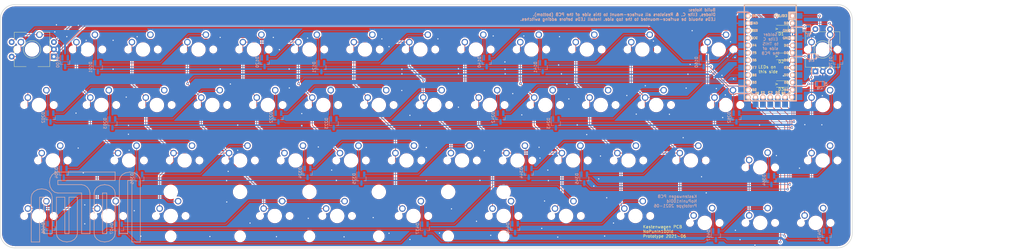
<source format=kicad_pcb>
(kicad_pcb (version 20171130) (host pcbnew "(5.1.9)-1")
  (layers (0 F.Cu signal) (31 B.Cu signal) (34 B.Paste user) (35 F.Paste user) (36 B.SilkS user) (37 F.SilkS user) (38 B.Mask user) (39 F.Mask user) (44 Edge.Cuts user))
  (net 0 "")
  (net 1 LED1)
  (net 2 LED1R)
  (net 3 LED2)
  (net 4 LED2R)
  (net 5 LED3)
  (net 6 LED3R)
  (net 7 Row0)
  (net 8 "Net-(D100-Pad2)")
  (net 9 "Net-(D100-Pad1)")
  (net 10 Row1)
  (net 11 "Net-(D101-Pad2)")
  (net 12 "Net-(D101-Pad1)")
  (net 13 "Net-(D120-Pad2)")
  (net 14 "Net-(D120-Pad1)")
  (net 15 "Net-(D121-Pad2)")
  (net 16 "Net-(D121-Pad1)")
  (net 17 "Net-(D140-Pad2)")
  (net 18 "Net-(D140-Pad1)")
  (net 19 "Net-(D141-Pad2)")
  (net 20 "Net-(D141-Pad1)")
  (net 21 "Net-(D160-Pad2)")
  (net 22 "Net-(D160-Pad1)")
  (net 23 "Net-(D170-Pad2)")
  (net 24 "Net-(D170-Pad1)")
  (net 25 Row2)
  (net 26 "Net-(D202-Pad2)")
  (net 27 "Net-(D202-Pad1)")
  (net 28 Row3)
  (net 29 "Net-(D203-Pad2)")
  (net 30 "Net-(D203-Pad1)")
  (net 31 "Net-(D222-Pad2)")
  (net 32 "Net-(D222-Pad1)")
  (net 33 "Net-(D223-Pad2)")
  (net 34 "Net-(D223-Pad1)")
  (net 35 "Net-(D242-Pad2)")
  (net 36 "Net-(D242-Pad1)")
  (net 37 "Net-(D243-Pad2)")
  (net 38 "Net-(D243-Pad1)")
  (net 39 "Net-(D262-Pad2)")
  (net 40 "Net-(D262-Pad1)")
  (net 41 Row4)
  (net 42 "Net-(D304-Pad2)")
  (net 43 "Net-(D304-Pad1)")
  (net 44 Row5)
  (net 45 "Net-(D305-Pad2)")
  (net 46 "Net-(D305-Pad1)")
  (net 47 "Net-(D324-Pad2)")
  (net 48 "Net-(D324-Pad1)")
  (net 49 "Net-(D325-Pad2)")
  (net 50 "Net-(D325-Pad1)")
  (net 51 "Net-(D344-Pad2)")
  (net 52 "Net-(D344-Pad1)")
  (net 53 "Net-(D345-Pad2)")
  (net 54 "Net-(D345-Pad1)")
  (net 55 "Net-(D364-Pad2)")
  (net 56 "Net-(D364-Pad1)")
  (net 57 Row6)
  (net 58 "Net-(D406-Pad2)")
  (net 59 "Net-(D406-Pad1)")
  (net 60 Row7)
  (net 61 "Net-(D407-Pad2)")
  (net 62 "Net-(D407-Pad1)")
  (net 63 "Net-(D437-Pad2)")
  (net 64 "Net-(D437-Pad1)")
  (net 65 "Net-(D446-Pad2)")
  (net 66 "Net-(D446-Pad1)")
  (net 67 "Net-(D457-Pad2)")
  (net 68 "Net-(D457-Pad1)")
  (net 69 "Net-(D476-Pad2)")
  (net 70 "Net-(D476-Pad1)")
  (net 71 Col0)
  (net 72 Col1)
  (net 73 Col2)
  (net 74 Col3)
  (net 75 Col4)
  (net 76 Col5)
  (net 77 Col6)
  (net 78 Col7)
  (net 79 GND)
  (net 80 Rotary0B)
  (net 81 Rotary0A)
  (net 82 Rotary1B)
  (net 83 Rotary1A)
  (net 84 "Net-(U1-Pad21)")
  (net 85 "Net-(U1-Pad22)")
  (net 86 "Net-(U1-Pad9)")
  (module Keebio-Parts:SOT-23_Handsoldering (layer B.Cu) (at 302.15 29.7 270)
    (fp_text reference D170 (at 0 2.5 90) (layer B.SilkS) (effects (justify mirror)))
    (fp_text value BAV70)
    (pad 3 smd rect (at 1.5 0 270) (size 1.9 0.8) (layers B.Cu B.Paste B.Mask) (net 7 Row0))
    (pad 2 smd rect (at -1.5 -0.95 270) (size 1.9 0.8) (layers B.Cu B.Paste B.Mask) (net 23 "Net-(D170-Pad2)"))
    (pad 1 smd rect (at -1.5 0.95 270) (size 1.9 0.8) (layers B.Cu B.Paste B.Mask) (net 24 "Net-(D170-Pad1)"))
  )
  (module Keebio-Parts:RotaryEncoder_EC11-no-legs (layer F.Cu) (at 296.8625 25.4 90)
    (fp_text reference RSW170)
    (fp_text value Rotary_Encoder_Switch)
    (pad A thru_hole rect (at -7.5 -2.5 90) (size 2 2) (drill 1) (layers *.Cu *.Mask) (net 83 Rotary1A))
    (pad C thru_hole circle (at -7.5 0 90) (size 2 2) (drill 1) (layers *.Cu *.Mask) (net 79 GND))
    (pad B thru_hole circle (at -7.5 2.5 90) (size 2 2) (drill 1) (layers *.Cu *.Mask) (net 82 Rotary1B))
    (pad S2 thru_hole circle (at 7 -2.5 90) (size 2 2) (drill 1) (layers *.Cu *.Mask) (net 78 Col7))
    (pad S1 thru_hole circle (at 7 2.5 90) (size 2 2) (drill 1) (layers *.Cu *.Mask) (net 24 "Net-(D170-Pad1)"))
  )
  (module MX_Only:MXOnly-1U-NoLED (layer F.Cu) (at 296.8625 25.4)
    (fp_text reference MX170)
    (fp_text value MX-NoLED)
    (pad 2 thru_hole circle (at 2.54 -5.08) (size 2.25 2.25) (drill 1.47) (layers *.Cu B.Mask) (net 24 "Net-(D170-Pad1)"))
    (pad "" np_thru_hole circle (at 0 0) (size 3.9878 3.9878) (drill 3.9878) (layers *.Cu *.Mask))
    (pad 1 thru_hole circle (at -3.81 -2.54) (size 2.25 2.25) (drill 1.47) (layers *.Cu B.Mask) (net 78 Col7))
    (pad "" np_thru_hole circle (at -5.08 0 48.0996) (size 1.75 1.75) (drill 1.75) (layers *.Cu *.Mask))
    (pad "" np_thru_hole circle (at 5.08 0 48.0996) (size 1.75 1.75) (drill 1.75) (layers *.Cu *.Mask))
  )
  (module Keebio-Parts:R_0805 (layer B.Cu) (at 295.9 37.25 180)
    (fp_text reference R3 (at -2.2 0 -90) (layer B.SilkS) (effects (font (size 0.7 0.7)) (justify mirror)))
    (fp_text value 470 (at 0 -1.55) (layer B.SilkS) (effects (font (size 0.7 0.7)) (justify mirror)))
    (pad 1 smd rect (at -0.95 0 180) (size 0.7 1.3) (layers B.Cu B.Paste B.Mask) (net 79 GND) (clearance 0.1))
    (pad 2 smd rect (at 0.95 0 180) (size 0.7 1.3) (layers B.Cu B.Paste B.Mask) (net 6 LED3R) (clearance 0.1))
  )
  (module Keebio-Parts:R_0805 (layer B.Cu) (at 293.05 27.75 180)
    (fp_text reference R2 (at -2.2 0 -90) (layer B.SilkS) (effects (font (size 0.7 0.7)) (justify mirror)))
    (fp_text value 470 (at 0 -1.55) (layer B.SilkS) (effects (font (size 0.7 0.7)) (justify mirror)))
    (pad 1 smd rect (at -0.95 0 180) (size 0.7 1.3) (layers B.Cu B.Paste B.Mask) (net 79 GND) (clearance 0.1))
    (pad 2 smd rect (at 0.95 0 180) (size 0.7 1.3) (layers B.Cu B.Paste B.Mask) (net 4 LED2R) (clearance 0.1))
  )
  (module Keebio-Parts:R_0805 (layer B.Cu) (at 291.95 18.45 90)
    (fp_text reference R1 (at -2.2 0 180) (layer B.SilkS) (effects (font (size 0.7 0.7)) (justify mirror)))
    (fp_text value 470 (at 0 -1.55 90) (layer B.SilkS) (effects (font (size 0.7 0.7)) (justify mirror)))
    (pad 1 smd rect (at -0.95 0 90) (size 0.7 1.3) (layers B.Cu B.Paste B.Mask) (net 79 GND) (clearance 0.1))
    (pad 2 smd rect (at 0.95 0 90) (size 0.7 1.3) (layers B.Cu B.Paste B.Mask) (net 2 LED1R) (clearance 0.1))
  )
  (module LED_SMD:LED_1206_3216Metric_Pad1.42x1.75mm_HandSolder (layer F.Cu) (at 282.5875 37.25 180)
    (fp_text reference D3 (at 0 -1.82) (layer F.SilkS))
    (fp_text value LED)
    (pad 2 smd roundrect (at 1.4875 0 180) (size 1.425 1.75) (layers F.Cu F.Paste F.Mask) (roundrect_rratio 0.175439) (net 5 LED3))
    (pad 1 smd roundrect (at -1.4875 0 180) (size 1.425 1.75) (layers F.Cu F.Paste F.Mask) (roundrect_rratio 0.175439) (net 6 LED3R))
  )
  (module LED_SMD:LED_1206_3216Metric_Pad1.42x1.75mm_HandSolder (layer F.Cu) (at 282.5875 27.7475 180)
    (fp_text reference D2 (at 0 -1.82) (layer F.SilkS))
    (fp_text value LED)
    (pad 2 smd roundrect (at 1.4875 0 180) (size 1.425 1.75) (layers F.Cu F.Paste F.Mask) (roundrect_rratio 0.175439) (net 3 LED2))
    (pad 1 smd roundrect (at -1.4875 0 180) (size 1.425 1.75) (layers F.Cu F.Paste F.Mask) (roundrect_rratio 0.175439) (net 4 LED2R))
  )
  (module LED_SMD:LED_1206_3216Metric_Pad1.42x1.75mm_HandSolder (layer F.Cu) (at 282.5875 18.25 180)
    (fp_text reference D1 (at 0 -1.82) (layer F.SilkS))
    (fp_text value LED)
    (pad 2 smd roundrect (at 1.4875 0 180) (size 1.425 1.75) (layers F.Cu F.Paste F.Mask) (roundrect_rratio 0.175439) (net 1 LED1))
    (pad 1 smd roundrect (at -1.4875 0 180) (size 1.425 1.75) (layers F.Cu F.Paste F.Mask) (roundrect_rratio 0.175439) (net 2 LED1R))
  )
  (module MX_Only:MXOnly-2.25U-ReversedStabilizers-NoLED (layer F.Cu) (at 156.36875 82.55)
    (fp_text reference MX437)
    (fp_text value MX-NoLED)
    (pad 2 thru_hole circle (at 2.54 -5.08) (size 2.25 2.25) (drill 1.47) (layers *.Cu B.Mask) (net 64 "Net-(D437-Pad1)"))
    (pad "" np_thru_hole circle (at 0 0) (size 3.9878 3.9878) (drill 3.9878) (layers *.Cu *.Mask))
    (pad 1 thru_hole circle (at -3.81 -2.54) (size 2.25 2.25) (drill 1.47) (layers *.Cu B.Mask) (net 74 Col3))
    (pad "" np_thru_hole circle (at -5.08 0 48.0996) (size 1.75 1.75) (drill 1.75) (layers *.Cu *.Mask))
    (pad "" np_thru_hole circle (at 5.08 0 48.0996) (size 1.75 1.75) (drill 1.75) (layers *.Cu *.Mask))
    (pad "" np_thru_hole circle (at -11.90625 6.985) (size 3.048 3.048) (drill 3.048) (layers *.Cu *.Mask))
    (pad "" np_thru_hole circle (at 11.90625 6.985) (size 3.048 3.048) (drill 3.048) (layers *.Cu *.Mask))
    (pad "" np_thru_hole circle (at -11.90625 -8.255) (size 3.9878 3.9878) (drill 3.9878) (layers *.Cu *.Mask))
    (pad "" np_thru_hole circle (at 11.90625 -8.255) (size 3.9878 3.9878) (drill 3.9878) (layers *.Cu *.Mask))
  )
  (module MX_Only:MXOnly-2.75U-ReversedStabilizers-NoLED (layer F.Cu) (at 108.74375 82.55)
    (fp_text reference MX417)
    (fp_text value MX-NoLED)
    (pad 2 thru_hole circle (at 2.54 -5.08) (size 2.25 2.25) (drill 1.47) (layers *.Cu B.Mask) (net 61 "Net-(D407-Pad2)"))
    (pad "" np_thru_hole circle (at 0 0) (size 3.9878 3.9878) (drill 3.9878) (layers *.Cu *.Mask))
    (pad 1 thru_hole circle (at -3.81 -2.54) (size 2.25 2.25) (drill 1.47) (layers *.Cu B.Mask) (net 72 Col1))
    (pad "" np_thru_hole circle (at -5.08 0 48.0996) (size 1.75 1.75) (drill 1.75) (layers *.Cu *.Mask))
    (pad "" np_thru_hole circle (at 5.08 0 48.0996) (size 1.75 1.75) (drill 1.75) (layers *.Cu *.Mask))
    (pad "" np_thru_hole circle (at -11.90625 6.985) (size 3.048 3.048) (drill 3.048) (layers *.Cu *.Mask))
    (pad "" np_thru_hole circle (at 11.90625 6.985) (size 3.048 3.048) (drill 3.048) (layers *.Cu *.Mask))
    (pad "" np_thru_hole circle (at -11.90625 -8.255) (size 3.9878 3.9878) (drill 3.9878) (layers *.Cu *.Mask))
    (pad "" np_thru_hole circle (at 11.90625 -8.255) (size 3.9878 3.9878) (drill 3.9878) (layers *.Cu *.Mask))
  )
  (module MX_Only:MXOnly-7U-ReversedStabilizers-NoLED (layer F.Cu) (at 130.175 82.55)
    (fp_text reference MX417.700)
    (fp_text value MX-NoLED)
    (pad 2 thru_hole circle (at 2.54 -5.08) (size 2.25 2.25) (drill 1.47) (layers *.Cu B.Mask) (net 61 "Net-(D407-Pad2)"))
    (pad "" np_thru_hole circle (at 0 0) (size 3.9878 3.9878) (drill 3.9878) (layers *.Cu *.Mask))
    (pad 1 thru_hole circle (at -3.81 -2.54) (size 2.25 2.25) (drill 1.47) (layers *.Cu B.Mask) (net 72 Col1))
    (pad "" np_thru_hole circle (at -5.08 0 48.0996) (size 1.75 1.75) (drill 1.75) (layers *.Cu *.Mask))
    (pad "" np_thru_hole circle (at 5.08 0 48.0996) (size 1.75 1.75) (drill 1.75) (layers *.Cu *.Mask))
    (pad "" np_thru_hole circle (at -57.15 6.985) (size 3.048 3.048) (drill 3.048) (layers *.Cu *.Mask))
    (pad "" np_thru_hole circle (at 57.15 6.985) (size 3.048 3.048) (drill 3.048) (layers *.Cu *.Mask))
    (pad "" np_thru_hole circle (at -57.15 -8.255) (size 3.9878 3.9878) (drill 3.9878) (layers *.Cu *.Mask))
    (pad "" np_thru_hole circle (at 57.15 -8.255) (size 3.9878 3.9878) (drill 3.9878) (layers *.Cu *.Mask))
  )
  (module MX_Only:MXOnly-1U-NoLED (layer F.Cu) (at 239.7125 44.45)
    (fp_text reference MX253)
    (fp_text value MX-NoLED)
    (pad 2 thru_hole circle (at 2.54 -5.08) (size 2.25 2.25) (drill 1.47) (layers *.Cu B.Mask) (net 37 "Net-(D243-Pad2)"))
    (pad "" np_thru_hole circle (at 0 0) (size 3.9878 3.9878) (drill 3.9878) (layers *.Cu *.Mask))
    (pad 1 thru_hole circle (at -3.81 -2.54) (size 2.25 2.25) (drill 1.47) (layers *.Cu B.Mask) (net 76 Col5))
    (pad "" np_thru_hole circle (at -5.08 0 48.0996) (size 1.75 1.75) (drill 1.75) (layers *.Cu *.Mask))
    (pad "" np_thru_hole circle (at 5.08 0 48.0996) (size 1.75 1.75) (drill 1.75) (layers *.Cu *.Mask))
  )
  (module Keebio-Parts:RotaryEncoder_EC11-no-legs (layer F.Cu) (at 25.4 25.35625 180)
    (fp_text reference RSW100)
    (fp_text value Rotary_Encoder_Switch)
    (pad A thru_hole rect (at -7.5 -2.5 180) (size 2 2) (drill 1) (layers *.Cu *.Mask) (net 81 Rotary0A))
    (pad C thru_hole circle (at -7.5 0 180) (size 2 2) (drill 1) (layers *.Cu *.Mask) (net 79 GND))
    (pad B thru_hole circle (at -7.5 2.5 180) (size 2 2) (drill 1) (layers *.Cu *.Mask) (net 80 Rotary0B))
    (pad S2 thru_hole circle (at 7 -2.5 180) (size 2 2) (drill 1) (layers *.Cu *.Mask) (net 71 Col0))
    (pad S1 thru_hole circle (at 7 2.5 180) (size 2 2) (drill 1) (layers *.Cu *.Mask) (net 9 "Net-(D100-Pad1)"))
  )
  (module Keebio-Parts:Elite-C-castellated-29pin-holes (layer B.Cu) (at 278.88 27.81 270)
    (fp_text reference U1 hide)
    (fp_text value Elite-C hide)
    (fp_text user D2 (at -11.43 -5.461) (layer F.SilkS) (effects (font (size 0.8 0.8))))
    (fp_text user D0 (at -1.27 -5.461) (layer F.SilkS) (effects (font (size 0.8 0.8))))
    (fp_text user D1 (at -3.81 -5.461) (layer F.SilkS) (effects (font (size 0.8 0.8))))
    (fp_text user GND (at -6.35 -5.461) (layer F.SilkS) (effects (font (size 0.8 0.8))))
    (fp_text user GND (at -8.89 -5.461) (layer F.SilkS) (effects (font (size 0.8 0.8))))
    (fp_text user D4 (at 1.27 -5.461) (layer F.SilkS) (effects (font (size 0.8 0.8))))
    (fp_text user C6 (at 3.81 -5.461) (layer F.SilkS) (effects (font (size 0.8 0.8))))
    (fp_text user D7 (at 6.35 -5.461) (layer F.SilkS) (effects (font (size 0.8 0.8))))
    (fp_text user E6 (at 8.89 -5.461) (layer F.SilkS) (effects (font (size 0.8 0.8))))
    (fp_text user B4 (at 11.43 -5.461) (layer F.SilkS) (effects (font (size 0.8 0.8))))
    (fp_text user B5 (at 12.7 -6.4 225) (layer F.SilkS) (effects (font (size 0.7 0.7))))
    (fp_text user B2 (at 11.43 5.461) (layer B.SilkS) (effects (font (size 0.8 0.8)) (justify mirror)))
    (fp_text user B3 (at 8.89 5.461) (layer F.SilkS) (effects (font (size 0.8 0.8))))
    (fp_text user B1 (at 6.35 5.461) (layer F.SilkS) (effects (font (size 0.8 0.8))))
    (fp_text user F7 (at 3.81 5.461) (layer B.SilkS) (effects (font (size 0.8 0.8)) (justify mirror)))
    (fp_text user F6 (at 1.27 5.461) (layer B.SilkS) (effects (font (size 0.8 0.8)) (justify mirror)))
    (fp_text user F5 (at -1.27 5.461) (layer B.SilkS) (effects (font (size 0.8 0.8)) (justify mirror)))
    (fp_text user F4 (at -3.81 5.461) (layer F.SilkS) (effects (font (size 0.8 0.8))))
    (fp_text user VCC (at -6.35 5.461) (layer F.SilkS) (effects (font (size 0.8 0.8))))
    (fp_text user GND (at -11.43 5.461) (layer F.SilkS) (effects (font (size 0.8 0.8))))
    (fp_text user B0 (at -13.97 5.461) (layer F.SilkS) (effects (font (size 0.8 0.8))))
    (fp_text user B0 (at -13.97 5.461) (layer B.SilkS) (effects (font (size 0.8 0.8)) (justify mirror)))
    (fp_text user GND (at -11.43 5.461) (layer B.SilkS) (effects (font (size 0.8 0.8)) (justify mirror)))
    (fp_text user ST (at -8.92 5.73312) (layer B.SilkS) (effects (font (size 0.8 0.8)) (justify mirror)))
    (fp_text user VCC (at -6.35 5.461) (layer B.SilkS) (effects (font (size 0.8 0.8)) (justify mirror)))
    (fp_text user F4 (at -3.81 5.461) (layer B.SilkS) (effects (font (size 0.8 0.8)) (justify mirror)))
    (fp_text user F5 (at -1.27 5.461) (layer F.SilkS) (effects (font (size 0.8 0.8))))
    (fp_text user F6 (at 1.27 5.461) (layer F.SilkS) (effects (font (size 0.8 0.8))))
    (fp_text user F7 (at 3.81 5.461) (layer F.SilkS) (effects (font (size 0.8 0.8))))
    (fp_text user B1 (at 6.35 5.461) (layer B.SilkS) (effects (font (size 0.8 0.8)) (justify mirror)))
    (fp_text user B3 (at 8.89 5.461) (layer B.SilkS) (effects (font (size 0.8 0.8)) (justify mirror)))
    (fp_text user B2 (at 11.43 5.461) (layer F.SilkS) (effects (font (size 0.8 0.8))))
    (fp_text user B5 (at 12.7 -6.4 225) (layer B.SilkS) (effects (font (size 0.7 0.7)) (justify mirror)))
    (fp_text user B4 (at 11.43 -5.461) (layer B.SilkS) (effects (font (size 0.8 0.8)) (justify mirror)))
    (fp_text user E6 (at 8.89 -5.461) (layer B.SilkS) (effects (font (size 0.8 0.8)) (justify mirror)))
    (fp_text user D7 (at 6.35 -5.461) (layer B.SilkS) (effects (font (size 0.8 0.8)) (justify mirror)))
    (fp_text user C6 (at 3.81 -5.461) (layer B.SilkS) (effects (font (size 0.8 0.8)) (justify mirror)))
    (fp_text user D4 (at 1.27 -5.461) (layer B.SilkS) (effects (font (size 0.8 0.8)) (justify mirror)))
    (fp_text user GND (at -8.89 -5.461) (layer B.SilkS) (effects (font (size 0.8 0.8)) (justify mirror)))
    (fp_text user GND (at -6.35 -5.461) (layer B.SilkS) (effects (font (size 0.8 0.8)) (justify mirror)))
    (fp_text user D1 (at -3.81 -5.461) (layer B.SilkS) (effects (font (size 0.8 0.8)) (justify mirror)))
    (fp_text user D0 (at -1.27 -5.461) (layer B.SilkS) (effects (font (size 0.8 0.8)) (justify mirror)))
    (fp_text user D2 (at -11.43 -5.461) (layer B.SilkS) (effects (font (size 0.8 0.8)) (justify mirror)))
    (fp_text user TX0/D3 (at -13.97 -3.571872) (layer F.SilkS) (effects (font (size 0.8 0.8))))
    (fp_text user TX0/D3 (at -13.97 -3.571872) (layer B.SilkS) (effects (font (size 0.8 0.8)) (justify mirror)))
    (fp_text user ST (at -8.91 5.04) (layer F.SilkS) (effects (font (size 0.8 0.8))))
    (fp_text user B7 (at 12.6 -4.5) (layer B.SilkS) (effects (font (size 0.7 0.7)) (justify mirror)))
    (fp_text user B7 (at 12.6 -4.5) (layer F.SilkS) (effects (font (size 0.7 0.7))))
    (fp_text user F0 (at 12.6 4.5) (layer F.SilkS) (effects (font (size 0.7 0.7))))
    (fp_text user F0 (at 12.6 4.5) (layer B.SilkS) (effects (font (size 0.7 0.7)) (justify mirror)))
    (fp_text user B6 (at 12.7 6.4 135 unlocked) (layer B.SilkS) (effects (font (size 0.7 0.7)) (justify mirror)))
    (fp_text user B6 (at 12.7 6.4 135 unlocked) (layer F.SilkS) (effects (font (size 0.7 0.7))))
    (fp_text user C7 (at 12.4 0) (layer B.SilkS) (effects (font (size 0.8 0.8)) (justify mirror)))
    (fp_text user C7 (at 12.4 0) (layer F.SilkS) (effects (font (size 0.8 0.8))))
    (fp_text user F1 (at 12.4 2.54) (layer F.SilkS) (effects (font (size 0.8 0.8))))
    (fp_text user F1 (at 12.4 2.54) (layer B.SilkS) (effects (font (size 0.8 0.8)) (justify mirror)))
    (fp_text user D5 (at 12.4 -2.54) (layer B.SilkS) (effects (font (size 0.8 0.8)) (justify mirror)))
    (fp_text user D5 (at 12.4 -2.54) (layer F.SilkS) (effects (font (size 0.8 0.8))))
    (pad 29 smd rect (at 15.875 5.08 180) (size 2 3.25) (layers B.Cu B.Paste B.Mask) (net 57 Row6))
    (pad 28 smd rect (at 15.875 2.54 180) (size 2 3.25) (layers B.Cu B.Paste B.Mask) (net 44 Row5))
    (pad 27 smd rect (at 15.875 0 180) (size 2 3.25) (layers B.Cu B.Paste B.Mask) (net 41 Row4))
    (pad 26 smd rect (at 15.875 -2.54 180) (size 2 3.25) (layers B.Cu B.Paste B.Mask) (net 28 Row3))
    (pad 25 smd rect (at 15.875 -5.08 180) (size 2 3.25) (layers B.Cu B.Paste B.Mask) (net 25 Row2))
    (pad 24 smd rect (at -13.97 9.398 270) (size 2 3.25) (layers B.Cu B.Paste B.Mask) (net 1 LED1))
    (pad 23 smd rect (at -11.43 9.398 270) (size 2 3.25) (layers B.Cu B.Paste B.Mask) (net 79 GND))
    (pad 22 smd rect (at -8.89 9.398 270) (size 2 3.25) (layers B.Cu B.Paste B.Mask) (net 85 "Net-(U1-Pad22)"))
    (pad 21 smd rect (at -6.35 9.398 270) (size 2 3.25) (layers B.Cu B.Paste B.Mask) (net 84 "Net-(U1-Pad21)"))
    (pad 20 smd rect (at -3.81 9.398 270) (size 2 3.25) (layers B.Cu B.Paste B.Mask) (net 71 Col0))
    (pad 19 smd rect (at -1.27 9.398 270) (size 2 3.25) (layers B.Cu B.Paste B.Mask) (net 72 Col1))
    (pad 18 smd rect (at 1.27 9.398 270) (size 2 3.25) (layers B.Cu B.Paste B.Mask) (net 73 Col2))
    (pad 17 smd rect (at 3.81 9.398 270) (size 2 3.25) (layers B.Cu B.Paste B.Mask) (net 74 Col3))
    (pad 16 smd rect (at 6.35 9.398 270) (size 2 3.25) (layers B.Cu B.Paste B.Mask) (net 75 Col4))
    (pad 15 smd rect (at 8.89 9.398 270) (size 2 3.25) (layers B.Cu B.Paste B.Mask) (net 76 Col5))
    (pad 14 smd rect (at 11.43 9.398 270) (size 2 3.25) (layers B.Cu B.Paste B.Mask) (net 77 Col6))
    (pad 13 smd rect (at 13.97 9.398 270) (size 2 3.25) (layers B.Cu B.Paste B.Mask) (net 60 Row7))
    (pad 12 smd rect (at 13.97 -9.398 270) (size 2 3.25) (layers B.Cu B.Paste B.Mask) (net 10 Row1))
    (pad 11 smd rect (at 11.43 -9.398 270) (size 2 3.25) (layers B.Cu B.Paste B.Mask) (net 7 Row0))
    (pad 10 smd rect (at 8.89 -9.398 270) (size 2 3.25) (layers B.Cu B.Paste B.Mask) (net 78 Col7))
    (pad 9 smd rect (at 6.35 -9.398 270) (size 2 3.25) (layers B.Cu B.Paste B.Mask) (net 86 "Net-(U1-Pad9)"))
    (pad 8 smd rect (at 3.81 -9.398 270) (size 2 3.25) (layers B.Cu B.Paste B.Mask) (net 5 LED3))
    (pad 7 smd rect (at 1.27 -9.398 270) (size 2 3.25) (layers B.Cu B.Paste B.Mask) (net 3 LED2))
    (pad 6 smd rect (at -1.27 -9.398 270) (size 2 3.25) (layers B.Cu B.Paste B.Mask) (net 81 Rotary0A))
    (pad 5 smd rect (at -3.81 -9.398 270) (size 2 3.25) (layers B.Cu B.Paste B.Mask) (net 80 Rotary0B))
    (pad 4 smd rect (at -6.35 -9.398 270) (size 2 3.25) (layers B.Cu B.Paste B.Mask) (net 79 GND))
    (pad 3 smd rect (at -8.89 -9.398 270) (size 2 3.25) (layers B.Cu B.Paste B.Mask) (net 79 GND))
    (pad 2 smd rect (at -11.43 -9.398 270) (size 2 3.25) (layers B.Cu B.Paste B.Mask) (net 82 Rotary1B))
    (pad 1 smd rect (at -13.97 -9.398 270) (size 2 3.25) (layers B.Cu B.Paste B.Mask) (net 83 Rotary1A))
    (pad 25 thru_hole circle (at 13.97 -5.08 270) (size 1.7526 1.7526) (drill 1.0922) (layers *.Cu *.SilkS *.Mask) (net 25 Row2))
    (pad 26 thru_hole circle (at 13.97 -2.54 270) (size 1.7526 1.7526) (drill 1.0922) (layers *.Cu *.SilkS *.Mask) (net 28 Row3))
    (pad 27 thru_hole circle (at 13.97 0 270) (size 1.7526 1.7526) (drill 1.0922) (layers *.Cu *.SilkS *.Mask) (net 41 Row4))
    (pad 28 thru_hole circle (at 13.97 2.54 270) (size 1.7526 1.7526) (drill 1.0922) (layers *.Cu *.SilkS *.Mask) (net 44 Row5))
    (pad 29 thru_hole circle (at 13.97 5.08 270) (size 1.7526 1.7526) (drill 1.0922) (layers *.Cu *.SilkS *.Mask) (net 57 Row6))
    (pad 24 thru_hole circle (at -13.97 7.62 270) (size 1.7526 1.7526) (drill 1.0922) (layers *.Cu *.SilkS *.Mask) (net 1 LED1))
    (pad 12 thru_hole circle (at 13.97 -7.3914 270) (size 1.7526 1.7526) (drill 1.0922) (layers *.Cu *.SilkS *.Mask) (net 10 Row1))
    (pad 23 thru_hole circle (at -11.43 7.62 270) (size 1.7526 1.7526) (drill 1.0922) (layers *.Cu *.SilkS *.Mask) (net 79 GND))
    (pad 22 thru_hole circle (at -8.89 7.62 270) (size 1.7526 1.7526) (drill 1.0922) (layers *.Cu *.SilkS *.Mask) (net 85 "Net-(U1-Pad22)"))
    (pad 21 thru_hole circle (at -6.35 7.62 270) (size 1.7526 1.7526) (drill 1.0922) (layers *.Cu *.SilkS *.Mask) (net 84 "Net-(U1-Pad21)"))
    (pad 20 thru_hole circle (at -3.81 7.62 270) (size 1.7526 1.7526) (drill 1.0922) (layers *.Cu *.SilkS *.Mask) (net 71 Col0))
    (pad 19 thru_hole circle (at -1.27 7.62 270) (size 1.7526 1.7526) (drill 1.0922) (layers *.Cu *.SilkS *.Mask) (net 72 Col1))
    (pad 18 thru_hole circle (at 1.27 7.62 270) (size 1.7526 1.7526) (drill 1.0922) (layers *.Cu *.SilkS *.Mask) (net 73 Col2))
    (pad 17 thru_hole circle (at 3.81 7.62 270) (size 1.7526 1.7526) (drill 1.0922) (layers *.Cu *.SilkS *.Mask) (net 74 Col3))
    (pad 16 thru_hole circle (at 6.35 7.62 270) (size 1.7526 1.7526) (drill 1.0922) (layers *.Cu *.SilkS *.Mask) (net 75 Col4))
    (pad 15 thru_hole circle (at 8.89 7.62 270) (size 1.7526 1.7526) (drill 1.0922) (layers *.Cu *.SilkS *.Mask) (net 76 Col5))
    (pad 14 thru_hole circle (at 11.43 7.62 270) (size 1.7526 1.7526) (drill 1.0922) (layers *.Cu *.SilkS *.Mask) (net 77 Col6))
    (pad 13 thru_hole circle (at 13.97 7.62 270) (size 1.7526 1.7526) (drill 1.0922) (layers *.Cu *.SilkS *.Mask) (net 60 Row7))
    (pad 11 thru_hole circle (at 11.43 -7.62 270) (size 1.7526 1.7526) (drill 1.0922) (layers *.Cu *.SilkS *.Mask) (net 7 Row0))
    (pad 10 thru_hole circle (at 8.89 -7.62 270) (size 1.7526 1.7526) (drill 1.0922) (layers *.Cu *.SilkS *.Mask) (net 78 Col7))
    (pad 9 thru_hole circle (at 6.35 -7.62 270) (size 1.7526 1.7526) (drill 1.0922) (layers *.Cu *.SilkS *.Mask) (net 86 "Net-(U1-Pad9)"))
    (pad 8 thru_hole circle (at 3.81 -7.62 270) (size 1.7526 1.7526) (drill 1.0922) (layers *.Cu *.SilkS *.Mask) (net 5 LED3))
    (pad 7 thru_hole circle (at 1.27 -7.62 270) (size 1.7526 1.7526) (drill 1.0922) (layers *.Cu *.SilkS *.Mask) (net 3 LED2))
    (pad 6 thru_hole circle (at -1.27 -7.62 270) (size 1.7526 1.7526) (drill 1.0922) (layers *.Cu *.SilkS *.Mask) (net 81 Rotary0A))
    (pad 5 thru_hole circle (at -3.81 -7.62 270) (size 1.7526 1.7526) (drill 1.0922) (layers *.Cu *.SilkS *.Mask) (net 80 Rotary0B))
    (pad 4 thru_hole circle (at -6.35 -7.62 270) (size 1.7526 1.7526) (drill 1.0922) (layers *.Cu *.SilkS *.Mask) (net 79 GND))
    (pad 3 thru_hole circle (at -8.89 -7.62 270) (size 1.7526 1.7526) (drill 1.0922) (layers *.Cu *.SilkS *.Mask) (net 79 GND))
    (pad 2 thru_hole circle (at -11.43 -7.62 270) (size 1.7526 1.7526) (drill 1.0922) (layers *.Cu *.SilkS *.Mask) (net 82 Rotary1B))
    (pad 1 thru_hole rect (at -13.97 -7.62 270) (size 1.7526 1.7526) (drill 1.0922) (layers *.Cu *.SilkS *.Mask) (net 83 Rotary1A))
  )
  (module MX_Only:MXOnly-1U-NoLED (layer F.Cu) (at 294.48125 84.93125)
    (fp_text reference MX476)
    (fp_text value MX-NoLED)
    (pad 2 thru_hole circle (at 2.54 -5.08) (size 2.25 2.25) (drill 1.47) (layers *.Cu B.Mask) (net 70 "Net-(D476-Pad1)"))
    (pad "" np_thru_hole circle (at 0 0) (size 3.9878 3.9878) (drill 3.9878) (layers *.Cu *.Mask))
    (pad 1 thru_hole circle (at -3.81 -2.54) (size 2.25 2.25) (drill 1.47) (layers *.Cu B.Mask) (net 78 Col7))
    (pad "" np_thru_hole circle (at -5.08 0 48.0996) (size 1.75 1.75) (drill 1.75) (layers *.Cu *.Mask))
    (pad "" np_thru_hole circle (at 5.08 0 48.0996) (size 1.75 1.75) (drill 1.75) (layers *.Cu *.Mask))
  )
  (module MX_Only:MXOnly-1U-NoLED (layer F.Cu) (at 275.43125 84.93125)
    (fp_text reference MX467)
    (fp_text value MX-NoLED)
    (pad 2 thru_hole circle (at 2.54 -5.08) (size 2.25 2.25) (drill 1.47) (layers *.Cu B.Mask) (net 67 "Net-(D457-Pad2)"))
    (pad "" np_thru_hole circle (at 0 0) (size 3.9878 3.9878) (drill 3.9878) (layers *.Cu *.Mask))
    (pad 1 thru_hole circle (at -3.81 -2.54) (size 2.25 2.25) (drill 1.47) (layers *.Cu B.Mask) (net 77 Col6))
    (pad "" np_thru_hole circle (at -5.08 0 48.0996) (size 1.75 1.75) (drill 1.75) (layers *.Cu *.Mask))
    (pad "" np_thru_hole circle (at 5.08 0 48.0996) (size 1.75 1.75) (drill 1.75) (layers *.Cu *.Mask))
  )
  (module MX_Only:MXOnly-1U-NoLED (layer F.Cu) (at 256.38125 84.93125)
    (fp_text reference MX457)
    (fp_text value MX-NoLED)
    (pad 2 thru_hole circle (at 2.54 -5.08) (size 2.25 2.25) (drill 1.47) (layers *.Cu B.Mask) (net 68 "Net-(D457-Pad1)"))
    (pad "" np_thru_hole circle (at 0 0) (size 3.9878 3.9878) (drill 3.9878) (layers *.Cu *.Mask))
    (pad 1 thru_hole circle (at -3.81 -2.54) (size 2.25 2.25) (drill 1.47) (layers *.Cu B.Mask) (net 76 Col5))
    (pad "" np_thru_hole circle (at -5.08 0 48.0996) (size 1.75 1.75) (drill 1.75) (layers *.Cu *.Mask))
    (pad "" np_thru_hole circle (at 5.08 0 48.0996) (size 1.75 1.75) (drill 1.75) (layers *.Cu *.Mask))
  )
  (module MX_Only:MXOnly-1.25U-NoLED (layer F.Cu) (at 232.56875 82.55)
    (fp_text reference MX456)
    (fp_text value MX-NoLED)
    (pad 2 thru_hole circle (at 2.54 -5.08) (size 2.25 2.25) (drill 1.47) (layers *.Cu B.Mask) (net 65 "Net-(D446-Pad2)"))
    (pad "" np_thru_hole circle (at 0 0) (size 3.9878 3.9878) (drill 3.9878) (layers *.Cu *.Mask))
    (pad 1 thru_hole circle (at -3.81 -2.54) (size 2.25 2.25) (drill 1.47) (layers *.Cu B.Mask) (net 76 Col5))
    (pad "" np_thru_hole circle (at -5.08 0 48.0996) (size 1.75 1.75) (drill 1.75) (layers *.Cu *.Mask))
    (pad "" np_thru_hole circle (at 5.08 0 48.0996) (size 1.75 1.75) (drill 1.75) (layers *.Cu *.Mask))
  )
  (module MX_Only:MXOnly-1.25U-NoLED (layer F.Cu) (at 208.75625 82.55)
    (fp_text reference MX447)
    (fp_text value MX-NoLED)
    (pad 2 thru_hole circle (at 2.54 -5.08) (size 2.25 2.25) (drill 1.47) (layers *.Cu B.Mask) (net 63 "Net-(D437-Pad2)"))
    (pad "" np_thru_hole circle (at 0 0) (size 3.9878 3.9878) (drill 3.9878) (layers *.Cu *.Mask))
    (pad 1 thru_hole circle (at -3.81 -2.54) (size 2.25 2.25) (drill 1.47) (layers *.Cu B.Mask) (net 75 Col4))
    (pad "" np_thru_hole circle (at -5.08 0 48.0996) (size 1.75 1.75) (drill 1.75) (layers *.Cu *.Mask))
    (pad "" np_thru_hole circle (at 5.08 0 48.0996) (size 1.75 1.75) (drill 1.75) (layers *.Cu *.Mask))
  )
  (module MX_Only:MXOnly-1U-NoLED (layer F.Cu) (at 187.325 82.55)
    (fp_text reference MX446)
    (fp_text value MX-NoLED)
    (pad 2 thru_hole circle (at 2.54 -5.08) (size 2.25 2.25) (drill 1.47) (layers *.Cu B.Mask) (net 66 "Net-(D446-Pad1)"))
    (pad "" np_thru_hole circle (at 0 0) (size 3.9878 3.9878) (drill 3.9878) (layers *.Cu *.Mask))
    (pad 1 thru_hole circle (at -3.81 -2.54) (size 2.25 2.25) (drill 1.47) (layers *.Cu B.Mask) (net 75 Col4))
    (pad "" np_thru_hole circle (at -5.08 0 48.0996) (size 1.75 1.75) (drill 1.75) (layers *.Cu *.Mask))
    (pad "" np_thru_hole circle (at 5.08 0 48.0996) (size 1.75 1.75) (drill 1.75) (layers *.Cu *.Mask))
  )
  (module MX_Only:MXOnly-1U-NoLED (layer F.Cu) (at 73.025 82.55)
    (fp_text reference MX416)
    (fp_text value MX-NoLED)
    (pad 2 thru_hole circle (at 2.54 -5.08) (size 2.25 2.25) (drill 1.47) (layers *.Cu B.Mask) (net 58 "Net-(D406-Pad2)"))
    (pad "" np_thru_hole circle (at 0 0) (size 3.9878 3.9878) (drill 3.9878) (layers *.Cu *.Mask))
    (pad 1 thru_hole circle (at -3.81 -2.54) (size 2.25 2.25) (drill 1.47) (layers *.Cu B.Mask) (net 72 Col1))
    (pad "" np_thru_hole circle (at -5.08 0 48.0996) (size 1.75 1.75) (drill 1.75) (layers *.Cu *.Mask))
    (pad "" np_thru_hole circle (at 5.08 0 48.0996) (size 1.75 1.75) (drill 1.75) (layers *.Cu *.Mask))
  )
  (module MX_Only:MXOnly-1.25U-NoLED (layer F.Cu) (at 51.59375 82.55)
    (fp_text reference MX407)
    (fp_text value MX-NoLED)
    (pad 2 thru_hole circle (at 2.54 -5.08) (size 2.25 2.25) (drill 1.47) (layers *.Cu B.Mask) (net 62 "Net-(D407-Pad1)"))
    (pad "" np_thru_hole circle (at 0 0) (size 3.9878 3.9878) (drill 3.9878) (layers *.Cu *.Mask))
    (pad 1 thru_hole circle (at -3.81 -2.54) (size 2.25 2.25) (drill 1.47) (layers *.Cu B.Mask) (net 71 Col0))
    (pad "" np_thru_hole circle (at -5.08 0 48.0996) (size 1.75 1.75) (drill 1.75) (layers *.Cu *.Mask))
    (pad "" np_thru_hole circle (at 5.08 0 48.0996) (size 1.75 1.75) (drill 1.75) (layers *.Cu *.Mask))
  )
  (module MX_Only:MXOnly-1.25U-NoLED (layer F.Cu) (at 27.78125 82.55)
    (fp_text reference MX406)
    (fp_text value MX-NoLED)
    (pad 2 thru_hole circle (at 2.54 -5.08) (size 2.25 2.25) (drill 1.47) (layers *.Cu B.Mask) (net 59 "Net-(D406-Pad1)"))
    (pad "" np_thru_hole circle (at 0 0) (size 3.9878 3.9878) (drill 3.9878) (layers *.Cu *.Mask))
    (pad 1 thru_hole circle (at -3.81 -2.54) (size 2.25 2.25) (drill 1.47) (layers *.Cu B.Mask) (net 71 Col0))
    (pad "" np_thru_hole circle (at -5.08 0 48.0996) (size 1.75 1.75) (drill 1.75) (layers *.Cu *.Mask))
    (pad "" np_thru_hole circle (at 5.08 0 48.0996) (size 1.75 1.75) (drill 1.75) (layers *.Cu *.Mask))
  )
  (module MX_Only:MXOnly-1U-NoLED (layer F.Cu) (at 296.8625 63.5)
    (fp_text reference MX374)
    (fp_text value MX-NoLED)
    (pad 2 thru_hole circle (at 2.54 -5.08) (size 2.25 2.25) (drill 1.47) (layers *.Cu B.Mask) (net 55 "Net-(D364-Pad2)"))
    (pad "" np_thru_hole circle (at 0 0) (size 3.9878 3.9878) (drill 3.9878) (layers *.Cu *.Mask))
    (pad 1 thru_hole circle (at -3.81 -2.54) (size 2.25 2.25) (drill 1.47) (layers *.Cu B.Mask) (net 78 Col7))
    (pad "" np_thru_hole circle (at -5.08 0 48.0996) (size 1.75 1.75) (drill 1.75) (layers *.Cu *.Mask))
    (pad "" np_thru_hole circle (at 5.08 0 48.0996) (size 1.75 1.75) (drill 1.75) (layers *.Cu *.Mask))
  )
  (module MX_Only:MXOnly-1U-NoLED (layer F.Cu) (at 275.43125 65.88125)
    (fp_text reference MX364)
    (fp_text value MX-NoLED)
    (pad 2 thru_hole circle (at 2.54 -5.08) (size 2.25 2.25) (drill 1.47) (layers *.Cu B.Mask) (net 56 "Net-(D364-Pad1)"))
    (pad "" np_thru_hole circle (at 0 0) (size 3.9878 3.9878) (drill 3.9878) (layers *.Cu *.Mask))
    (pad 1 thru_hole circle (at -3.81 -2.54) (size 2.25 2.25) (drill 1.47) (layers *.Cu B.Mask) (net 77 Col6))
    (pad "" np_thru_hole circle (at -5.08 0 48.0996) (size 1.75 1.75) (drill 1.75) (layers *.Cu *.Mask))
    (pad "" np_thru_hole circle (at 5.08 0 48.0996) (size 1.75 1.75) (drill 1.75) (layers *.Cu *.Mask))
  )
  (module MX_Only:MXOnly-1.25U-NoLED (layer F.Cu) (at 251.61875 63.5)
    (fp_text reference MX355)
    (fp_text value MX-NoLED)
    (pad 2 thru_hole circle (at 2.54 -5.08) (size 2.25 2.25) (drill 1.47) (layers *.Cu B.Mask) (net 53 "Net-(D345-Pad2)"))
    (pad "" np_thru_hole circle (at 0 0) (size 3.9878 3.9878) (drill 3.9878) (layers *.Cu *.Mask))
    (pad 1 thru_hole circle (at -3.81 -2.54) (size 2.25 2.25) (drill 1.47) (layers *.Cu B.Mask) (net 76 Col5))
    (pad "" np_thru_hole circle (at -5.08 0 48.0996) (size 1.75 1.75) (drill 1.75) (layers *.Cu *.Mask))
    (pad "" np_thru_hole circle (at 5.08 0 48.0996) (size 1.75 1.75) (drill 1.75) (layers *.Cu *.Mask))
  )
  (module MX_Only:MXOnly-1U-NoLED (layer F.Cu) (at 230.1875 63.5)
    (fp_text reference MX354)
    (fp_text value MX-NoLED)
    (pad 2 thru_hole circle (at 2.54 -5.08) (size 2.25 2.25) (drill 1.47) (layers *.Cu B.Mask) (net 51 "Net-(D344-Pad2)"))
    (pad "" np_thru_hole circle (at 0 0) (size 3.9878 3.9878) (drill 3.9878) (layers *.Cu *.Mask))
    (pad 1 thru_hole circle (at -3.81 -2.54) (size 2.25 2.25) (drill 1.47) (layers *.Cu B.Mask) (net 76 Col5))
    (pad "" np_thru_hole circle (at -5.08 0 48.0996) (size 1.75 1.75) (drill 1.75) (layers *.Cu *.Mask))
    (pad "" np_thru_hole circle (at 5.08 0 48.0996) (size 1.75 1.75) (drill 1.75) (layers *.Cu *.Mask))
  )
  (module MX_Only:MXOnly-1U-NoLED (layer F.Cu) (at 211.1375 63.5)
    (fp_text reference MX345)
    (fp_text value MX-NoLED)
    (pad 2 thru_hole circle (at 2.54 -5.08) (size 2.25 2.25) (drill 1.47) (layers *.Cu B.Mask) (net 54 "Net-(D345-Pad1)"))
    (pad "" np_thru_hole circle (at 0 0) (size 3.9878 3.9878) (drill 3.9878) (layers *.Cu *.Mask))
    (pad 1 thru_hole circle (at -3.81 -2.54) (size 2.25 2.25) (drill 1.47) (layers *.Cu B.Mask) (net 75 Col4))
    (pad "" np_thru_hole circle (at -5.08 0 48.0996) (size 1.75 1.75) (drill 1.75) (layers *.Cu *.Mask))
    (pad "" np_thru_hole circle (at 5.08 0 48.0996) (size 1.75 1.75) (drill 1.75) (layers *.Cu *.Mask))
  )
  (module MX_Only:MXOnly-1U-NoLED (layer F.Cu) (at 192.0875 63.5)
    (fp_text reference MX344)
    (fp_text value MX-NoLED)
    (pad 2 thru_hole circle (at 2.54 -5.08) (size 2.25 2.25) (drill 1.47) (layers *.Cu B.Mask) (net 52 "Net-(D344-Pad1)"))
    (pad "" np_thru_hole circle (at 0 0) (size 3.9878 3.9878) (drill 3.9878) (layers *.Cu *.Mask))
    (pad 1 thru_hole circle (at -3.81 -2.54) (size 2.25 2.25) (drill 1.47) (layers *.Cu B.Mask) (net 75 Col4))
    (pad "" np_thru_hole circle (at -5.08 0 48.0996) (size 1.75 1.75) (drill 1.75) (layers *.Cu *.Mask))
    (pad "" np_thru_hole circle (at 5.08 0 48.0996) (size 1.75 1.75) (drill 1.75) (layers *.Cu *.Mask))
  )
  (module MX_Only:MXOnly-1U-NoLED (layer F.Cu) (at 173.0375 63.5)
    (fp_text reference MX335)
    (fp_text value MX-NoLED)
    (pad 2 thru_hole circle (at 2.54 -5.08) (size 2.25 2.25) (drill 1.47) (layers *.Cu B.Mask) (net 49 "Net-(D325-Pad2)"))
    (pad "" np_thru_hole circle (at 0 0) (size 3.9878 3.9878) (drill 3.9878) (layers *.Cu *.Mask))
    (pad 1 thru_hole circle (at -3.81 -2.54) (size 2.25 2.25) (drill 1.47) (layers *.Cu B.Mask) (net 74 Col3))
    (pad "" np_thru_hole circle (at -5.08 0 48.0996) (size 1.75 1.75) (drill 1.75) (layers *.Cu *.Mask))
    (pad "" np_thru_hole circle (at 5.08 0 48.0996) (size 1.75 1.75) (drill 1.75) (layers *.Cu *.Mask))
  )
  (module MX_Only:MXOnly-1U-NoLED (layer F.Cu) (at 153.9875 63.5)
    (fp_text reference MX334)
    (fp_text value MX-NoLED)
    (pad 2 thru_hole circle (at 2.54 -5.08) (size 2.25 2.25) (drill 1.47) (layers *.Cu B.Mask) (net 47 "Net-(D324-Pad2)"))
    (pad "" np_thru_hole circle (at 0 0) (size 3.9878 3.9878) (drill 3.9878) (layers *.Cu *.Mask))
    (pad 1 thru_hole circle (at -3.81 -2.54) (size 2.25 2.25) (drill 1.47) (layers *.Cu B.Mask) (net 74 Col3))
    (pad "" np_thru_hole circle (at -5.08 0 48.0996) (size 1.75 1.75) (drill 1.75) (layers *.Cu *.Mask))
    (pad "" np_thru_hole circle (at 5.08 0 48.0996) (size 1.75 1.75) (drill 1.75) (layers *.Cu *.Mask))
  )
  (module MX_Only:MXOnly-1U-NoLED (layer F.Cu) (at 134.9375 63.5)
    (fp_text reference MX325)
    (fp_text value MX-NoLED)
    (pad 2 thru_hole circle (at 2.54 -5.08) (size 2.25 2.25) (drill 1.47) (layers *.Cu B.Mask) (net 50 "Net-(D325-Pad1)"))
    (pad "" np_thru_hole circle (at 0 0) (size 3.9878 3.9878) (drill 3.9878) (layers *.Cu *.Mask))
    (pad 1 thru_hole circle (at -3.81 -2.54) (size 2.25 2.25) (drill 1.47) (layers *.Cu B.Mask) (net 73 Col2))
    (pad "" np_thru_hole circle (at -5.08 0 48.0996) (size 1.75 1.75) (drill 1.75) (layers *.Cu *.Mask))
    (pad "" np_thru_hole circle (at 5.08 0 48.0996) (size 1.75 1.75) (drill 1.75) (layers *.Cu *.Mask))
  )
  (module MX_Only:MXOnly-1U-NoLED (layer F.Cu) (at 115.8875 63.5)
    (fp_text reference MX324)
    (fp_text value MX-NoLED)
    (pad 2 thru_hole circle (at 2.54 -5.08) (size 2.25 2.25) (drill 1.47) (layers *.Cu B.Mask) (net 48 "Net-(D324-Pad1)"))
    (pad "" np_thru_hole circle (at 0 0) (size 3.9878 3.9878) (drill 3.9878) (layers *.Cu *.Mask))
    (pad 1 thru_hole circle (at -3.81 -2.54) (size 2.25 2.25) (drill 1.47) (layers *.Cu B.Mask) (net 73 Col2))
    (pad "" np_thru_hole circle (at -5.08 0 48.0996) (size 1.75 1.75) (drill 1.75) (layers *.Cu *.Mask))
    (pad "" np_thru_hole circle (at 5.08 0 48.0996) (size 1.75 1.75) (drill 1.75) (layers *.Cu *.Mask))
  )
  (module MX_Only:MXOnly-1U-NoLED (layer F.Cu) (at 96.8375 63.5)
    (fp_text reference MX315)
    (fp_text value MX-NoLED)
    (pad 2 thru_hole circle (at 2.54 -5.08) (size 2.25 2.25) (drill 1.47) (layers *.Cu B.Mask) (net 45 "Net-(D305-Pad2)"))
    (pad "" np_thru_hole circle (at 0 0) (size 3.9878 3.9878) (drill 3.9878) (layers *.Cu *.Mask))
    (pad 1 thru_hole circle (at -3.81 -2.54) (size 2.25 2.25) (drill 1.47) (layers *.Cu B.Mask) (net 72 Col1))
    (pad "" np_thru_hole circle (at -5.08 0 48.0996) (size 1.75 1.75) (drill 1.75) (layers *.Cu *.Mask))
    (pad "" np_thru_hole circle (at 5.08 0 48.0996) (size 1.75 1.75) (drill 1.75) (layers *.Cu *.Mask))
  )
  (module MX_Only:MXOnly-1U-NoLED (layer F.Cu) (at 77.7875 63.5)
    (fp_text reference MX314)
    (fp_text value MX-NoLED)
    (pad 2 thru_hole circle (at 2.54 -5.08) (size 2.25 2.25) (drill 1.47) (layers *.Cu B.Mask) (net 42 "Net-(D304-Pad2)"))
    (pad "" np_thru_hole circle (at 0 0) (size 3.9878 3.9878) (drill 3.9878) (layers *.Cu *.Mask))
    (pad 1 thru_hole circle (at -3.81 -2.54) (size 2.25 2.25) (drill 1.47) (layers *.Cu B.Mask) (net 72 Col1))
    (pad "" np_thru_hole circle (at -5.08 0 48.0996) (size 1.75 1.75) (drill 1.75) (layers *.Cu *.Mask))
    (pad "" np_thru_hole circle (at 5.08 0 48.0996) (size 1.75 1.75) (drill 1.75) (layers *.Cu *.Mask))
  )
  (module MX_Only:MXOnly-1U-NoLED (layer F.Cu) (at 58.7375 63.5)
    (fp_text reference MX305)
    (fp_text value MX-NoLED)
    (pad 2 thru_hole circle (at 2.54 -5.08) (size 2.25 2.25) (drill 1.47) (layers *.Cu B.Mask) (net 46 "Net-(D305-Pad1)"))
    (pad "" np_thru_hole circle (at 0 0) (size 3.9878 3.9878) (drill 3.9878) (layers *.Cu *.Mask))
    (pad 1 thru_hole circle (at -3.81 -2.54) (size 2.25 2.25) (drill 1.47) (layers *.Cu B.Mask) (net 71 Col0))
    (pad "" np_thru_hole circle (at -5.08 0 48.0996) (size 1.75 1.75) (drill 1.75) (layers *.Cu *.Mask))
    (pad "" np_thru_hole circle (at 5.08 0 48.0996) (size 1.75 1.75) (drill 1.75) (layers *.Cu *.Mask))
  )
  (module MX_Only:MXOnly-1.75U-NoLED (layer F.Cu) (at 32.54375 63.5)
    (fp_text reference MX304)
    (fp_text value MX-NoLED)
    (pad 2 thru_hole circle (at 2.54 -5.08) (size 2.25 2.25) (drill 1.47) (layers *.Cu B.Mask) (net 43 "Net-(D304-Pad1)"))
    (pad "" np_thru_hole circle (at 0 0) (size 3.9878 3.9878) (drill 3.9878) (layers *.Cu *.Mask))
    (pad 1 thru_hole circle (at -3.81 -2.54) (size 2.25 2.25) (drill 1.47) (layers *.Cu B.Mask) (net 71 Col0))
    (pad "" np_thru_hole circle (at -5.08 0 48.0996) (size 1.75 1.75) (drill 1.75) (layers *.Cu *.Mask))
    (pad "" np_thru_hole circle (at 5.08 0 48.0996) (size 1.75 1.75) (drill 1.75) (layers *.Cu *.Mask))
  )
  (module MX_Only:MXOnly-1U-NoLED (layer F.Cu) (at 296.8625 44.45)
    (fp_text reference MX272)
    (fp_text value MX-NoLED)
    (pad 2 thru_hole circle (at 2.54 -5.08) (size 2.25 2.25) (drill 1.47) (layers *.Cu B.Mask) (net 39 "Net-(D262-Pad2)"))
    (pad "" np_thru_hole circle (at 0 0) (size 3.9878 3.9878) (drill 3.9878) (layers *.Cu *.Mask))
    (pad 1 thru_hole circle (at -3.81 -2.54) (size 2.25 2.25) (drill 1.47) (layers *.Cu B.Mask) (net 78 Col7))
    (pad "" np_thru_hole circle (at -5.08 0 48.0996) (size 1.75 1.75) (drill 1.75) (layers *.Cu *.Mask))
    (pad "" np_thru_hole circle (at 5.08 0 48.0996) (size 1.75 1.75) (drill 1.75) (layers *.Cu *.Mask))
  )
  (module MX_Only:MXOnly-1.5U-NoLED (layer F.Cu) (at 263.525 44.45)
    (fp_text reference MX262)
    (fp_text value MX-NoLED)
    (pad 2 thru_hole circle (at 2.54 -5.08) (size 2.25 2.25) (drill 1.47) (layers *.Cu B.Mask) (net 40 "Net-(D262-Pad1)"))
    (pad "" np_thru_hole circle (at 0 0) (size 3.9878 3.9878) (drill 3.9878) (layers *.Cu *.Mask))
    (pad 1 thru_hole circle (at -3.81 -2.54) (size 2.25 2.25) (drill 1.47) (layers *.Cu B.Mask) (net 77 Col6))
    (pad "" np_thru_hole circle (at -5.08 0 48.0996) (size 1.75 1.75) (drill 1.75) (layers *.Cu *.Mask))
    (pad "" np_thru_hole circle (at 5.08 0 48.0996) (size 1.75 1.75) (drill 1.75) (layers *.Cu *.Mask))
  )
  (module MX_Only:MXOnly-1U-NoLED (layer F.Cu) (at 220.6625 44.45)
    (fp_text reference MX252)
    (fp_text value MX-NoLED)
    (pad 2 thru_hole circle (at 2.54 -5.08) (size 2.25 2.25) (drill 1.47) (layers *.Cu B.Mask) (net 35 "Net-(D242-Pad2)"))
    (pad "" np_thru_hole circle (at 0 0) (size 3.9878 3.9878) (drill 3.9878) (layers *.Cu *.Mask))
    (pad 1 thru_hole circle (at -3.81 -2.54) (size 2.25 2.25) (drill 1.47) (layers *.Cu B.Mask) (net 76 Col5))
    (pad "" np_thru_hole circle (at -5.08 0 48.0996) (size 1.75 1.75) (drill 1.75) (layers *.Cu *.Mask))
    (pad "" np_thru_hole circle (at 5.08 0 48.0996) (size 1.75 1.75) (drill 1.75) (layers *.Cu *.Mask))
  )
  (module MX_Only:MXOnly-1U-NoLED (layer F.Cu) (at 201.6125 44.45)
    (fp_text reference MX243)
    (fp_text value MX-NoLED)
    (pad 2 thru_hole circle (at 2.54 -5.08) (size 2.25 2.25) (drill 1.47) (layers *.Cu B.Mask) (net 38 "Net-(D243-Pad1)"))
    (pad "" np_thru_hole circle (at 0 0) (size 3.9878 3.9878) (drill 3.9878) (layers *.Cu *.Mask))
    (pad 1 thru_hole circle (at -3.81 -2.54) (size 2.25 2.25) (drill 1.47) (layers *.Cu B.Mask) (net 75 Col4))
    (pad "" np_thru_hole circle (at -5.08 0 48.0996) (size 1.75 1.75) (drill 1.75) (layers *.Cu *.Mask))
    (pad "" np_thru_hole circle (at 5.08 0 48.0996) (size 1.75 1.75) (drill 1.75) (layers *.Cu *.Mask))
  )
  (module MX_Only:MXOnly-1U-NoLED (layer F.Cu) (at 182.5625 44.45)
    (fp_text reference MX242)
    (fp_text value MX-NoLED)
    (pad 2 thru_hole circle (at 2.54 -5.08) (size 2.25 2.25) (drill 1.47) (layers *.Cu B.Mask) (net 36 "Net-(D242-Pad1)"))
    (pad "" np_thru_hole circle (at 0 0) (size 3.9878 3.9878) (drill 3.9878) (layers *.Cu *.Mask))
    (pad 1 thru_hole circle (at -3.81 -2.54) (size 2.25 2.25) (drill 1.47) (layers *.Cu B.Mask) (net 75 Col4))
    (pad "" np_thru_hole circle (at -5.08 0 48.0996) (size 1.75 1.75) (drill 1.75) (layers *.Cu *.Mask))
    (pad "" np_thru_hole circle (at 5.08 0 48.0996) (size 1.75 1.75) (drill 1.75) (layers *.Cu *.Mask))
  )
  (module MX_Only:MXOnly-1U-NoLED (layer F.Cu) (at 163.5125 44.45)
    (fp_text reference MX233)
    (fp_text value MX-NoLED)
    (pad 2 thru_hole circle (at 2.54 -5.08) (size 2.25 2.25) (drill 1.47) (layers *.Cu B.Mask) (net 33 "Net-(D223-Pad2)"))
    (pad "" np_thru_hole circle (at 0 0) (size 3.9878 3.9878) (drill 3.9878) (layers *.Cu *.Mask))
    (pad 1 thru_hole circle (at -3.81 -2.54) (size 2.25 2.25) (drill 1.47) (layers *.Cu B.Mask) (net 74 Col3))
    (pad "" np_thru_hole circle (at -5.08 0 48.0996) (size 1.75 1.75) (drill 1.75) (layers *.Cu *.Mask))
    (pad "" np_thru_hole circle (at 5.08 0 48.0996) (size 1.75 1.75) (drill 1.75) (layers *.Cu *.Mask))
  )
  (module MX_Only:MXOnly-1U-NoLED (layer F.Cu) (at 144.4625 44.45)
    (fp_text reference MX232)
    (fp_text value MX-NoLED)
    (pad 2 thru_hole circle (at 2.54 -5.08) (size 2.25 2.25) (drill 1.47) (layers *.Cu B.Mask) (net 31 "Net-(D222-Pad2)"))
    (pad "" np_thru_hole circle (at 0 0) (size 3.9878 3.9878) (drill 3.9878) (layers *.Cu *.Mask))
    (pad 1 thru_hole circle (at -3.81 -2.54) (size 2.25 2.25) (drill 1.47) (layers *.Cu B.Mask) (net 74 Col3))
    (pad "" np_thru_hole circle (at -5.08 0 48.0996) (size 1.75 1.75) (drill 1.75) (layers *.Cu *.Mask))
    (pad "" np_thru_hole circle (at 5.08 0 48.0996) (size 1.75 1.75) (drill 1.75) (layers *.Cu *.Mask))
  )
  (module MX_Only:MXOnly-1U-NoLED (layer F.Cu) (at 125.4125 44.45)
    (fp_text reference MX223)
    (fp_text value MX-NoLED)
    (pad 2 thru_hole circle (at 2.54 -5.08) (size 2.25 2.25) (drill 1.47) (layers *.Cu B.Mask) (net 34 "Net-(D223-Pad1)"))
    (pad "" np_thru_hole circle (at 0 0) (size 3.9878 3.9878) (drill 3.9878) (layers *.Cu *.Mask))
    (pad 1 thru_hole circle (at -3.81 -2.54) (size 2.25 2.25) (drill 1.47) (layers *.Cu B.Mask) (net 73 Col2))
    (pad "" np_thru_hole circle (at -5.08 0 48.0996) (size 1.75 1.75) (drill 1.75) (layers *.Cu *.Mask))
    (pad "" np_thru_hole circle (at 5.08 0 48.0996) (size 1.75 1.75) (drill 1.75) (layers *.Cu *.Mask))
  )
  (module MX_Only:MXOnly-1U-NoLED (layer F.Cu) (at 106.3625 44.45)
    (fp_text reference MX222)
    (fp_text value MX-NoLED)
    (pad 2 thru_hole circle (at 2.54 -5.08) (size 2.25 2.25) (drill 1.47) (layers *.Cu B.Mask) (net 32 "Net-(D222-Pad1)"))
    (pad "" np_thru_hole circle (at 0 0) (size 3.9878 3.9878) (drill 3.9878) (layers *.Cu *.Mask))
    (pad 1 thru_hole circle (at -3.81 -2.54) (size 2.25 2.25) (drill 1.47) (layers *.Cu B.Mask) (net 73 Col2))
    (pad "" np_thru_hole circle (at -5.08 0 48.0996) (size 1.75 1.75) (drill 1.75) (layers *.Cu *.Mask))
    (pad "" np_thru_hole circle (at 5.08 0 48.0996) (size 1.75 1.75) (drill 1.75) (layers *.Cu *.Mask))
  )
  (module MX_Only:MXOnly-1U-NoLED (layer F.Cu) (at 87.3125 44.45)
    (fp_text reference MX213)
    (fp_text value MX-NoLED)
    (pad 2 thru_hole circle (at 2.54 -5.08) (size 2.25 2.25) (drill 1.47) (layers *.Cu B.Mask) (net 29 "Net-(D203-Pad2)"))
    (pad "" np_thru_hole circle (at 0 0) (size 3.9878 3.9878) (drill 3.9878) (layers *.Cu *.Mask))
    (pad 1 thru_hole circle (at -3.81 -2.54) (size 2.25 2.25) (drill 1.47) (layers *.Cu B.Mask) (net 72 Col1))
    (pad "" np_thru_hole circle (at -5.08 0 48.0996) (size 1.75 1.75) (drill 1.75) (layers *.Cu *.Mask))
    (pad "" np_thru_hole circle (at 5.08 0 48.0996) (size 1.75 1.75) (drill 1.75) (layers *.Cu *.Mask))
  )
  (module MX_Only:MXOnly-1U-NoLED (layer F.Cu) (at 68.2625 44.45)
    (fp_text reference MX212)
    (fp_text value MX-NoLED)
    (pad 2 thru_hole circle (at 2.54 -5.08) (size 2.25 2.25) (drill 1.47) (layers *.Cu B.Mask) (net 26 "Net-(D202-Pad2)"))
    (pad "" np_thru_hole circle (at 0 0) (size 3.9878 3.9878) (drill 3.9878) (layers *.Cu *.Mask))
    (pad 1 thru_hole circle (at -3.81 -2.54) (size 2.25 2.25) (drill 1.47) (layers *.Cu B.Mask) (net 72 Col1))
    (pad "" np_thru_hole circle (at -5.08 0 48.0996) (size 1.75 1.75) (drill 1.75) (layers *.Cu *.Mask))
    (pad "" np_thru_hole circle (at 5.08 0 48.0996) (size 1.75 1.75) (drill 1.75) (layers *.Cu *.Mask))
  )
  (module MX_Only:MXOnly-1U-NoLED (layer F.Cu) (at 49.2125 44.45)
    (fp_text reference MX203)
    (fp_text value MX-NoLED)
    (pad 2 thru_hole circle (at 2.54 -5.08) (size 2.25 2.25) (drill 1.47) (layers *.Cu B.Mask) (net 30 "Net-(D203-Pad1)"))
    (pad "" np_thru_hole circle (at 0 0) (size 3.9878 3.9878) (drill 3.9878) (layers *.Cu *.Mask))
    (pad 1 thru_hole circle (at -3.81 -2.54) (size 2.25 2.25) (drill 1.47) (layers *.Cu B.Mask) (net 71 Col0))
    (pad "" np_thru_hole circle (at -5.08 0 48.0996) (size 1.75 1.75) (drill 1.75) (layers *.Cu *.Mask))
    (pad "" np_thru_hole circle (at 5.08 0 48.0996) (size 1.75 1.75) (drill 1.75) (layers *.Cu *.Mask))
  )
  (module MX_Only:MXOnly-1.25U-NoLED (layer F.Cu) (at 27.78125 44.45)
    (fp_text reference MX202)
    (fp_text value MX-NoLED)
    (pad 2 thru_hole circle (at 2.54 -5.08) (size 2.25 2.25) (drill 1.47) (layers *.Cu B.Mask) (net 27 "Net-(D202-Pad1)"))
    (pad "" np_thru_hole circle (at 0 0) (size 3.9878 3.9878) (drill 3.9878) (layers *.Cu *.Mask))
    (pad 1 thru_hole circle (at -3.81 -2.54) (size 2.25 2.25) (drill 1.47) (layers *.Cu B.Mask) (net 71 Col0))
    (pad "" np_thru_hole circle (at -5.08 0 48.0996) (size 1.75 1.75) (drill 1.75) (layers *.Cu *.Mask))
    (pad "" np_thru_hole circle (at 5.08 0 48.0996) (size 1.75 1.75) (drill 1.75) (layers *.Cu *.Mask))
  )
  (module MX_Only:MXOnly-1.75U-NoLED (layer F.Cu) (at 261.14375 25.4)
    (fp_text reference MX160)
    (fp_text value MX-NoLED)
    (pad 2 thru_hole circle (at 2.54 -5.08) (size 2.25 2.25) (drill 1.47) (layers *.Cu B.Mask) (net 22 "Net-(D160-Pad1)"))
    (pad "" np_thru_hole circle (at 0 0) (size 3.9878 3.9878) (drill 3.9878) (layers *.Cu *.Mask))
    (pad 1 thru_hole circle (at -3.81 -2.54) (size 2.25 2.25) (drill 1.47) (layers *.Cu B.Mask) (net 77 Col6))
    (pad "" np_thru_hole circle (at -5.08 0 48.0996) (size 1.75 1.75) (drill 1.75) (layers *.Cu *.Mask))
    (pad "" np_thru_hole circle (at 5.08 0 48.0996) (size 1.75 1.75) (drill 1.75) (layers *.Cu *.Mask))
  )
  (module MX_Only:MXOnly-1U-NoLED (layer F.Cu) (at 234.95 25.4)
    (fp_text reference MX151)
    (fp_text value MX-NoLED)
    (pad 2 thru_hole circle (at 2.54 -5.08) (size 2.25 2.25) (drill 1.47) (layers *.Cu B.Mask) (net 19 "Net-(D141-Pad2)"))
    (pad "" np_thru_hole circle (at 0 0) (size 3.9878 3.9878) (drill 3.9878) (layers *.Cu *.Mask))
    (pad 1 thru_hole circle (at -3.81 -2.54) (size 2.25 2.25) (drill 1.47) (layers *.Cu B.Mask) (net 76 Col5))
    (pad "" np_thru_hole circle (at -5.08 0 48.0996) (size 1.75 1.75) (drill 1.75) (layers *.Cu *.Mask))
    (pad "" np_thru_hole circle (at 5.08 0 48.0996) (size 1.75 1.75) (drill 1.75) (layers *.Cu *.Mask))
  )
  (module MX_Only:MXOnly-1U-NoLED (layer F.Cu) (at 215.9 25.4)
    (fp_text reference MX150)
    (fp_text value MX-NoLED)
    (pad 2 thru_hole circle (at 2.54 -5.08) (size 2.25 2.25) (drill 1.47) (layers *.Cu B.Mask) (net 17 "Net-(D140-Pad2)"))
    (pad "" np_thru_hole circle (at 0 0) (size 3.9878 3.9878) (drill 3.9878) (layers *.Cu *.Mask))
    (pad 1 thru_hole circle (at -3.81 -2.54) (size 2.25 2.25) (drill 1.47) (layers *.Cu B.Mask) (net 76 Col5))
    (pad "" np_thru_hole circle (at -5.08 0 48.0996) (size 1.75 1.75) (drill 1.75) (layers *.Cu *.Mask))
    (pad "" np_thru_hole circle (at 5.08 0 48.0996) (size 1.75 1.75) (drill 1.75) (layers *.Cu *.Mask))
  )
  (module MX_Only:MXOnly-1U-NoLED (layer F.Cu) (at 196.85 25.4)
    (fp_text reference MX141)
    (fp_text value MX-NoLED)
    (pad 2 thru_hole circle (at 2.54 -5.08) (size 2.25 2.25) (drill 1.47) (layers *.Cu B.Mask) (net 20 "Net-(D141-Pad1)"))
    (pad "" np_thru_hole circle (at 0 0) (size 3.9878 3.9878) (drill 3.9878) (layers *.Cu *.Mask))
    (pad 1 thru_hole circle (at -3.81 -2.54) (size 2.25 2.25) (drill 1.47) (layers *.Cu B.Mask) (net 75 Col4))
    (pad "" np_thru_hole circle (at -5.08 0 48.0996) (size 1.75 1.75) (drill 1.75) (layers *.Cu *.Mask))
    (pad "" np_thru_hole circle (at 5.08 0 48.0996) (size 1.75 1.75) (drill 1.75) (layers *.Cu *.Mask))
  )
  (module MX_Only:MXOnly-1U-NoLED (layer F.Cu) (at 177.8 25.4)
    (fp_text reference MX140)
    (fp_text value MX-NoLED)
    (pad 2 thru_hole circle (at 2.54 -5.08) (size 2.25 2.25) (drill 1.47) (layers *.Cu B.Mask) (net 18 "Net-(D140-Pad1)"))
    (pad "" np_thru_hole circle (at 0 0) (size 3.9878 3.9878) (drill 3.9878) (layers *.Cu *.Mask))
    (pad 1 thru_hole circle (at -3.81 -2.54) (size 2.25 2.25) (drill 1.47) (layers *.Cu B.Mask) (net 75 Col4))
    (pad "" np_thru_hole circle (at -5.08 0 48.0996) (size 1.75 1.75) (drill 1.75) (layers *.Cu *.Mask))
    (pad "" np_thru_hole circle (at 5.08 0 48.0996) (size 1.75 1.75) (drill 1.75) (layers *.Cu *.Mask))
  )
  (module MX_Only:MXOnly-1U-NoLED (layer F.Cu) (at 158.75 25.4)
    (fp_text reference MX131)
    (fp_text value MX-NoLED)
    (pad 2 thru_hole circle (at 2.54 -5.08) (size 2.25 2.25) (drill 1.47) (layers *.Cu B.Mask) (net 15 "Net-(D121-Pad2)"))
    (pad "" np_thru_hole circle (at 0 0) (size 3.9878 3.9878) (drill 3.9878) (layers *.Cu *.Mask))
    (pad 1 thru_hole circle (at -3.81 -2.54) (size 2.25 2.25) (drill 1.47) (layers *.Cu B.Mask) (net 74 Col3))
    (pad "" np_thru_hole circle (at -5.08 0 48.0996) (size 1.75 1.75) (drill 1.75) (layers *.Cu *.Mask))
    (pad "" np_thru_hole circle (at 5.08 0 48.0996) (size 1.75 1.75) (drill 1.75) (layers *.Cu *.Mask))
  )
  (module MX_Only:MXOnly-1U-NoLED (layer F.Cu) (at 139.7 25.4)
    (fp_text reference MX130)
    (fp_text value MX-NoLED)
    (pad 2 thru_hole circle (at 2.54 -5.08) (size 2.25 2.25) (drill 1.47) (layers *.Cu B.Mask) (net 13 "Net-(D120-Pad2)"))
    (pad "" np_thru_hole circle (at 0 0) (size 3.9878 3.9878) (drill 3.9878) (layers *.Cu *.Mask))
    (pad 1 thru_hole circle (at -3.81 -2.54) (size 2.25 2.25) (drill 1.47) (layers *.Cu B.Mask) (net 74 Col3))
    (pad "" np_thru_hole circle (at -5.08 0 48.0996) (size 1.75 1.75) (drill 1.75) (layers *.Cu *.Mask))
    (pad "" np_thru_hole circle (at 5.08 0 48.0996) (size 1.75 1.75) (drill 1.75) (layers *.Cu *.Mask))
  )
  (module MX_Only:MXOnly-1U-NoLED (layer F.Cu) (at 120.65 25.4)
    (fp_text reference MX121)
    (fp_text value MX-NoLED)
    (pad 2 thru_hole circle (at 2.54 -5.08) (size 2.25 2.25) (drill 1.47) (layers *.Cu B.Mask) (net 16 "Net-(D121-Pad1)"))
    (pad "" np_thru_hole circle (at 0 0) (size 3.9878 3.9878) (drill 3.9878) (layers *.Cu *.Mask))
    (pad 1 thru_hole circle (at -3.81 -2.54) (size 2.25 2.25) (drill 1.47) (layers *.Cu B.Mask) (net 73 Col2))
    (pad "" np_thru_hole circle (at -5.08 0 48.0996) (size 1.75 1.75) (drill 1.75) (layers *.Cu *.Mask))
    (pad "" np_thru_hole circle (at 5.08 0 48.0996) (size 1.75 1.75) (drill 1.75) (layers *.Cu *.Mask))
  )
  (module MX_Only:MXOnly-1U-NoLED (layer F.Cu) (at 101.6 25.4)
    (fp_text reference MX120)
    (fp_text value MX-NoLED)
    (pad 2 thru_hole circle (at 2.54 -5.08) (size 2.25 2.25) (drill 1.47) (layers *.Cu B.Mask) (net 14 "Net-(D120-Pad1)"))
    (pad "" np_thru_hole circle (at 0 0) (size 3.9878 3.9878) (drill 3.9878) (layers *.Cu *.Mask))
    (pad 1 thru_hole circle (at -3.81 -2.54) (size 2.25 2.25) (drill 1.47) (layers *.Cu B.Mask) (net 73 Col2))
    (pad "" np_thru_hole circle (at -5.08 0 48.0996) (size 1.75 1.75) (drill 1.75) (layers *.Cu *.Mask))
    (pad "" np_thru_hole circle (at 5.08 0 48.0996) (size 1.75 1.75) (drill 1.75) (layers *.Cu *.Mask))
  )
  (module MX_Only:MXOnly-1U-NoLED (layer F.Cu) (at 82.55 25.4)
    (fp_text reference MX111)
    (fp_text value MX-NoLED)
    (pad 2 thru_hole circle (at 2.54 -5.08) (size 2.25 2.25) (drill 1.47) (layers *.Cu B.Mask) (net 11 "Net-(D101-Pad2)"))
    (pad "" np_thru_hole circle (at 0 0) (size 3.9878 3.9878) (drill 3.9878) (layers *.Cu *.Mask))
    (pad 1 thru_hole circle (at -3.81 -2.54) (size 2.25 2.25) (drill 1.47) (layers *.Cu B.Mask) (net 72 Col1))
    (pad "" np_thru_hole circle (at -5.08 0 48.0996) (size 1.75 1.75) (drill 1.75) (layers *.Cu *.Mask))
    (pad "" np_thru_hole circle (at 5.08 0 48.0996) (size 1.75 1.75) (drill 1.75) (layers *.Cu *.Mask))
  )
  (module MX_Only:MXOnly-1U-NoLED (layer F.Cu) (at 63.5 25.4)
    (fp_text reference MX110)
    (fp_text value MX-NoLED)
    (pad 2 thru_hole circle (at 2.54 -5.08) (size 2.25 2.25) (drill 1.47) (layers *.Cu B.Mask) (net 8 "Net-(D100-Pad2)"))
    (pad "" np_thru_hole circle (at 0 0) (size 3.9878 3.9878) (drill 3.9878) (layers *.Cu *.Mask))
    (pad 1 thru_hole circle (at -3.81 -2.54) (size 2.25 2.25) (drill 1.47) (layers *.Cu B.Mask) (net 72 Col1))
    (pad "" np_thru_hole circle (at -5.08 0 48.0996) (size 1.75 1.75) (drill 1.75) (layers *.Cu *.Mask))
    (pad "" np_thru_hole circle (at 5.08 0 48.0996) (size 1.75 1.75) (drill 1.75) (layers *.Cu *.Mask))
  )
  (module MX_Only:MXOnly-1U-NoLED (layer F.Cu) (at 44.45 25.4)
    (fp_text reference MX101)
    (fp_text value MX-NoLED)
    (pad 2 thru_hole circle (at 2.54 -5.08) (size 2.25 2.25) (drill 1.47) (layers *.Cu B.Mask) (net 12 "Net-(D101-Pad1)"))
    (pad "" np_thru_hole circle (at 0 0) (size 3.9878 3.9878) (drill 3.9878) (layers *.Cu *.Mask))
    (pad 1 thru_hole circle (at -3.81 -2.54) (size 2.25 2.25) (drill 1.47) (layers *.Cu B.Mask) (net 71 Col0))
    (pad "" np_thru_hole circle (at -5.08 0 48.0996) (size 1.75 1.75) (drill 1.75) (layers *.Cu *.Mask))
    (pad "" np_thru_hole circle (at 5.08 0 48.0996) (size 1.75 1.75) (drill 1.75) (layers *.Cu *.Mask))
  )
  (module MX_Only:MXOnly-1U-NoLED (layer F.Cu) (at 25.4 25.4)
    (fp_text reference MX100)
    (fp_text value MX-NoLED)
    (pad 2 thru_hole circle (at 2.54 -5.08) (size 2.25 2.25) (drill 1.47) (layers *.Cu B.Mask) (net 9 "Net-(D100-Pad1)"))
    (pad "" np_thru_hole circle (at 0 0) (size 3.9878 3.9878) (drill 3.9878) (layers *.Cu *.Mask))
    (pad 1 thru_hole circle (at -3.81 -2.54) (size 2.25 2.25) (drill 1.47) (layers *.Cu B.Mask) (net 71 Col0))
    (pad "" np_thru_hole circle (at -5.08 0 48.0996) (size 1.75 1.75) (drill 1.75) (layers *.Cu *.Mask))
    (pad "" np_thru_hole circle (at 5.08 0 48.0996) (size 1.75 1.75) (drill 1.75) (layers *.Cu *.Mask))
  )
  (module Keebio-Parts:SOT-23_Handsoldering (layer B.Cu) (at 298.25 89.2 270)
    (fp_text reference D476 (at 0 2.5 90) (layer B.SilkS) (effects (justify mirror)))
    (fp_text value BAV70)
    (pad 3 smd rect (at 1.5 0 270) (size 1.9 0.8) (layers B.Cu B.Paste B.Mask) (net 57 Row6))
    (pad 2 smd rect (at -1.5 -0.95 270) (size 1.9 0.8) (layers B.Cu B.Paste B.Mask) (net 69 "Net-(D476-Pad2)"))
    (pad 1 smd rect (at -1.5 0.95 270) (size 1.9 0.8) (layers B.Cu B.Paste B.Mask) (net 70 "Net-(D476-Pad1)"))
  )
  (module Keebio-Parts:SOT-23_Handsoldering (layer B.Cu) (at 260.2 89.2062 270)
    (fp_text reference D457 (at 0 2.5 90) (layer B.SilkS) (effects (justify mirror)))
    (fp_text value BAV70)
    (pad 3 smd rect (at 1.5 0 270) (size 1.9 0.8) (layers B.Cu B.Paste B.Mask) (net 60 Row7))
    (pad 2 smd rect (at -1.5 -0.95 270) (size 1.9 0.8) (layers B.Cu B.Paste B.Mask) (net 67 "Net-(D457-Pad2)"))
    (pad 1 smd rect (at -1.5 0.95 270) (size 1.9 0.8) (layers B.Cu B.Paste B.Mask) (net 68 "Net-(D457-Pad1)"))
  )
  (module Keebio-Parts:SOT-23_Handsoldering (layer B.Cu) (at 191.25 86.75 270)
    (fp_text reference D446 (at 0 2.5 90) (layer B.SilkS) (effects (justify mirror)))
    (fp_text value BAV70)
    (pad 3 smd rect (at 1.5 0 270) (size 1.9 0.8) (layers B.Cu B.Paste B.Mask) (net 57 Row6))
    (pad 2 smd rect (at -1.5 -0.95 270) (size 1.9 0.8) (layers B.Cu B.Paste B.Mask) (net 65 "Net-(D446-Pad2)"))
    (pad 1 smd rect (at -1.5 0.95 270) (size 1.9 0.8) (layers B.Cu B.Paste B.Mask) (net 66 "Net-(D446-Pad1)"))
  )
  (module Keebio-Parts:SOT-23_Handsoldering (layer B.Cu) (at 160.274 86.868 270)
    (fp_text reference D437 (at 0 2.5 90) (layer B.SilkS) (effects (justify mirror)))
    (fp_text value BAV70)
    (pad 3 smd rect (at 1.5 0 270) (size 1.9 0.8) (layers B.Cu B.Paste B.Mask) (net 60 Row7))
    (pad 2 smd rect (at -1.5 -0.95 270) (size 1.9 0.8) (layers B.Cu B.Paste B.Mask) (net 63 "Net-(D437-Pad2)"))
    (pad 1 smd rect (at -1.5 0.95 270) (size 1.9 0.8) (layers B.Cu B.Paste B.Mask) (net 64 "Net-(D437-Pad1)"))
  )
  (module Keebio-Parts:SOT-23_Handsoldering (layer B.Cu) (at 55.25 86.892 270)
    (fp_text reference D407 (at 0 2.5 90) (layer B.SilkS) (effects (justify mirror)))
    (fp_text value BAV70)
    (pad 3 smd rect (at 1.5 0 270) (size 1.9 0.8) (layers B.Cu B.Paste B.Mask) (net 60 Row7))
    (pad 2 smd rect (at -1.5 -0.95 270) (size 1.9 0.8) (layers B.Cu B.Paste B.Mask) (net 61 "Net-(D407-Pad2)"))
    (pad 1 smd rect (at -1.5 0.95 270) (size 1.9 0.8) (layers B.Cu B.Paste B.Mask) (net 62 "Net-(D407-Pad1)"))
  )
  (module Keebio-Parts:SOT-23_Handsoldering (layer B.Cu) (at 31.75 86.75 270)
    (fp_text reference D406 (at 0 2.5 90) (layer B.SilkS) (effects (justify mirror)))
    (fp_text value BAV70)
    (pad 3 smd rect (at 1.5 0 270) (size 1.9 0.8) (layers B.Cu B.Paste B.Mask) (net 57 Row6))
    (pad 2 smd rect (at -1.5 -0.95 270) (size 1.9 0.8) (layers B.Cu B.Paste B.Mask) (net 58 "Net-(D406-Pad2)"))
    (pad 1 smd rect (at -1.5 0.95 270) (size 1.9 0.8) (layers B.Cu B.Paste B.Mask) (net 59 "Net-(D406-Pad1)"))
  )
  (module Keebio-Parts:SOT-23_Handsoldering (layer B.Cu) (at 279.25 70.25 270)
    (fp_text reference D364 (at 0 2.5 90) (layer B.SilkS) (effects (justify mirror)))
    (fp_text value BAV70)
    (pad 3 smd rect (at 1.5 0 270) (size 1.9 0.8) (layers B.Cu B.Paste B.Mask) (net 41 Row4))
    (pad 2 smd rect (at -1.5 -0.95 270) (size 1.9 0.8) (layers B.Cu B.Paste B.Mask) (net 55 "Net-(D364-Pad2)"))
    (pad 1 smd rect (at -1.5 0.95 270) (size 1.9 0.8) (layers B.Cu B.Paste B.Mask) (net 56 "Net-(D364-Pad1)"))
  )
  (module Keebio-Parts:SOT-23_Handsoldering (layer B.Cu) (at 215 69.75 270)
    (fp_text reference D345 (at 0 2.5 90) (layer B.SilkS) (effects (justify mirror)))
    (fp_text value BAV70)
    (pad 3 smd rect (at 1.5 0 270) (size 1.9 0.8) (layers B.Cu B.Paste B.Mask) (net 44 Row5))
    (pad 2 smd rect (at -1.5 -0.95 270) (size 1.9 0.8) (layers B.Cu B.Paste B.Mask) (net 53 "Net-(D345-Pad2)"))
    (pad 1 smd rect (at -1.5 0.95 270) (size 1.9 0.8) (layers B.Cu B.Paste B.Mask) (net 54 "Net-(D345-Pad1)"))
  )
  (module Keebio-Parts:SOT-23_Handsoldering (layer B.Cu) (at 195.95 67.75 270)
    (fp_text reference D344 (at 0 2.5 90) (layer B.SilkS) (effects (justify mirror)))
    (fp_text value BAV70)
    (pad 3 smd rect (at 1.5 0 270) (size 1.9 0.8) (layers B.Cu B.Paste B.Mask) (net 41 Row4))
    (pad 2 smd rect (at -1.5 -0.95 270) (size 1.9 0.8) (layers B.Cu B.Paste B.Mask) (net 51 "Net-(D344-Pad2)"))
    (pad 1 smd rect (at -1.5 0.95 270) (size 1.9 0.8) (layers B.Cu B.Paste B.Mask) (net 52 "Net-(D344-Pad1)"))
  )
  (module Keebio-Parts:SOT-23_Handsoldering (layer B.Cu) (at 138.5 69.75 270)
    (fp_text reference D325 (at 0 2.5 90) (layer B.SilkS) (effects (justify mirror)))
    (fp_text value BAV70)
    (pad 3 smd rect (at 1.5 0 270) (size 1.9 0.8) (layers B.Cu B.Paste B.Mask) (net 44 Row5))
    (pad 2 smd rect (at -1.5 -0.95 270) (size 1.9 0.8) (layers B.Cu B.Paste B.Mask) (net 49 "Net-(D325-Pad2)"))
    (pad 1 smd rect (at -1.5 0.95 270) (size 1.9 0.8) (layers B.Cu B.Paste B.Mask) (net 50 "Net-(D325-Pad1)"))
  )
  (module Keebio-Parts:SOT-23_Handsoldering (layer B.Cu) (at 120 67.75 270)
    (fp_text reference D324 (at 0 2.5 90) (layer B.SilkS) (effects (justify mirror)))
    (fp_text value BAV70)
    (pad 3 smd rect (at 1.5 0 270) (size 1.9 0.8) (layers B.Cu B.Paste B.Mask) (net 41 Row4))
    (pad 2 smd rect (at -1.5 -0.95 270) (size 1.9 0.8) (layers B.Cu B.Paste B.Mask) (net 47 "Net-(D324-Pad2)"))
    (pad 1 smd rect (at -1.5 0.95 270) (size 1.9 0.8) (layers B.Cu B.Paste B.Mask) (net 48 "Net-(D324-Pad1)"))
  )
  (module Keebio-Parts:SOT-23_Handsoldering (layer B.Cu) (at 62.25 69.75 270)
    (fp_text reference D305 (at 0 2.5 90) (layer B.SilkS) (effects (justify mirror)))
    (fp_text value BAV70)
    (pad 3 smd rect (at 1.5 0 270) (size 1.9 0.8) (layers B.Cu B.Paste B.Mask) (net 44 Row5))
    (pad 2 smd rect (at -1.5 -0.95 270) (size 1.9 0.8) (layers B.Cu B.Paste B.Mask) (net 45 "Net-(D305-Pad2)"))
    (pad 1 smd rect (at -1.5 0.95 270) (size 1.9 0.8) (layers B.Cu B.Paste B.Mask) (net 46 "Net-(D305-Pad1)"))
  )
  (module Keebio-Parts:SOT-23_Handsoldering (layer B.Cu) (at 36.3 67.75 270)
    (fp_text reference D304 (at 0 2.5 90) (layer B.SilkS) (effects (justify mirror)))
    (fp_text value BAV70)
    (pad 3 smd rect (at 1.5 0 270) (size 1.9 0.8) (layers B.Cu B.Paste B.Mask) (net 41 Row4))
    (pad 2 smd rect (at -1.5 -0.95 270) (size 1.9 0.8) (layers B.Cu B.Paste B.Mask) (net 42 "Net-(D304-Pad2)"))
    (pad 1 smd rect (at -1.5 0.95 270) (size 1.9 0.8) (layers B.Cu B.Paste B.Mask) (net 43 "Net-(D304-Pad1)"))
  )
  (module Keebio-Parts:SOT-23_Handsoldering (layer B.Cu) (at 267.25 48.75 270)
    (fp_text reference D262 (at 0 2.5 90) (layer B.SilkS) (effects (justify mirror)))
    (fp_text value BAV70)
    (pad 3 smd rect (at 1.5 0 270) (size 1.9 0.8) (layers B.Cu B.Paste B.Mask) (net 25 Row2))
    (pad 2 smd rect (at -1.5 -0.95 270) (size 1.9 0.8) (layers B.Cu B.Paste B.Mask) (net 39 "Net-(D262-Pad2)"))
    (pad 1 smd rect (at -1.5 0.95 270) (size 1.9 0.8) (layers B.Cu B.Paste B.Mask) (net 40 "Net-(D262-Pad1)"))
  )
  (module Keebio-Parts:SOT-23_Handsoldering (layer B.Cu) (at 205.25 50.75 270)
    (fp_text reference D243 (at 0 2.5 90) (layer B.SilkS) (effects (justify mirror)))
    (fp_text value BAV70)
    (pad 3 smd rect (at 1.5 0 270) (size 1.9 0.8) (layers B.Cu B.Paste B.Mask) (net 28 Row3))
    (pad 2 smd rect (at -1.5 -0.95 270) (size 1.9 0.8) (layers B.Cu B.Paste B.Mask) (net 37 "Net-(D243-Pad2)"))
    (pad 1 smd rect (at -1.5 0.95 270) (size 1.9 0.8) (layers B.Cu B.Paste B.Mask) (net 38 "Net-(D243-Pad1)"))
  )
  (module Keebio-Parts:SOT-23_Handsoldering (layer B.Cu) (at 186.25 48.75 270)
    (fp_text reference D242 (at 0 2.5 90) (layer B.SilkS) (effects (justify mirror)))
    (fp_text value BAV70)
    (pad 3 smd rect (at 1.5 0 270) (size 1.9 0.8) (layers B.Cu B.Paste B.Mask) (net 25 Row2))
    (pad 2 smd rect (at -1.5 -0.95 270) (size 1.9 0.8) (layers B.Cu B.Paste B.Mask) (net 35 "Net-(D242-Pad2)"))
    (pad 1 smd rect (at -1.5 0.95 270) (size 1.9 0.8) (layers B.Cu B.Paste B.Mask) (net 36 "Net-(D242-Pad1)"))
  )
  (module Keebio-Parts:SOT-23_Handsoldering (layer B.Cu) (at 129 50.75 270)
    (fp_text reference D223 (at 0 2.5 90) (layer B.SilkS) (effects (justify mirror)))
    (fp_text value BAV70)
    (pad 3 smd rect (at 1.5 0 270) (size 1.9 0.8) (layers B.Cu B.Paste B.Mask) (net 28 Row3))
    (pad 2 smd rect (at -1.5 -0.95 270) (size 1.9 0.8) (layers B.Cu B.Paste B.Mask) (net 33 "Net-(D223-Pad2)"))
    (pad 1 smd rect (at -1.5 0.95 270) (size 1.9 0.8) (layers B.Cu B.Paste B.Mask) (net 34 "Net-(D223-Pad1)"))
  )
  (module Keebio-Parts:SOT-23_Handsoldering (layer B.Cu) (at 110 48.75 270)
    (fp_text reference D222 (at 0 2.5 90) (layer B.SilkS) (effects (justify mirror)))
    (fp_text value BAV70)
    (pad 3 smd rect (at 1.5 0 270) (size 1.9 0.8) (layers B.Cu B.Paste B.Mask) (net 25 Row2))
    (pad 2 smd rect (at -1.5 -0.95 270) (size 1.9 0.8) (layers B.Cu B.Paste B.Mask) (net 31 "Net-(D222-Pad2)"))
    (pad 1 smd rect (at -1.5 0.95 270) (size 1.9 0.8) (layers B.Cu B.Paste B.Mask) (net 32 "Net-(D222-Pad1)"))
  )
  (module Keebio-Parts:SOT-23_Handsoldering (layer B.Cu) (at 53 50.75 270)
    (fp_text reference D203 (at 0 2.5 90) (layer B.SilkS) (effects (justify mirror)))
    (fp_text value BAV70)
    (pad 3 smd rect (at 1.5 0 270) (size 1.9 0.8) (layers B.Cu B.Paste B.Mask) (net 28 Row3))
    (pad 2 smd rect (at -1.5 -0.95 270) (size 1.9 0.8) (layers B.Cu B.Paste B.Mask) (net 29 "Net-(D203-Pad2)"))
    (pad 1 smd rect (at -1.5 0.95 270) (size 1.9 0.8) (layers B.Cu B.Paste B.Mask) (net 30 "Net-(D203-Pad1)"))
  )
  (module Keebio-Parts:SOT-23_Handsoldering (layer B.Cu) (at 31.75 48.75 270)
    (fp_text reference D202 (at 0 2.5 90) (layer B.SilkS) (effects (justify mirror)))
    (fp_text value BAV70)
    (pad 3 smd rect (at 1.5 0 270) (size 1.9 0.8) (layers B.Cu B.Paste B.Mask) (net 25 Row2))
    (pad 2 smd rect (at -1.5 -0.95 270) (size 1.9 0.8) (layers B.Cu B.Paste B.Mask) (net 26 "Net-(D202-Pad2)"))
    (pad 1 smd rect (at -1.5 0.95 270) (size 1.9 0.8) (layers B.Cu B.Paste B.Mask) (net 27 "Net-(D202-Pad1)"))
  )
  (module Keebio-Parts:SOT-23_Handsoldering (layer B.Cu) (at 256 29.75 270)
    (fp_text reference D160 (at 0 2.5 90) (layer B.SilkS) (effects (justify mirror)))
    (fp_text value BAV70)
    (pad 3 smd rect (at 1.5 0 270) (size 1.9 0.8) (layers B.Cu B.Paste B.Mask) (net 7 Row0))
    (pad 2 smd rect (at -1.5 -0.95 270) (size 1.9 0.8) (layers B.Cu B.Paste B.Mask) (net 21 "Net-(D160-Pad2)"))
    (pad 1 smd rect (at -1.5 0.95 270) (size 1.9 0.8) (layers B.Cu B.Paste B.Mask) (net 22 "Net-(D160-Pad1)"))
  )
  (module Keebio-Parts:SOT-23_Handsoldering (layer B.Cu) (at 200.75 31.5 270)
    (fp_text reference D141 (at 0 2.5 90) (layer B.SilkS) (effects (justify mirror)))
    (fp_text value BAV70)
    (pad 3 smd rect (at 1.5 0 270) (size 1.9 0.8) (layers B.Cu B.Paste B.Mask) (net 10 Row1))
    (pad 2 smd rect (at -1.5 -0.95 270) (size 1.9 0.8) (layers B.Cu B.Paste B.Mask) (net 19 "Net-(D141-Pad2)"))
    (pad 1 smd rect (at -1.5 0.95 270) (size 1.9 0.8) (layers B.Cu B.Paste B.Mask) (net 20 "Net-(D141-Pad1)"))
  )
  (module Keebio-Parts:SOT-23_Handsoldering (layer B.Cu) (at 181.5 29.75 270)
    (fp_text reference D140 (at 0 2.5 90) (layer B.SilkS) (effects (justify mirror)))
    (fp_text value BAV70)
    (pad 3 smd rect (at 1.5 0 270) (size 1.9 0.8) (layers B.Cu B.Paste B.Mask) (net 7 Row0))
    (pad 2 smd rect (at -1.5 -0.95 270) (size 1.9 0.8) (layers B.Cu B.Paste B.Mask) (net 17 "Net-(D140-Pad2)"))
    (pad 1 smd rect (at -1.5 0.95 270) (size 1.9 0.8) (layers B.Cu B.Paste B.Mask) (net 18 "Net-(D140-Pad1)"))
  )
  (module Keebio-Parts:SOT-23_Handsoldering (layer B.Cu) (at 124.75 31.5 270)
    (fp_text reference D121 (at 0 2.5 90) (layer B.SilkS) (effects (justify mirror)))
    (fp_text value BAV70)
    (pad 3 smd rect (at 1.5 0 270) (size 1.9 0.8) (layers B.Cu B.Paste B.Mask) (net 10 Row1))
    (pad 2 smd rect (at -1.5 -0.95 270) (size 1.9 0.8) (layers B.Cu B.Paste B.Mask) (net 15 "Net-(D121-Pad2)"))
    (pad 1 smd rect (at -1.5 0.95 270) (size 1.9 0.8) (layers B.Cu B.Paste B.Mask) (net 16 "Net-(D121-Pad1)"))
  )
  (module Keebio-Parts:SOT-23_Handsoldering (layer B.Cu) (at 105.25 29.75 270)
    (fp_text reference D120 (at 0 2.5 90) (layer B.SilkS) (effects (justify mirror)))
    (fp_text value BAV70)
    (pad 3 smd rect (at 1.5 0 270) (size 1.9 0.8) (layers B.Cu B.Paste B.Mask) (net 7 Row0))
    (pad 2 smd rect (at -1.5 -0.95 270) (size 1.9 0.8) (layers B.Cu B.Paste B.Mask) (net 13 "Net-(D120-Pad2)"))
    (pad 1 smd rect (at -1.5 0.95 270) (size 1.9 0.8) (layers B.Cu B.Paste B.Mask) (net 14 "Net-(D120-Pad1)"))
  )
  (module Keebio-Parts:SOT-23_Handsoldering (layer B.Cu) (at 48 31.5 270)
    (fp_text reference D101 (at 0 2.5 90) (layer B.SilkS) (effects (justify mirror)))
    (fp_text value BAV70)
    (pad 3 smd rect (at 1.5 0 270) (size 1.9 0.8) (layers B.Cu B.Paste B.Mask) (net 10 Row1))
    (pad 2 smd rect (at -1.5 -0.95 270) (size 1.9 0.8) (layers B.Cu B.Paste B.Mask) (net 11 "Net-(D101-Pad2)"))
    (pad 1 smd rect (at -1.5 0.95 270) (size 1.9 0.8) (layers B.Cu B.Paste B.Mask) (net 12 "Net-(D101-Pad1)"))
  )
  (module Keebio-Parts:SOT-23_Handsoldering (layer B.Cu) (at 36.75 29.75 270)
    (fp_text reference D100 (at 0 2.5 90) (layer B.SilkS) (effects (justify mirror)))
    (fp_text value BAV70)
    (pad 3 smd rect (at 1.5 0 270) (size 1.9 0.8) (layers B.Cu B.Paste B.Mask) (net 7 Row0))
    (pad 2 smd rect (at -1.5 -0.95 270) (size 1.9 0.8) (layers B.Cu B.Paste B.Mask) (net 8 "Net-(D100-Pad2)"))
    (pad 1 smd rect (at -1.5 0.95 270) (size 1.9 0.8) (layers B.Cu B.Paste B.Mask) (net 9 "Net-(D100-Pad1)"))
  )
  (gr_text "Build Notes:\nDiodes, Elite C, & Resistors all surface-mount to this side of the PCB (bottom).\nLEDs should be surface-mounted to the top side. Install LEDs before adding switches." (at 260.2 13.4) (layer B.SilkS) (effects (font (size 1 1) (thickness 0.2)) (justify left mirror)))
  (gr_text "Solder\nElite C\nto THIS\nside of\nthe PCB" (at 278.9428 23.4696) (layer B.SilkS) (effects (font (size 1 1)) (justify mirror)))
  (gr_line (start 59.69 91.4781) (end 59.69 70.358) (layer B.SilkS) (width 0.2))
  (gr_line (start 62.57 91.4781) (end 59.69 91.4781) (layer B.SilkS) (width 0.2))
  (gr_line (start 62.57 70.3581) (end 62.57 91.4781) (layer B.SilkS) (width 0.2))
  (gr_line (start 62.31125 69.3006) (end 62.57 70.3581) (layer B.SilkS) (width 0.2))
  (gr_line (start 50.33 91.4781) (end 48.85625 91.2306) (layer B.SilkS) (width 0.2))
  (gr_line (start 61.58 68.3781) (end 62.31125 69.3006) (layer B.SilkS) (width 0.2))
  (gr_line (start 49.61 88.5981) (end 51.05 88.5981) (layer B.SilkS) (width 0.2))
  (gr_line (start 60.44375 67.7256) (end 61.58 68.3781) (layer B.SilkS) (width 0.2))
  (gr_line (start 52.94 72.6981) (end 53.67125 73.6206) (layer B.SilkS) (width 0.2))
  (gr_line (start 48.85625 72.0456) (end 50.33 71.7981) (layer B.SilkS) (width 0.2))
  (gr_line (start 51.05 74.6781) (end 49.61 74.6781) (layer B.SilkS) (width 0.2))
  (gr_line (start 58.97 67.4781) (end 60.44375 67.7256) (layer B.SilkS) (width 0.2))
  (gr_line (start 47.72 90.5781) (end 46.98875 89.6556) (layer B.SilkS) (width 0.2))
  (gr_line (start 47.72 72.6981) (end 48.85625 72.0456) (layer B.SilkS) (width 0.2))
  (gr_line (start 46.98875 89.6556) (end 46.73 88.5981) (layer B.SilkS) (width 0.2))
  (gr_line (start 53.93 88.5981) (end 53.67125 89.6556) (layer B.SilkS) (width 0.2))
  (gr_line (start 46.98875 73.6206) (end 47.72 72.6981) (layer B.SilkS) (width 0.2))
  (gr_line (start 51.05 88.5981) (end 51.05 74.6781) (layer B.SilkS) (width 0.2))
  (gr_line (start 49.61 74.6781) (end 49.61 88.5981) (layer B.SilkS) (width 0.2))
  (gr_line (start 50.33 71.7981) (end 50.33 71.7981) (layer B.SilkS) (width 0.2))
  (gr_line (start 53.93 74.6781) (end 53.93 88.5981) (layer B.SilkS) (width 0.2))
  (gr_line (start 46.73 74.6781) (end 46.98875 73.6206) (layer B.SilkS) (width 0.2))
  (gr_line (start 52.94 90.5781) (end 51.80375 91.2306) (layer B.SilkS) (width 0.2))
  (gr_line (start 51.80375 91.2306) (end 50.33 91.4781) (layer B.SilkS) (width 0.2))
  (gr_line (start 46.73 88.5981) (end 46.73 74.6781) (layer B.SilkS) (width 0.2))
  (gr_line (start 53.67125 89.6556) (end 52.94 90.5781) (layer B.SilkS) (width 0.2))
  (gr_line (start 48.85625 91.2306) (end 47.72 90.5781) (layer B.SilkS) (width 0.2))
  (gr_line (start 53.67125 73.6206) (end 53.93 74.6781) (layer B.SilkS) (width 0.2))
  (gr_line (start 31.6175 69.60435) (end 32.27 68.4681) (layer B.SilkS) (width 0.2))
  (gr_line (start 45.29 88.5981) (end 42.41 88.5981) (layer B.SilkS) (width 0.2))
  (gr_line (start 45.0425 73.6206) (end 45.29 74.6781) (layer B.SilkS) (width 0.2))
  (gr_line (start 32.27 73.6881) (end 31.6175 72.55185) (layer B.SilkS) (width 0.2))
  (gr_line (start 34.25 71.7981) (end 42.41 71.7981) (layer B.SilkS) (width 0.2))
  (gr_line (start 51.80375 72.0456) (end 52.94 72.6981) (layer B.SilkS) (width 0.2))
  (gr_line (start 50.33 71.7981) (end 51.80375 72.0456) (layer B.SilkS) (width 0.2))
  (gr_line (start 33.77 76.1181) (end 33.77 88.5981) (layer B.SilkS) (width 0.2))
  (gr_line (start 42.41 74.6781) (end 34.25 74.6781) (layer B.SilkS) (width 0.2))
  (gr_line (start 38.84375 91.2306) (end 39.98 90.5781) (layer B.SilkS) (width 0.2))
  (gr_line (start 36.65 76.1181) (end 33.77 76.1181) (layer B.SilkS) (width 0.2))
  (gr_line (start 36.65 88.5981) (end 36.65 76.1181) (layer B.SilkS) (width 0.2))
  (gr_line (start 33.1925 74.41935) (end 32.27 73.6881) (layer B.SilkS) (width 0.2))
  (gr_line (start 38.09 76.1181) (end 38.09 88.5981) (layer B.SilkS) (width 0.2))
  (gr_line (start 34.25 67.4781) (end 53.93 67.4781) (layer B.SilkS) (width 0.2))
  (gr_line (start 38.09 88.5981) (end 36.65 88.5981) (layer B.SilkS) (width 0.2))
  (gr_line (start 34.25 74.6781) (end 33.1925 74.41935) (layer B.SilkS) (width 0.2))
  (gr_line (start 40.97 76.1181) (end 38.09 76.1181) (layer B.SilkS) (width 0.2))
  (gr_line (start 40.97 88.5981) (end 40.97 76.1181) (layer B.SilkS) (width 0.2))
  (gr_line (start 40.71125 89.6556) (end 40.97 88.5981) (layer B.SilkS) (width 0.2))
  (gr_line (start 39.98 90.5781) (end 40.71125 89.6556) (layer B.SilkS) (width 0.2))
  (gr_line (start 35.89625 91.2306) (end 37.37 91.4781) (layer B.SilkS) (width 0.2))
  (gr_line (start 34.02875 89.6556) (end 34.76 90.5781) (layer B.SilkS) (width 0.2))
  (gr_line (start 31.37 71.0781) (end 31.6175 69.60435) (layer B.SilkS) (width 0.2))
  (gr_line (start 42.41 88.5981) (end 42.41 74.6781) (layer B.SilkS) (width 0.2))
  (gr_line (start 44.39 72.6981) (end 45.0425 73.6206) (layer B.SilkS) (width 0.2))
  (gr_line (start 45.29 74.6781) (end 45.29 88.5981) (layer B.SilkS) (width 0.2))
  (gr_line (start 43.4675 72.0456) (end 44.39 72.6981) (layer B.SilkS) (width 0.2))
  (gr_line (start 53.93 70.3581) (end 34.25 70.3581) (layer B.SilkS) (width 0.2))
  (gr_line (start 53.93 67.4781) (end 53.93 70.3581) (layer B.SilkS) (width 0.2))
  (gr_line (start 33.1925 67.73685) (end 34.25 67.4781) (layer B.SilkS) (width 0.2))
  (gr_line (start 34.76 90.5781) (end 35.89625 91.2306) (layer B.SilkS) (width 0.2))
  (gr_line (start 42.41 71.7981) (end 43.4675 72.0456) (layer B.SilkS) (width 0.2))
  (gr_line (start 37.37 91.4781) (end 38.84375 91.2306) (layer B.SilkS) (width 0.2))
  (gr_line (start 33.77 88.5981) (end 34.02875 89.6556) (layer B.SilkS) (width 0.2))
  (gr_line (start 34.25 70.3581) (end 34.25 71.7981) (layer B.SilkS) (width 0.2))
  (gr_line (start 31.6175 72.55185) (end 31.37 71.0781) (layer B.SilkS) (width 0.2))
  (gr_line (start 32.27 68.4681) (end 33.1925 67.73685) (layer B.SilkS) (width 0.2))
  (gr_line (start 28.73 73.2381) (end 30.20375 73.4856) (layer B.SilkS) (width 0.2))
  (gr_line (start 58.25 88.59808) (end 55.37006 88.59808) (layer B.SilkS) (width 0.2))
  (gr_line (start 32.33 88.5981) (end 29.45 88.5981) (layer B.SilkS) (width 0.2))
  (gr_line (start 56.36 68.37808) (end 57.49625 67.72558) (layer B.SilkS) (width 0.2))
  (gr_line (start 26.12 74.1381) (end 27.25625 73.4856) (layer B.SilkS) (width 0.2))
  (gr_line (start 31.34 74.1381) (end 32.07125 75.0606) (layer B.SilkS) (width 0.2))
  (gr_line (start 32.07125 75.0606) (end 32.33 76.1181) (layer B.SilkS) (width 0.2))
  (gr_line (start 57.49625 67.72558) (end 58.97 67.47808) (layer B.SilkS) (width 0.2))
  (gr_line (start 28.01 76.1181) (end 28.01 91.4781) (layer B.SilkS) (width 0.2))
  (gr_line (start 27.25625 73.4856) (end 28.73 73.2381) (layer B.SilkS) (width 0.2))
  (gr_line (start 25.13 76.1181) (end 25.388749 75.0606) (layer B.SilkS) (width 0.2))
  (gr_line (start 30.20375 73.4856) (end 31.34 74.1381) (layer B.SilkS) (width 0.2))
  (gr_line (start 58.97 67.47808) (end 58.97 67.4781) (layer B.SilkS) (width 0.2))
  (gr_line (start 32.33 76.1181) (end 32.33 88.5981) (layer B.SilkS) (width 0.2))
  (gr_line (start 29.45 76.1181) (end 28.01 76.1181) (layer B.SilkS) (width 0.2))
  (gr_line (start 25.388749 75.0606) (end 26.12 74.1381) (layer B.SilkS) (width 0.2))
  (gr_line (start 58.25 70.35808) (end 58.25 88.59808) (layer B.SilkS) (width 0.2))
  (gr_line (start 25.13 91.4781) (end 25.13 76.1181) (layer B.SilkS) (width 0.2))
  (gr_line (start 55.37006 88.59808) (end 55.37 70.35808) (layer B.SilkS) (width 0.2))
  (gr_line (start 55.37 70.35808) (end 55.62875 69.30058) (layer B.SilkS) (width 0.2))
  (gr_line (start 28.01 91.4781) (end 25.13 91.4781) (layer B.SilkS) (width 0.2))
  (gr_line (start 55.62875 69.30058) (end 56.36 68.37808) (layer B.SilkS) (width 0.2))
  (gr_line (start 29.45 88.5981) (end 29.45 76.1181) (layer B.SilkS) (width 0.2))
  (gr_line (start 59.69 70.358) (end 58.25 70.35808) (layer B.SilkS) (width 0.2))
  (gr_text "Kastenwagen PCB\nNoPunIn10Did\nPrototype 2021-06" (at 253.772476 77.47) (layer B.SilkS) (effects (font (size 1 1)) (justify left mirror)))
  (gr_text "Kastenwagen PCB\nNoPunIn10Did\nPrototype 2021-06" (at 235.0516 87.884) (layer F.SilkS) (effects (font (size 1 1)) (justify left)))
  (gr_text "LEDs on \nthis side" (at 278.1808 32.2072) (layer F.SilkS) (effects (font (size 1 1))))
  (gr_line (start 14.5 15) (end 14.5 88.5) (layer Edge.Cuts) (width 0.2))
  (gr_arc (start 19.5 15) (end 19.5 10) (angle -90) (layer Edge.Cuts) (width 0.2))
  (gr_line (start 19.5 93.5) (end 302 93.5) (layer Edge.Cuts) (width 0.2))
  (gr_arc (start 19.5 88.5) (end 14.5 88.5) (angle -90) (layer Edge.Cuts) (width 0.2))
  (gr_arc (start 302 88.5) (end 302 93.5) (angle -90) (layer Edge.Cuts) (width 0.2))
  (gr_arc (start 302 15) (end 307 15) (angle -90) (layer Edge.Cuts) (width 0.2))
  (gr_line (start 307 15) (end 307 88.5) (layer Edge.Cuts) (width 0.2))
  (gr_line (start 19.5 10) (end 302 10) (layer Edge.Cuts) (width 0.2))
  (gr_text > (at 281.05 18.27) (layer F.SilkS) (effects (font (size 1 1))))
  (gr_text > (at 281.05 27.67) (layer F.SilkS) (effects (font (size 1 1))))
  (gr_text > (at 281 37.2) (layer F.SilkS) (effects (font (size 1 1))))
  (segment (start 271.26 13.84) (end 269.482 13.84) (width 0.2032) (layer B.Cu) (net 1))
  (via (at 280.924 13.8684) (size 0.8) (drill 0.4) (layers F.Cu B.Cu) (net 1))
  (segment (start 281.1 14.0444) (end 280.924 13.8684) (width 0.2032) (layer F.Cu) (net 1))
  (segment (start 281.1 18.25) (end 281.1 14.0444) (width 0.2032) (layer F.Cu) (net 1))
  (segment (start 271.2884 13.8684) (end 271.26 13.84) (width 0.2032) (layer B.Cu) (net 1))
  (segment (start 280.924 13.8684) (end 271.2884 13.8684) (width 0.2032) (layer B.Cu) (net 1))
  (via (at 290.6 17.6) (size 0.8) (drill 0.4) (layers F.Cu B.Cu) (net 2))
  (segment (start 290.7 17.5) (end 290.6 17.6) (width 0.2032) (layer B.Cu) (net 2))
  (segment (start 291.95 17.5) (end 290.7 17.5) (width 0.2032) (layer B.Cu) (net 2))
  (segment (start 285.35 18.25) (end 284.075 18.25) (width 0.2032) (layer F.Cu) (net 2))
  (segment (start 286 17.6) (end 285.35 18.25) (width 0.2032) (layer F.Cu) (net 2))
  (segment (start 290.6 17.6) (end 286 17.6) (width 0.2032) (layer F.Cu) (net 2))
  (segment (start 288.278 29.08) (end 286.5 29.08) (width 0.2032) (layer B.Cu) (net 3))
  (segment (start 281.1 27.7475) (end 281.1 29.386) (width 0.2032) (layer F.Cu) (net 3))
  (segment (start 281.1 29.386) (end 281.6352 29.9212) (width 0.2032) (layer F.Cu) (net 3))
  (segment (start 285.6588 29.9212) (end 286.5 29.08) (width 0.2032) (layer F.Cu) (net 3))
  (segment (start 281.6352 29.9212) (end 285.6588 29.9212) (width 0.2032) (layer F.Cu) (net 3))
  (via (at 290.8 27.75) (size 0.8) (drill 0.4) (layers F.Cu B.Cu) (net 4))
  (segment (start 290.7975 27.7475) (end 290.8 27.75) (width 0.2032) (layer F.Cu) (net 4))
  (segment (start 284.075 27.7475) (end 290.7975 27.7475) (width 0.2032) (layer F.Cu) (net 4))
  (segment (start 290.8 27.75) (end 292.1 27.75) (width 0.2032) (layer B.Cu) (net 4))
  (segment (start 286.5 31.62) (end 288.278 31.62) (width 0.2032) (layer B.Cu) (net 5))
  (segment (start 281.1 37.25) (end 281.1 34.8125) (width 0.2032) (layer F.Cu) (net 5))
  (segment (start 284.2925 31.62) (end 286.5 31.62) (width 0.2032) (layer F.Cu) (net 5))
  (segment (start 281.1 34.8125) (end 284.2925 31.62) (width 0.2032) (layer F.Cu) (net 5))
  (via (at 292 37.2) (size 0.8) (drill 0.4) (layers F.Cu B.Cu) (net 6))
  (segment (start 291.137901 38.062099) (end 292 37.2) (width 0.2032) (layer F.Cu) (net 6))
  (segment (start 284.887099 38.062099) (end 291.137901 38.062099) (width 0.2032) (layer F.Cu) (net 6))
  (segment (start 284.075 37.25) (end 284.887099 38.062099) (width 0.2032) (layer F.Cu) (net 6))
  (segment (start 292.05 37.25) (end 292 37.2) (width 0.2032) (layer B.Cu) (net 6))
  (segment (start 292.85 37.25) (end 292.05 37.25) (width 0.2032) (layer B.Cu) (net 6))
  (segment (start 294.95 37.25) (end 292.85 37.25) (width 0.2032) (layer B.Cu) (net 6))
  (segment (start 288.278 39.24) (end 286.5 39.24) (width 0.2032) (layer B.Cu) (net 7))
  (segment (start 105.248399 31.251601) (end 105.25 31.25) (width 0.2032) (layer B.Cu) (net 7))
  (segment (start 36.751601 31.251601) (end 105.248399 31.251601) (width 0.2032) (layer B.Cu) (net 7))
  (segment (start 36.75 31.25) (end 36.751601 31.251601) (width 0.2032) (layer B.Cu) (net 7))
  (segment (start 181.498399 31.251601) (end 181.5 31.25) (width 0.2032) (layer B.Cu) (net 7))
  (segment (start 105.251601 31.251601) (end 181.498399 31.251601) (width 0.2032) (layer B.Cu) (net 7))
  (segment (start 105.25 31.25) (end 105.251601 31.251601) (width 0.2032) (layer B.Cu) (net 7))
  (segment (start 181.5 31.25) (end 198.0264 31.25) (width 0.2032) (layer B.Cu) (net 7))
  (segment (start 198.0264 31.25) (end 198.374 31.5976) (width 0.2032) (layer B.Cu) (net 7))
  (segment (start 255.6524 31.5976) (end 256 31.25) (width 0.2032) (layer B.Cu) (net 7))
  (segment (start 198.374 31.5976) (end 255.6524 31.5976) (width 0.2032) (layer B.Cu) (net 7))
  (via (at 258.4196 31.2928) (size 0.8) (drill 0.4) (layers F.Cu B.Cu) (net 7))
  (segment (start 256.0428 31.2928) (end 256 31.25) (width 0.2032) (layer B.Cu) (net 7))
  (segment (start 258.4196 31.2928) (end 256.0428 31.2928) (width 0.2032) (layer B.Cu) (net 7))
  (segment (start 264.587599 37.943399) (end 258.4196 31.7754) (width 0.2032) (layer F.Cu) (net 7))
  (segment (start 258.4196 31.7754) (end 258.4196 31.2928) (width 0.2032) (layer F.Cu) (net 7))
  (segment (start 271.706693 37.943399) (end 264.587599 37.943399) (width 0.2032) (layer F.Cu) (net 7))
  (segment (start 273.003294 39.24) (end 271.706693 37.943399) (width 0.2032) (layer F.Cu) (net 7))
  (segment (start 286.5 39.24) (end 273.003294 39.24) (width 0.2032) (layer F.Cu) (net 7))
  (segment (start 302.15 33.8) (end 302.15 31.2) (width 0.2032) (layer B.Cu) (net 7))
  (segment (start 296.71 39.24) (end 302.15 33.8) (width 0.2032) (layer B.Cu) (net 7))
  (segment (start 288.278 39.24) (end 296.71 39.24) (width 0.2032) (layer B.Cu) (net 7))
  (segment (start 64.613399 18.893399) (end 66.04 20.32) (width 0.2032) (layer B.Cu) (net 8))
  (segment (start 42.495231 18.893399) (end 64.613399 18.893399) (width 0.2032) (layer B.Cu) (net 8))
  (segment (start 37.7 23.68863) (end 42.495231 18.893399) (width 0.2032) (layer B.Cu) (net 8))
  (segment (start 37.7 28.25) (end 37.7 23.68863) (width 0.2032) (layer B.Cu) (net 8))
  (segment (start 32.29012 20.32) (end 27.94 20.32) (width 0.2032) (layer B.Cu) (net 9))
  (segment (start 35.8 23.82988) (end 32.29012 20.32) (width 0.2032) (layer B.Cu) (net 9))
  (segment (start 35.8 28.25) (end 35.8 23.82988) (width 0.2032) (layer B.Cu) (net 9))
  (segment (start 20.93625 20.32) (end 18.4 22.85625) (width 0.2032) (layer F.Cu) (net 9))
  (segment (start 27.94 20.32) (end 20.93625 20.32) (width 0.2032) (layer F.Cu) (net 9))
  (segment (start 286.2714 41.78) (end 288.278 41.78) (width 0.2032) (layer B.Cu) (net 10))
  (segment (start 48 33) (end 124.75 33) (width 0.2032) (layer B.Cu) (net 10))
  (segment (start 124.75 33) (end 200.75 33) (width 0.2032) (layer B.Cu) (net 10))
  (via (at 258.3688 33.02) (size 0.8) (drill 0.4) (layers F.Cu B.Cu) (net 10))
  (segment (start 200.75 33) (end 258.3488 33) (width 0.2032) (layer B.Cu) (net 10))
  (segment (start 258.3488 33) (end 258.3688 33.02) (width 0.2032) (layer B.Cu) (net 10))
  (segment (start 258.7244 33.02) (end 258.3688 33.02) (width 0.2032) (layer F.Cu) (net 10))
  (segment (start 264.638399 38.933999) (end 258.7244 33.02) (width 0.2032) (layer F.Cu) (net 10))
  (segment (start 264.638399 40.054769) (end 264.638399 38.933999) (width 0.2032) (layer F.Cu) (net 10))
  (segment (start 265.380231 40.796601) (end 264.638399 40.054769) (width 0.2032) (layer F.Cu) (net 10))
  (segment (start 266.749769 40.796601) (end 265.380231 40.796601) (width 0.2032) (layer F.Cu) (net 10))
  (segment (start 266.944271 40.602099) (end 266.749769 40.796601) (width 0.2032) (layer F.Cu) (net 10))
  (segment (start 285.093499 40.602099) (end 266.944271 40.602099) (width 0.2032) (layer F.Cu) (net 10))
  (segment (start 286.2714 41.78) (end 285.093499 40.602099) (width 0.2032) (layer F.Cu) (net 10))
  (segment (start 79.16863 20.32) (end 85.09 20.32) (width 0.2032) (layer B.Cu) (net 11))
  (segment (start 69.48863 30) (end 79.16863 20.32) (width 0.2032) (layer B.Cu) (net 11))
  (segment (start 48.95 30) (end 69.48863 30) (width 0.2032) (layer B.Cu) (net 11))
  (segment (start 47.05 20.38) (end 46.99 20.32) (width 0.2032) (layer B.Cu) (net 12))
  (segment (start 47.05 30) (end 47.05 20.38) (width 0.2032) (layer B.Cu) (net 12))
  (segment (start 106.2 28.25) (end 109.164 28.25) (width 0.2032) (layer B.Cu) (net 13))
  (segment (start 140.813399 18.893399) (end 142.24 20.32) (width 0.2032) (layer B.Cu) (net 13))
  (segment (start 118.520601 18.893399) (end 140.813399 18.893399) (width 0.2032) (layer B.Cu) (net 13))
  (segment (start 109.164 28.25) (end 118.520601 18.893399) (width 0.2032) (layer B.Cu) (net 13))
  (segment (start 104.3 20.48) (end 104.14 20.32) (width 0.2032) (layer B.Cu) (net 14))
  (segment (start 104.3 28.25) (end 104.3 20.48) (width 0.2032) (layer B.Cu) (net 14))
  (segment (start 154.2796 20.32) (end 161.29 20.32) (width 0.2032) (layer B.Cu) (net 15))
  (segment (start 144.5996 30) (end 154.2796 20.32) (width 0.2032) (layer B.Cu) (net 15))
  (segment (start 125.7 30) (end 144.5996 30) (width 0.2032) (layer B.Cu) (net 15))
  (segment (start 123.8 20.93) (end 123.19 20.32) (width 0.2032) (layer B.Cu) (net 16))
  (segment (start 123.8 30) (end 123.8 20.93) (width 0.2032) (layer B.Cu) (net 16))
  (segment (start 182.45 28.25) (end 183.9416 28.25) (width 0.2032) (layer B.Cu) (net 17))
  (segment (start 217.013399 18.893399) (end 218.44 20.32) (width 0.2032) (layer B.Cu) (net 17))
  (segment (start 193.298201 18.893399) (end 217.013399 18.893399) (width 0.2032) (layer B.Cu) (net 17))
  (segment (start 183.9416 28.25) (end 193.298201 18.893399) (width 0.2032) (layer B.Cu) (net 17))
  (segment (start 180.55 20.53) (end 180.34 20.32) (width 0.2032) (layer B.Cu) (net 18))
  (segment (start 180.55 28.25) (end 180.55 20.53) (width 0.2032) (layer B.Cu) (net 18))
  (segment (start 201.7 30) (end 218.92 30) (width 0.2032) (layer B.Cu) (net 19))
  (segment (start 228.6 20.32) (end 237.49 20.32) (width 0.2032) (layer B.Cu) (net 19))
  (segment (start 218.92 30) (end 228.6 20.32) (width 0.2032) (layer B.Cu) (net 19))
  (segment (start 199.8 20.73) (end 199.39 20.32) (width 0.2032) (layer B.Cu) (net 20))
  (segment (start 199.8 30) (end 199.8 20.73) (width 0.2032) (layer B.Cu) (net 20))
  (segment (start 257.76238 20.32) (end 263.68375 20.32) (width 0.2032) (layer B.Cu) (net 22))
  (segment (start 254.887149 23.195231) (end 257.76238 20.32) (width 0.2032) (layer B.Cu) (net 22))
  (segment (start 254.887149 25.964769) (end 254.887149 23.195231) (width 0.2032) (layer B.Cu) (net 22))
  (segment (start 255.05 26.12762) (end 254.887149 25.964769) (width 0.2032) (layer B.Cu) (net 22))
  (segment (start 255.05 28.25) (end 255.05 26.12762) (width 0.2032) (layer B.Cu) (net 22))
  (segment (start 301.2 28.2) (end 301.2 26.45) (width 0.2032) (layer B.Cu) (net 24))
  (segment (start 299.4025 24.6525) (end 299.4025 20.32) (width 0.2032) (layer B.Cu) (net 24))
  (segment (start 301.2 26.45) (end 299.4025 24.6525) (width 0.2032) (layer B.Cu) (net 24))
  (segment (start 299.3625 20.28) (end 299.4025 20.32) (width 0.2032) (layer B.Cu) (net 24))
  (segment (start 299.3625 18.4) (end 299.3625 20.28) (width 0.2032) (layer B.Cu) (net 24))
  (segment (start 283.96 41.78) (end 283.96 43.685) (width 0.2032) (layer B.Cu) (net 25))
  (via (at 287.0058 50.25) (size 0.8) (drill 0.4) (layers F.Cu B.Cu) (net 25))
  (segment (start 287.0058 44.8258) (end 287.0058 50.25) (width 0.2032) (layer F.Cu) (net 25))
  (segment (start 283.96 41.78) (end 287.0058 44.8258) (width 0.2032) (layer F.Cu) (net 25))
  (segment (start 186.501601 50.501601) (end 186.25 50.25) (width 0.2032) (layer B.Cu) (net 25))
  (segment (start 266.998399 50.501601) (end 186.501601 50.501601) (width 0.2032) (layer B.Cu) (net 25))
  (segment (start 267.25 50.25) (end 266.998399 50.501601) (width 0.2032) (layer B.Cu) (net 25))
  (segment (start 111.972 50.25) (end 110 50.25) (width 0.2032) (layer B.Cu) (net 25))
  (segment (start 112.3188 50.5968) (end 111.972 50.25) (width 0.2032) (layer B.Cu) (net 25))
  (segment (start 182.7276 50.5968) (end 112.3188 50.5968) (width 0.2032) (layer B.Cu) (net 25))
  (segment (start 183.0744 50.25) (end 182.7276 50.5968) (width 0.2032) (layer B.Cu) (net 25))
  (segment (start 186.25 50.25) (end 183.0744 50.25) (width 0.2032) (layer B.Cu) (net 25))
  (segment (start 109.748399 50.501601) (end 33.636001 50.501601) (width 0.2032) (layer B.Cu) (net 25))
  (segment (start 110 50.25) (end 109.748399 50.501601) (width 0.2032) (layer B.Cu) (net 25))
  (segment (start 33.3844 50.25) (end 31.75 50.25) (width 0.2032) (layer B.Cu) (net 25))
  (segment (start 33.636001 50.501601) (end 33.3844 50.25) (width 0.2032) (layer B.Cu) (net 25))
  (segment (start 267.25 50.25) (end 287.0058 50.25) (width 0.2032) (layer B.Cu) (net 25))
  (segment (start 32.7 47.25) (end 36.2144 47.25) (width 0.2032) (layer B.Cu) (net 26))
  (segment (start 69.375899 37.943399) (end 70.8025 39.37) (width 0.2032) (layer B.Cu) (net 26))
  (segment (start 45.521001 37.943399) (end 69.375899 37.943399) (width 0.2032) (layer B.Cu) (net 26))
  (segment (start 36.2144 47.25) (end 45.521001 37.943399) (width 0.2032) (layer B.Cu) (net 26))
  (segment (start 30.8 39.84875) (end 30.32125 39.37) (width 0.2032) (layer B.Cu) (net 27))
  (segment (start 30.8 47.25) (end 30.8 39.84875) (width 0.2032) (layer B.Cu) (net 27))
  (segment (start 281.42 43.685) (end 281.42 41.78) (width 0.2032) (layer B.Cu) (net 28))
  (segment (start 286.3042 46.6642) (end 286.3042 52.25) (width 0.2032) (layer F.Cu) (net 28))
  (via (at 286.3042 52.25) (size 0.8) (drill 0.4) (layers F.Cu B.Cu) (net 28))
  (segment (start 281.42 41.78) (end 286.3042 46.6642) (width 0.2032) (layer F.Cu) (net 28))
  (segment (start 53 52.25) (end 129 52.25) (width 0.2032) (layer B.Cu) (net 28))
  (segment (start 129 52.25) (end 205.25 52.25) (width 0.2032) (layer B.Cu) (net 28))
  (segment (start 205.25 52.25) (end 286.3042 52.25) (width 0.2032) (layer B.Cu) (net 28))
  (segment (start 53.95 49.25) (end 73.8384 49.25) (width 0.2032) (layer B.Cu) (net 29))
  (segment (start 83.7184 39.37) (end 89.8525 39.37) (width 0.2032) (layer B.Cu) (net 29))
  (segment (start 73.8384 49.25) (end 83.7184 39.37) (width 0.2032) (layer B.Cu) (net 29))
  (segment (start 52.05 39.6675) (end 51.7525 39.37) (width 0.2032) (layer B.Cu) (net 30))
  (segment (start 52.05 49.25) (end 52.05 39.6675) (width 0.2032) (layer B.Cu) (net 30))
  (segment (start 110.95 47.25) (end 113.0748 47.25) (width 0.2032) (layer B.Cu) (net 31))
  (segment (start 145.575899 37.943399) (end 147.0025 39.37) (width 0.2032) (layer B.Cu) (net 31))
  (segment (start 122.381401 37.943399) (end 145.575899 37.943399) (width 0.2032) (layer B.Cu) (net 31))
  (segment (start 113.0748 47.25) (end 122.381401 37.943399) (width 0.2032) (layer B.Cu) (net 31))
  (segment (start 109.05 39.5175) (end 108.9025 39.37) (width 0.2032) (layer B.Cu) (net 32))
  (segment (start 109.05 47.25) (end 109.05 39.5175) (width 0.2032) (layer B.Cu) (net 32))
  (segment (start 129.95 49.25) (end 148.5144 49.25) (width 0.2032) (layer B.Cu) (net 33))
  (segment (start 158.3944 39.37) (end 166.0525 39.37) (width 0.2032) (layer B.Cu) (net 33))
  (segment (start 148.5144 49.25) (end 158.3944 39.37) (width 0.2032) (layer B.Cu) (net 33))
  (segment (start 128.05 39.4675) (end 127.9525 39.37) (width 0.2032) (layer B.Cu) (net 34))
  (segment (start 128.05 49.25) (end 128.05 39.4675) (width 0.2032) (layer B.Cu) (net 34))
  (segment (start 187.2 47.25) (end 189.6812 47.25) (width 0.2032) (layer B.Cu) (net 35))
  (segment (start 221.775899 37.943399) (end 223.2025 39.37) (width 0.2032) (layer B.Cu) (net 35))
  (segment (start 198.987801 37.943399) (end 221.775899 37.943399) (width 0.2032) (layer B.Cu) (net 35))
  (segment (start 189.6812 47.25) (end 198.987801 37.943399) (width 0.2032) (layer B.Cu) (net 35))
  (segment (start 185.3 39.5675) (end 185.1025 39.37) (width 0.2032) (layer B.Cu) (net 36))
  (segment (start 185.3 47.25) (end 185.3 39.5675) (width 0.2032) (layer B.Cu) (net 36))
  (segment (start 206.2 49.25) (end 225.07 49.25) (width 0.2032) (layer B.Cu) (net 37))
  (segment (start 234.95 39.37) (end 242.2525 39.37) (width 0.2032) (layer B.Cu) (net 37))
  (segment (start 225.07 49.25) (end 234.95 39.37) (width 0.2032) (layer B.Cu) (net 37))
  (segment (start 204.3 39.5175) (end 204.1525 39.37) (width 0.2032) (layer B.Cu) (net 38))
  (segment (start 204.3 49.25) (end 204.3 39.5175) (width 0.2032) (layer B.Cu) (net 38))
  (segment (start 299.8 39.7675) (end 299.4025 39.37) (width 0.2032) (layer B.Cu) (net 39))
  (segment (start 298.65 47.25) (end 299.8 46.1) (width 0.2032) (layer B.Cu) (net 39))
  (segment (start 268.2 47.25) (end 298.65 47.25) (width 0.2032) (layer B.Cu) (net 39))
  (segment (start 299.8 46.1) (end 299.8 39.7675) (width 0.2032) (layer B.Cu) (net 39))
  (segment (start 266.3 39.605) (end 266.065 39.37) (width 0.2032) (layer B.Cu) (net 40))
  (segment (start 266.3 47.25) (end 266.3 39.605) (width 0.2032) (layer B.Cu) (net 40))
  (segment (start 278.88 41.78) (end 278.88 43.685) (width 0.2032) (layer B.Cu) (net 41))
  (segment (start 279.25 71.75) (end 219.6796 71.75) (width 0.2032) (layer B.Cu) (net 41))
  (segment (start 196.201601 69.501601) (end 195.95 69.25) (width 0.2032) (layer B.Cu) (net 41))
  (segment (start 217.431201 69.501601) (end 196.201601 69.501601) (width 0.2032) (layer B.Cu) (net 41))
  (segment (start 219.6796 71.75) (end 217.431201 69.501601) (width 0.2032) (layer B.Cu) (net 41))
  (segment (start 120.251601 69.501601) (end 120 69.25) (width 0.2032) (layer B.Cu) (net 41))
  (segment (start 195.698399 69.501601) (end 120.251601 69.501601) (width 0.2032) (layer B.Cu) (net 41))
  (segment (start 195.95 69.25) (end 195.698399 69.501601) (width 0.2032) (layer B.Cu) (net 41))
  (segment (start 36.551601 69.501601) (end 36.3 69.25) (width 0.2032) (layer B.Cu) (net 41))
  (segment (start 119.748399 69.501601) (end 36.551601 69.501601) (width 0.2032) (layer B.Cu) (net 41))
  (segment (start 120 69.25) (end 119.748399 69.501601) (width 0.2032) (layer B.Cu) (net 41))
  (via (at 285.6026 71.75) (size 0.8) (drill 0.4) (layers F.Cu B.Cu) (net 41))
  (segment (start 278.88 41.78) (end 285.6026 48.5026) (width 0.2032) (layer F.Cu) (net 41))
  (segment (start 285.6026 48.5026) (end 285.6026 71.75) (width 0.2032) (layer F.Cu) (net 41))
  (segment (start 285.6026 71.75) (end 279.25 71.75) (width 0.2032) (layer B.Cu) (net 41))
  (segment (start 37.25 66.25) (end 41.192 66.25) (width 0.2032) (layer B.Cu) (net 42))
  (segment (start 78.900899 56.993399) (end 80.3275 58.42) (width 0.2032) (layer B.Cu) (net 42))
  (segment (start 50.448601 56.993399) (end 78.900899 56.993399) (width 0.2032) (layer B.Cu) (net 42))
  (segment (start 41.192 66.25) (end 50.448601 56.993399) (width 0.2032) (layer B.Cu) (net 42))
  (segment (start 35.35 58.68625) (end 35.08375 58.42) (width 0.2032) (layer B.Cu) (net 43))
  (segment (start 35.35 66.25) (end 35.35 58.68625) (width 0.2032) (layer B.Cu) (net 43))
  (segment (start 276.34 41.78) (end 276.34 43.685) (width 0.2032) (layer B.Cu) (net 44))
  (segment (start 62.25 71.25) (end 138.5 71.25) (width 0.2032) (layer B.Cu) (net 44))
  (segment (start 138.5 71.25) (end 215 71.25) (width 0.2032) (layer B.Cu) (net 44))
  (segment (start 215 71.25) (end 217.1052 73.3552) (width 0.2032) (layer B.Cu) (net 44))
  (segment (start 217.1052 73.3552) (end 284.8864 73.3552) (width 0.2032) (layer B.Cu) (net 44))
  (segment (start 284.8864 50.3264) (end 284.8864 73.3552) (width 0.2032) (layer F.Cu) (net 44))
  (segment (start 276.34 41.78) (end 284.8864 50.3264) (width 0.2032) (layer F.Cu) (net 44))
  (via (at 284.8864 73.3552) (size 0.8) (drill 0.4) (layers F.Cu B.Cu) (net 44))
  (segment (start 63.2 68.25) (end 83.3372 68.25) (width 0.2032) (layer B.Cu) (net 45))
  (segment (start 93.1672 58.42) (end 99.3775 58.42) (width 0.2032) (layer B.Cu) (net 45))
  (segment (start 83.3372 68.25) (end 93.1672 58.42) (width 0.2032) (layer B.Cu) (net 45))
  (segment (start 61.3 58.4425) (end 61.2775 58.42) (width 0.2032) (layer B.Cu) (net 46))
  (segment (start 61.3 68.25) (end 61.3 58.4425) (width 0.2032) (layer B.Cu) (net 46))
  (segment (start 120.95 66.25) (end 122.5736 66.25) (width 0.2032) (layer B.Cu) (net 47))
  (segment (start 155.100899 56.993399) (end 156.5275 58.42) (width 0.2032) (layer B.Cu) (net 47))
  (segment (start 131.830201 56.993399) (end 155.100899 56.993399) (width 0.2032) (layer B.Cu) (net 47))
  (segment (start 122.5736 66.25) (end 131.830201 56.993399) (width 0.2032) (layer B.Cu) (net 47))
  (segment (start 119.05 59.0425) (end 118.4275 58.42) (width 0.2032) (layer B.Cu) (net 48))
  (segment (start 119.05 66.25) (end 119.05 59.0425) (width 0.2032) (layer B.Cu) (net 48))
  (segment (start 139.45 68.25) (end 157.9624 68.25) (width 0.2032) (layer B.Cu) (net 49))
  (segment (start 167.7924 58.42) (end 175.5775 58.42) (width 0.2032) (layer B.Cu) (net 49))
  (segment (start 157.9624 68.25) (end 167.7924 58.42) (width 0.2032) (layer B.Cu) (net 49))
  (segment (start 137.55 58.4925) (end 137.4775 58.42) (width 0.2032) (layer B.Cu) (net 50))
  (segment (start 137.55 68.25) (end 137.55 58.4925) (width 0.2032) (layer B.Cu) (net 50))
  (segment (start 196.9 66.25) (end 198.7736 66.25) (width 0.2032) (layer B.Cu) (net 51))
  (segment (start 231.300899 56.993399) (end 232.7275 58.42) (width 0.2032) (layer B.Cu) (net 51))
  (segment (start 208.030201 56.993399) (end 231.300899 56.993399) (width 0.2032) (layer B.Cu) (net 51))
  (segment (start 198.7736 66.25) (end 208.030201 56.993399) (width 0.2032) (layer B.Cu) (net 51))
  (segment (start 195 58.7925) (end 194.6275 58.42) (width 0.2032) (layer B.Cu) (net 52))
  (segment (start 195 66.25) (end 195 58.7925) (width 0.2032) (layer B.Cu) (net 52))
  (segment (start 215.95 68.25) (end 235.28 68.25) (width 0.2032) (layer B.Cu) (net 53))
  (segment (start 245.11 58.42) (end 254.15875 58.42) (width 0.2032) (layer B.Cu) (net 53))
  (segment (start 235.28 68.25) (end 245.11 58.42) (width 0.2032) (layer B.Cu) (net 53))
  (segment (start 214.05 58.7925) (end 213.6775 58.42) (width 0.2032) (layer B.Cu) (net 54))
  (segment (start 214.05 68.25) (end 214.05 58.7925) (width 0.2032) (layer B.Cu) (net 54))
  (segment (start 299.4025 64.357342) (end 299.4025 58.42) (width 0.2032) (layer B.Cu) (net 55))
  (segment (start 295.009842 68.75) (end 299.4025 64.357342) (width 0.2032) (layer B.Cu) (net 55))
  (segment (start 280.2 68.75) (end 295.009842 68.75) (width 0.2032) (layer B.Cu) (net 55))
  (segment (start 278.3 61.13) (end 277.97125 60.80125) (width 0.2032) (layer B.Cu) (net 56))
  (segment (start 278.3 68.75) (end 278.3 61.13) (width 0.2032) (layer B.Cu) (net 56))
  (segment (start 273.8 41.78) (end 273.8 43.685) (width 0.2032) (layer B.Cu) (net 57))
  (via (at 283.8196 89.4588) (size 0.8) (drill 0.4) (layers F.Cu B.Cu) (net 57))
  (segment (start 273.8 41.78) (end 283.8196 51.7996) (width 0.2032) (layer F.Cu) (net 57))
  (segment (start 283.8196 51.7996) (end 283.8196 89.4588) (width 0.2032) (layer F.Cu) (net 57))
  (segment (start 31.75 88.25) (end 50.0276 88.25) (width 0.2032) (layer B.Cu) (net 57))
  (segment (start 51.161201 87.116399) (end 188.106799 87.116399) (width 0.2032) (layer B.Cu) (net 57))
  (segment (start 50.0276 88.25) (end 51.161201 87.116399) (width 0.2032) (layer B.Cu) (net 57))
  (segment (start 189.2404 88.25) (end 191.25 88.25) (width 0.2032) (layer B.Cu) (net 57))
  (segment (start 188.106799 87.116399) (end 189.2404 88.25) (width 0.2032) (layer B.Cu) (net 57))
  (segment (start 247.0508 88.25) (end 191.25 88.25) (width 0.2032) (layer B.Cu) (net 57))
  (segment (start 285.0608 90.7) (end 298.25 90.7) (width 0.2032) (layer B.Cu) (net 57))
  (segment (start 283.8196 89.4588) (end 285.0608 90.7) (width 0.2032) (layer B.Cu) (net 57))
  (segment (start 247.859601 89.058801) (end 247.1504 88.3496) (width 0.2032) (layer B.Cu) (net 57))
  (segment (start 283.419601 89.058801) (end 247.859601 89.058801) (width 0.2032) (layer B.Cu) (net 57))
  (segment (start 283.8196 89.4588) (end 283.419601 89.058801) (width 0.2032) (layer B.Cu) (net 57))
  (segment (start 247.1504 88.3496) (end 247.0508 88.25) (width 0.2032) (layer B.Cu) (net 57))
  (segment (start 41.356601 76.043399) (end 70.801509 76.043399) (width 0.2032) (layer B.Cu) (net 58))
  (segment (start 32.7 85.25) (end 32.7 84.7) (width 0.2032) (layer B.Cu) (net 58))
  (segment (start 72.22811 77.47) (end 75.565 77.47) (width 0.2032) (layer B.Cu) (net 58))
  (segment (start 70.801509 76.043399) (end 72.22811 77.47) (width 0.2032) (layer B.Cu) (net 58))
  (segment (start 32.7 84.7) (end 41.356601 76.043399) (width 0.2032) (layer B.Cu) (net 58))
  (segment (start 30.8 77.94875) (end 30.32125 77.47) (width 0.2032) (layer B.Cu) (net 59))
  (segment (start 30.8 85.25) (end 30.8 77.94875) (width 0.2032) (layer B.Cu) (net 59))
  (segment (start 271.26 41.78) (end 269.482 41.78) (width 0.2032) (layer B.Cu) (net 60))
  (segment (start 263.1214 90.7062) (end 260.2 90.7062) (width 0.2032) (layer B.Cu) (net 60))
  (segment (start 263.916801 91.501601) (end 263.1214 90.7062) (width 0.2032) (layer B.Cu) (net 60))
  (segment (start 160.274 88.368) (end 163.044 88.368) (width 0.2032) (layer B.Cu) (net 60))
  (segment (start 166.036601 91.360601) (end 256.263799 91.360601) (width 0.2032) (layer B.Cu) (net 60))
  (segment (start 163.044 88.368) (end 166.036601 91.360601) (width 0.2032) (layer B.Cu) (net 60))
  (segment (start 256.9182 90.7062) (end 260.2 90.7062) (width 0.2032) (layer B.Cu) (net 60))
  (segment (start 256.263799 91.360601) (end 256.9182 90.7062) (width 0.2032) (layer B.Cu) (net 60))
  (segment (start 271.26 41.78) (end 282.448 52.968) (width 0.2032) (layer F.Cu) (net 60))
  (via (at 282.335599 91.501601) (size 0.8) (drill 0.4) (layers F.Cu B.Cu) (net 60))
  (segment (start 282.448 91.3892) (end 282.335599 91.501601) (width 0.2032) (layer F.Cu) (net 60))
  (segment (start 282.448 52.968) (end 282.448 91.3892) (width 0.2032) (layer F.Cu) (net 60))
  (segment (start 282.335599 91.501601) (end 263.916801 91.501601) (width 0.2032) (layer B.Cu) (net 60))
  (segment (start 155.3704 88.368) (end 160.274 88.368) (width 0.2032) (layer B.Cu) (net 60))
  (segment (start 151.9936 91.7448) (end 155.3704 88.368) (width 0.2032) (layer B.Cu) (net 60))
  (segment (start 61.1124 91.7448) (end 151.9936 91.7448) (width 0.2032) (layer B.Cu) (net 60))
  (segment (start 57.7596 88.392) (end 61.1124 91.7448) (width 0.2032) (layer B.Cu) (net 60))
  (segment (start 55.25 88.392) (end 57.7596 88.392) (width 0.2032) (layer B.Cu) (net 60))
  (segment (start 56.2 85.392) (end 91.9508 85.392) (width 0.2032) (layer B.Cu) (net 61))
  (segment (start 99.8728 77.47) (end 111.28375 77.47) (width 0.2032) (layer B.Cu) (net 61))
  (segment (start 91.9508 85.392) (end 99.8728 77.47) (width 0.2032) (layer B.Cu) (net 61))
  (segment (start 111.28375 77.47) (end 132.715 77.47) (width 0.2032) (layer B.Cu) (net 61))
  (segment (start 54.3 77.63625) (end 54.13375 77.47) (width 0.2032) (layer B.Cu) (net 62))
  (segment (start 54.3 85.392) (end 54.3 77.63625) (width 0.2032) (layer B.Cu) (net 62))
  (segment (start 161.224 85.368) (end 170.4608 85.368) (width 0.2032) (layer B.Cu) (net 63))
  (segment (start 205.825749 71.999499) (end 211.29625 77.47) (width 0.2032) (layer B.Cu) (net 63))
  (segment (start 183.829301 71.999499) (end 205.825749 71.999499) (width 0.2032) (layer B.Cu) (net 63))
  (segment (start 170.4608 85.368) (end 183.829301 71.999499) (width 0.2032) (layer B.Cu) (net 63))
  (segment (start 159.324 77.88525) (end 158.90875 77.47) (width 0.2032) (layer B.Cu) (net 64))
  (segment (start 159.324 85.368) (end 159.324 77.88525) (width 0.2032) (layer B.Cu) (net 64))
  (segment (start 228.854 77.47) (end 235.10875 77.47) (width 0.2032) (layer B.Cu) (net 65))
  (segment (start 221.074 85.25) (end 228.854 77.47) (width 0.2032) (layer B.Cu) (net 65))
  (segment (start 192.2 85.25) (end 221.074 85.25) (width 0.2032) (layer B.Cu) (net 65))
  (segment (start 190.3 77.905) (end 189.865 77.47) (width 0.2032) (layer B.Cu) (net 66))
  (segment (start 190.3 85.25) (end 190.3 77.905) (width 0.2032) (layer B.Cu) (net 66))
  (segment (start 262.6868 87.7062) (end 261.15 87.7062) (width 0.2032) (layer B.Cu) (net 67))
  (segment (start 270.54175 79.85125) (end 262.6868 87.7062) (width 0.2032) (layer B.Cu) (net 67))
  (segment (start 277.97125 79.85125) (end 270.54175 79.85125) (width 0.2032) (layer B.Cu) (net 67))
  (segment (start 259.25 80.18) (end 258.92125 79.85125) (width 0.2032) (layer B.Cu) (net 68))
  (segment (start 259.25 87.7062) (end 259.25 80.18) (width 0.2032) (layer B.Cu) (net 68))
  (segment (start 297.3 80.13) (end 297.02125 79.85125) (width 0.2032) (layer B.Cu) (net 70))
  (segment (start 297.3 87.7) (end 297.3 80.13) (width 0.2032) (layer B.Cu) (net 70))
  (segment (start 271.26 24) (end 269.482 24) (width 0.2032) (layer B.Cu) (net 71))
  (segment (start 40.64 37.1475) (end 45.4025 41.91) (width 0.2032) (layer F.Cu) (net 71))
  (segment (start 40.64 22.86) (end 40.64 37.1475) (width 0.2032) (layer F.Cu) (net 71))
  (segment (start 45.4025 51.435) (end 54.9275 60.96) (width 0.2032) (layer F.Cu) (net 71))
  (segment (start 45.4025 41.91) (end 45.4025 51.435) (width 0.2032) (layer F.Cu) (net 71))
  (segment (start 47.78375 66.51276) (end 47.78375 80.01) (width 0.2032) (layer F.Cu) (net 71))
  (segment (start 53.33651 60.96) (end 47.78375 66.51276) (width 0.2032) (layer F.Cu) (net 71))
  (segment (start 54.9275 60.96) (end 53.33651 60.96) (width 0.2032) (layer F.Cu) (net 71))
  (segment (start 28.73375 75.2475) (end 28.73375 60.96) (width 0.2032) (layer F.Cu) (net 71))
  (segment (start 23.97125 80.01) (end 28.73375 75.2475) (width 0.2032) (layer F.Cu) (net 71))
  (segment (start 23.97125 56.1975) (end 23.97125 41.91) (width 0.2032) (layer F.Cu) (net 71))
  (segment (start 28.73375 60.96) (end 23.97125 56.1975) (width 0.2032) (layer F.Cu) (net 71))
  (segment (start 23.97125 33.4275) (end 18.4 27.85625) (width 0.2032) (layer F.Cu) (net 71))
  (segment (start 23.97125 41.91) (end 23.97125 33.4275) (width 0.2032) (layer F.Cu) (net 71))
  (segment (start 19.814213 27.85625) (end 21.59 26.080463) (width 0.2032) (layer F.Cu) (net 71))
  (segment (start 21.59 26.080463) (end 21.59 22.86) (width 0.2032) (layer F.Cu) (net 71))
  (segment (start 18.4 27.85625) (end 19.814213 27.85625) (width 0.2032) (layer F.Cu) (net 71))
  (segment (start 23.97125 80.01) (end 47.78375 80.01) (width 0.2032) (layer F.Cu) (net 71))
  (segment (start 248.782971 29.501601) (end 236.84228 17.56091) (width 0.2032) (layer B.Cu) (net 71))
  (segment (start 261.009716 29.501601) (end 248.782971 29.501601) (width 0.2032) (layer B.Cu) (net 71))
  (segment (start 264.08696 26.424357) (end 261.009716 29.501601) (width 0.2032) (layer B.Cu) (net 71))
  (segment (start 264.08696 25.79542) (end 264.08696 26.424357) (width 0.2032) (layer B.Cu) (net 71))
  (segment (start 265.88238 24) (end 264.08696 25.79542) (width 0.2032) (layer B.Cu) (net 71))
  (segment (start 269.482 24) (end 265.88238 24) (width 0.2032) (layer B.Cu) (net 71))
  (segment (start 41.89746 17.56091) (end 41.42437 18.034) (width 0.2032) (layer B.Cu) (net 71))
  (segment (start 236.84228 17.56091) (end 41.89746 17.56091) (width 0.2032) (layer B.Cu) (net 71))
  (segment (start 26.416 18.034) (end 41.42437 18.034) (width 0.2032) (layer B.Cu) (net 71))
  (segment (start 21.59 22.86) (end 26.416 18.034) (width 0.2032) (layer B.Cu) (net 71))
  (segment (start 271.26 26.54) (end 269.482 26.54) (width 0.2032) (layer B.Cu) (net 72))
  (segment (start 104.93375 80.01) (end 126.365 80.01) (width 0.2032) (layer F.Cu) (net 72))
  (segment (start 73.9775 63.97137) (end 73.9775 60.96) (width 0.2032) (layer F.Cu) (net 72))
  (segment (start 69.215 68.73387) (end 73.9775 63.97137) (width 0.2032) (layer F.Cu) (net 72))
  (segment (start 69.215 80.01) (end 69.215 68.73387) (width 0.2032) (layer F.Cu) (net 72))
  (segment (start 64.4525 51.435) (end 64.4525 41.91) (width 0.2032) (layer F.Cu) (net 72))
  (segment (start 73.9775 60.96) (end 64.4525 51.435) (width 0.2032) (layer F.Cu) (net 72))
  (segment (start 59.69 37.1475) (end 59.69 22.86) (width 0.2032) (layer F.Cu) (net 72))
  (segment (start 64.4525 41.91) (end 59.69 37.1475) (width 0.2032) (layer F.Cu) (net 72))
  (segment (start 78.74 37.1475) (end 83.5025 41.91) (width 0.2032) (layer F.Cu) (net 72))
  (segment (start 78.74 22.86) (end 78.74 37.1475) (width 0.2032) (layer F.Cu) (net 72))
  (segment (start 83.5025 51.435) (end 93.0275 60.96) (width 0.2032) (layer F.Cu) (net 72))
  (segment (start 83.5025 41.91) (end 83.5025 51.435) (width 0.2032) (layer F.Cu) (net 72))
  (segment (start 93.0275 60.96) (end 73.9775 60.96) (width 0.2032) (layer F.Cu) (net 72))
  (via (at 78.74 37.1475) (size 0.8) (drill 0.4) (layers F.Cu B.Cu) (net 72))
  (segment (start 104.93375 74.993592) (end 104.93375 80.01) (width 0.2032) (layer F.Cu) (net 72))
  (segment (start 93.0275 63.087342) (end 104.93375 74.993592) (width 0.2032) (layer F.Cu) (net 72))
  (segment (start 93.0275 60.96) (end 93.0275 63.087342) (width 0.2032) (layer F.Cu) (net 72))
  (segment (start 269.482 26.54) (end 266.564574 26.54) (width 0.2032) (layer B.Cu) (net 72))
  (segment (start 266.564574 26.54) (end 264.427785 28.676789) (width 0.2032) (layer B.Cu) (net 72))
  (segment (start 264.427785 28.676789) (end 264.122984 28.67679) (width 0.2032) (layer B.Cu) (net 72))
  (segment (start 264.122984 28.67679) (end 258.001774 34.798) (width 0.2032) (layer B.Cu) (net 72))
  (segment (start 258.001774 34.798) (end 81.0895 34.798) (width 0.2032) (layer B.Cu) (net 72))
  (segment (start 81.0895 34.798) (end 78.74 37.1475) (width 0.2032) (layer B.Cu) (net 72))
  (segment (start 271.26 29.08) (end 269.482 29.08) (width 0.2032) (layer B.Cu) (net 73))
  (segment (start 116.84 37.1475) (end 121.6025 41.91) (width 0.2032) (layer F.Cu) (net 73))
  (segment (start 116.84 22.86) (end 116.84 37.1475) (width 0.2032) (layer F.Cu) (net 73))
  (segment (start 97.79 37.1475) (end 102.5525 41.91) (width 0.2032) (layer F.Cu) (net 73))
  (segment (start 97.79 22.86) (end 97.79 37.1475) (width 0.2032) (layer F.Cu) (net 73))
  (segment (start 97.79 22.86) (end 116.84 22.86) (width 0.2032) (layer F.Cu) (net 73))
  (segment (start 102.5525 51.435) (end 112.0775 60.96) (width 0.2032) (layer F.Cu) (net 73))
  (segment (start 102.5525 41.91) (end 102.5525 51.435) (width 0.2032) (layer F.Cu) (net 73))
  (segment (start 121.6025 51.435) (end 131.1275 60.96) (width 0.2032) (layer F.Cu) (net 73))
  (segment (start 121.6025 41.91) (end 121.6025 51.435) (width 0.2032) (layer F.Cu) (net 73))
  (via (at 116.84 37.1475) (size 0.8) (drill 0.4) (layers F.Cu B.Cu) (net 73))
  (segment (start 118.786289 35.201211) (end 116.84 37.1475) (width 0.2032) (layer B.Cu) (net 73))
  (segment (start 258.168789 35.201211) (end 118.786289 35.201211) (width 0.2032) (layer B.Cu) (net 73))
  (segment (start 264.29 29.08) (end 258.168789 35.201211) (width 0.2032) (layer B.Cu) (net 73))
  (segment (start 269.482 29.08) (end 264.29 29.08) (width 0.2032) (layer B.Cu) (net 73))
  (segment (start 271.26 31.62) (end 269.482 31.62) (width 0.2032) (layer B.Cu) (net 74))
  (segment (start 135.89 37.1475) (end 140.6525 41.91) (width 0.2032) (layer F.Cu) (net 74))
  (segment (start 135.89 22.86) (end 135.89 37.1475) (width 0.2032) (layer F.Cu) (net 74))
  (segment (start 150.1775 53.562342) (end 150.1775 60.96) (width 0.2032) (layer F.Cu) (net 74))
  (segment (start 140.6525 44.037342) (end 150.1775 53.562342) (width 0.2032) (layer F.Cu) (net 74))
  (segment (start 140.6525 41.91) (end 140.6525 44.037342) (width 0.2032) (layer F.Cu) (net 74))
  (segment (start 150.1775 77.62875) (end 152.55875 80.01) (width 0.2032) (layer F.Cu) (net 74))
  (segment (start 150.1775 60.96) (end 150.1775 77.62875) (width 0.2032) (layer F.Cu) (net 74))
  (segment (start 159.7025 43.97863) (end 159.7025 41.91) (width 0.2032) (layer F.Cu) (net 74))
  (segment (start 169.2275 53.50363) (end 159.7025 43.97863) (width 0.2032) (layer F.Cu) (net 74))
  (segment (start 169.2275 60.96) (end 169.2275 53.50363) (width 0.2032) (layer F.Cu) (net 74))
  (segment (start 154.94 22.86) (end 135.89 22.86) (width 0.2032) (layer F.Cu) (net 74))
  (segment (start 154.94 22.86) (end 154.94 31.140321) (width 0.2032) (layer F.Cu) (net 74))
  (via (at 159.7025 35.902821) (size 0.8) (drill 0.4) (layers F.Cu B.Cu) (net 74))
  (segment (start 154.94 31.140321) (end 159.7025 35.902821) (width 0.2032) (layer F.Cu) (net 74))
  (segment (start 159.7025 41.91) (end 159.7025 35.902821) (width 0.2032) (layer F.Cu) (net 74))
  (segment (start 269.482 31.62) (end 267.023374 31.62) (width 0.2032) (layer B.Cu) (net 74))
  (segment (start 267.023374 31.62) (end 262.791353 35.852021) (width 0.2032) (layer B.Cu) (net 74))
  (segment (start 262.791353 35.852021) (end 159.7533 35.852021) (width 0.2032) (layer B.Cu) (net 74))
  (segment (start 159.7533 35.852021) (end 159.7025 35.902821) (width 0.2032) (layer B.Cu) (net 74))
  (segment (start 271.26 34.16) (end 269.482 34.16) (width 0.2032) (layer B.Cu) (net 75))
  (segment (start 193.04 37.1475) (end 197.8025 41.91) (width 0.2032) (layer F.Cu) (net 75))
  (segment (start 193.04 22.86) (end 193.04 37.1475) (width 0.2032) (layer F.Cu) (net 75))
  (segment (start 173.99 37.1475) (end 178.7525 41.91) (width 0.2032) (layer F.Cu) (net 75))
  (segment (start 173.99 22.86) (end 173.99 37.1475) (width 0.2032) (layer F.Cu) (net 75))
  (segment (start 178.7525 51.435) (end 188.2775 60.96) (width 0.2032) (layer F.Cu) (net 75))
  (segment (start 178.7525 41.91) (end 178.7525 51.435) (width 0.2032) (layer F.Cu) (net 75))
  (segment (start 197.8025 51.435) (end 207.3275 60.96) (width 0.2032) (layer F.Cu) (net 75))
  (segment (start 197.8025 41.91) (end 197.8025 51.435) (width 0.2032) (layer F.Cu) (net 75))
  (segment (start 207.3275 77.62875) (end 204.94625 80.01) (width 0.2032) (layer F.Cu) (net 75))
  (segment (start 207.3275 60.96) (end 207.3275 77.62875) (width 0.2032) (layer F.Cu) (net 75))
  (segment (start 183.515 64.13151) (end 183.515 80.01) (width 0.2032) (layer F.Cu) (net 75))
  (segment (start 186.68651 60.96) (end 183.515 64.13151) (width 0.2032) (layer F.Cu) (net 75))
  (segment (start 188.2775 60.96) (end 186.68651 60.96) (width 0.2032) (layer F.Cu) (net 75))
  (segment (start 188.2775 60.96) (end 207.3275 60.96) (width 0.2032) (layer F.Cu) (net 75))
  (via (at 193.04 37.1475) (size 0.8) (drill 0.4) (layers F.Cu B.Cu) (net 75))
  (segment (start 193.89071 36.29679) (end 193.04 37.1475) (width 0.2032) (layer B.Cu) (net 75))
  (segment (start 262.91681 36.29679) (end 193.89071 36.29679) (width 0.2032) (layer B.Cu) (net 75))
  (segment (start 265.0536 34.16) (end 262.91681 36.29679) (width 0.2032) (layer B.Cu) (net 75))
  (segment (start 269.482 34.16) (end 265.0536 34.16) (width 0.2032) (layer B.Cu) (net 75))
  (segment (start 271.26 36.7) (end 269.482 36.7) (width 0.2032) (layer B.Cu) (net 76))
  (segment (start 247.80875 77.62875) (end 247.80875 60.96) (width 0.2032) (layer F.Cu) (net 76))
  (segment (start 252.57125 82.39125) (end 247.80875 77.62875) (width 0.2032) (layer F.Cu) (net 76))
  (segment (start 227.633751 62.216251) (end 226.3775 60.96) (width 0.2032) (layer F.Cu) (net 76))
  (segment (start 227.633751 78.885001) (end 227.633751 62.216251) (width 0.2032) (layer F.Cu) (net 76))
  (segment (start 228.75875 80.01) (end 227.633751 78.885001) (width 0.2032) (layer F.Cu) (net 76))
  (segment (start 216.8525 51.435) (end 226.3775 60.96) (width 0.2032) (layer F.Cu) (net 76))
  (segment (start 216.8525 41.91) (end 216.8525 51.435) (width 0.2032) (layer F.Cu) (net 76))
  (segment (start 231.14 37.1475) (end 235.9025 41.91) (width 0.2032) (layer F.Cu) (net 76))
  (segment (start 231.14 22.86) (end 231.14 37.1475) (width 0.2032) (layer F.Cu) (net 76))
  (segment (start 212.09 37.1475) (end 216.8525 41.91) (width 0.2032) (layer F.Cu) (net 76))
  (segment (start 212.09 22.86) (end 212.09 37.1475) (width 0.2032) (layer F.Cu) (net 76))
  (segment (start 235.9025 49.05375) (end 247.80875 60.96) (width 0.2032) (layer F.Cu) (net 76))
  (segment (start 235.9025 41.91) (end 235.9025 49.05375) (width 0.2032) (layer F.Cu) (net 76))
  (segment (start 247.80875 60.96) (end 226.3775 60.96) (width 0.2032) (layer F.Cu) (net 76))
  (segment (start 255.908 36.7) (end 269.482 36.7) (width 0.2032) (layer B.Cu) (net 76))
  (segment (start 250.698 41.91) (end 255.908 36.7) (width 0.2032) (layer B.Cu) (net 76))
  (segment (start 235.9025 41.91) (end 250.698 41.91) (width 0.2032) (layer B.Cu) (net 76))
  (segment (start 269.482 39.24) (end 271.26 39.24) (width 0.2032) (layer B.Cu) (net 77))
  (segment (start 271.62125 63.34125) (end 271.62125 82.39125) (width 0.2032) (layer F.Cu) (net 77))
  (segment (start 259.715 51.435) (end 271.62125 63.34125) (width 0.2032) (layer F.Cu) (net 77))
  (segment (start 259.715 41.91) (end 259.715 51.435) (width 0.2032) (layer F.Cu) (net 77))
  (segment (start 257.33375 39.52875) (end 259.715 41.91) (width 0.2032) (layer F.Cu) (net 77))
  (segment (start 257.33375 22.86) (end 257.33375 39.52875) (width 0.2032) (layer F.Cu) (net 77))
  (segment (start 263.681601 37.943399) (end 259.715 41.91) (width 0.2032) (layer B.Cu) (net 77))
  (segment (start 267.560399 37.943399) (end 263.681601 37.943399) (width 0.2032) (layer B.Cu) (net 77))
  (segment (start 268.857 39.24) (end 267.560399 37.943399) (width 0.2032) (layer B.Cu) (net 77))
  (segment (start 269.482 39.24) (end 268.857 39.24) (width 0.2032) (layer B.Cu) (net 77))
  (segment (start 286.5 36.7) (end 288.278 36.7) (width 0.2032) (layer B.Cu) (net 78))
  (segment (start 293.0525 41.91) (end 293.0525 60.96) (width 0.2032) (layer F.Cu) (net 78))
  (segment (start 290.67125 76.67311) (end 290.67125 82.39125) (width 0.2032) (layer F.Cu) (net 78))
  (segment (start 293.0525 74.29186) (end 290.67125 76.67311) (width 0.2032) (layer F.Cu) (net 78))
  (segment (start 293.0525 60.96) (end 293.0525 74.29186) (width 0.2032) (layer F.Cu) (net 78))
  (segment (start 293.0525 31.667118) (end 293.0525 22.86) (width 0.2032) (layer F.Cu) (net 78))
  (segment (start 293.0525 19.71) (end 294.3625 18.4) (width 0.2032) (layer F.Cu) (net 78))
  (segment (start 293.0525 22.86) (end 293.0525 19.71) (width 0.2032) (layer F.Cu) (net 78))
  (via (at 293.0525 34.9025) (size 0.8) (drill 0.4) (layers F.Cu B.Cu) (net 78))
  (segment (start 291.255 36.7) (end 293.0525 34.9025) (width 0.2032) (layer B.Cu) (net 78))
  (segment (start 288.278 36.7) (end 291.255 36.7) (width 0.2032) (layer B.Cu) (net 78))
  (segment (start 293.0525 34.9025) (end 293.0525 31.667118) (width 0.2032) (layer F.Cu) (net 78))
  (segment (start 293.0525 41.91) (end 293.0525 34.9025) (width 0.2032) (layer F.Cu) (net 78))
  (segment (start 286.5 18.92) (end 288.278 18.92) (width 0.381) (layer B.Cu) (net 79))
  (segment (start 286.5 21.46) (end 286.5 18.92) (width 0.381) (layer B.Cu) (net 79))
  (segment (start 288.278 21.46) (end 286.5 21.46) (width 0.381) (layer B.Cu) (net 79))
  (segment (start 271.26 16.38) (end 269.482 16.38) (width 0.381) (layer B.Cu) (net 79))
  (segment (start 276.34 21.46) (end 271.26 16.38) (width 0.381) (layer B.Cu) (net 79))
  (segment (start 286.5 21.46) (end 276.34 21.46) (width 0.381) (layer B.Cu) (net 79))
  (via (at 41.3004 17.1196) (size 0.8) (drill 0.4) (layers F.Cu B.Cu) (net 79))
  (segment (start 41.13665 17.1196) (end 41.3004 17.1196) (width 0.381) (layer F.Cu) (net 79))
  (via (at 238.75 22.5) (size 0.8) (drill 0.4) (layers F.Cu B.Cu) (net 79))
  (segment (start 242.52069 18.72931) (end 238.75 22.5) (width 0.381) (layer F.Cu) (net 79))
  (segment (start 268.91069 18.72931) (end 242.52069 18.72931) (width 0.381) (layer F.Cu) (net 79))
  (segment (start 271.26 16.38) (end 268.91069 18.72931) (width 0.381) (layer F.Cu) (net 79))
  (segment (start 213.308443 21.835501) (end 212.472942 21) (width 0.381) (layer F.Cu) (net 79))
  (segment (start 212.472942 21) (end 206.5 21) (width 0.381) (layer F.Cu) (net 79))
  (segment (start 219.167441 21.835501) (end 213.308443 21.835501) (width 0.381) (layer F.Cu) (net 79))
  (segment (start 235.974499 21.047441) (end 219.955501 21.047441) (width 0.381) (layer F.Cu) (net 79))
  (via (at 206.5 21) (size 0.8) (drill 0.4) (layers F.Cu B.Cu) (net 79))
  (segment (start 219.955501 21.047441) (end 219.167441 21.835501) (width 0.381) (layer F.Cu) (net 79))
  (segment (start 237.427058 22.5) (end 235.974499 21.047441) (width 0.381) (layer F.Cu) (net 79))
  (segment (start 238.75 22.5) (end 237.427058 22.5) (width 0.381) (layer F.Cu) (net 79))
  (via (at 194.25 20.75) (size 0.8) (drill 0.4) (layers F.Cu B.Cu) (net 79))
  (via (at 183.75 20.75) (size 0.8) (drill 0.4) (layers F.Cu B.Cu) (net 79))
  (segment (start 194.25 20.75) (end 183.75 20.75) (width 0.381) (layer F.Cu) (net 79))
  (via (at 164.75 21.75) (size 0.8) (drill 0.4) (layers F.Cu B.Cu) (net 79))
  (segment (start 165.75 20.75) (end 164.75 21.75) (width 0.381) (layer F.Cu) (net 79))
  (segment (start 178.527058 20.75) (end 165.75 20.75) (width 0.381) (layer F.Cu) (net 79))
  (segment (start 179.612559 21.835501) (end 178.527058 20.75) (width 0.381) (layer F.Cu) (net 79))
  (segment (start 182.664499 21.835501) (end 179.612559 21.835501) (width 0.381) (layer F.Cu) (net 79))
  (segment (start 183.75 20.75) (end 182.664499 21.835501) (width 0.381) (layer F.Cu) (net 79))
  (via (at 145.5 21.75) (size 0.8) (drill 0.4) (layers F.Cu B.Cu) (net 79))
  (segment (start 145.905501 21.344499) (end 145.5 21.75) (width 0.381) (layer F.Cu) (net 79))
  (segment (start 155.667441 21.344499) (end 145.905501 21.344499) (width 0.381) (layer F.Cu) (net 79))
  (segment (start 156.472941 22.149999) (end 155.667441 21.344499) (width 0.381) (layer F.Cu) (net 79))
  (segment (start 164.350001 22.149999) (end 156.472941 22.149999) (width 0.381) (layer F.Cu) (net 79))
  (segment (start 164.75 21.75) (end 164.350001 22.149999) (width 0.381) (layer F.Cu) (net 79))
  (via (at 120 21.5) (size 0.8) (drill 0.4) (layers F.Cu B.Cu) (net 79))
  (segment (start 123.917441 21.835501) (end 120.335501 21.835501) (width 0.381) (layer F.Cu) (net 79))
  (segment (start 124.502942 21.25) (end 123.917441 21.835501) (width 0.381) (layer F.Cu) (net 79))
  (segment (start 140.927058 21.25) (end 124.502942 21.25) (width 0.381) (layer F.Cu) (net 79))
  (segment (start 120.335501 21.835501) (end 120 21.5) (width 0.381) (layer F.Cu) (net 79))
  (segment (start 141.827057 22.149999) (end 140.927058 21.25) (width 0.381) (layer F.Cu) (net 79))
  (segment (start 145.100001 22.149999) (end 141.827057 22.149999) (width 0.381) (layer F.Cu) (net 79))
  (segment (start 145.5 21.75) (end 145.100001 22.149999) (width 0.381) (layer F.Cu) (net 79))
  (via (at 108.25 21.25) (size 0.8) (drill 0.4) (layers F.Cu B.Cu) (net 79))
  (segment (start 119.75 21.25) (end 108.25 21.25) (width 0.381) (layer F.Cu) (net 79))
  (segment (start 120 21.5) (end 119.75 21.25) (width 0.381) (layer F.Cu) (net 79))
  (via (at 61.5 21) (size 0.8) (drill 0.4) (layers F.Cu B.Cu) (net 79))
  (via (at 44 22.25) (size 0.8) (drill 0.4) (layers F.Cu B.Cu) (net 79))
  (segment (start 59.307058 21) (end 58.057058 22.25) (width 0.381) (layer F.Cu) (net 79))
  (segment (start 61.5 21) (end 59.307058 21) (width 0.381) (layer F.Cu) (net 79))
  (segment (start 33.102902 25.35625) (end 32.9 25.35625) (width 0.381) (layer B.Cu) (net 79))
  (segment (start 34.290501 26.543849) (end 33.102902 25.35625) (width 0.381) (layer B.Cu) (net 79))
  (segment (start 35.087599 29.590501) (end 34.290501 28.793403) (width 0.381) (layer B.Cu) (net 79))
  (segment (start 42.065599 25.937303) (end 38.412401 29.590501) (width 0.381) (layer B.Cu) (net 79))
  (segment (start 34.290501 28.793403) (end 34.290501 26.543849) (width 0.381) (layer B.Cu) (net 79))
  (segment (start 42.065599 24.184401) (end 42.065599 25.937303) (width 0.381) (layer B.Cu) (net 79))
  (segment (start 38.412401 29.590501) (end 35.087599 29.590501) (width 0.381) (layer B.Cu) (net 79))
  (segment (start 44 22.25) (end 42.065599 24.184401) (width 0.381) (layer B.Cu) (net 79))
  (via (at 40.5 47.25) (size 0.8) (drill 0.4) (layers F.Cu B.Cu) (net 79))
  (segment (start 31.509499 38.259499) (end 40.5 47.25) (width 0.381) (layer F.Cu) (net 79))
  (segment (start 31.509499 26.543849) (end 31.509499 38.259499) (width 0.381) (layer F.Cu) (net 79))
  (segment (start 32.697098 25.35625) (end 31.509499 26.543849) (width 0.381) (layer F.Cu) (net 79))
  (segment (start 32.9 25.35625) (end 32.697098 25.35625) (width 0.381) (layer F.Cu) (net 79))
  (via (at 41.25 59.25) (size 0.8) (drill 0.4) (layers F.Cu B.Cu) (net 79))
  (segment (start 41.25 48) (end 41.25 59.25) (width 0.381) (layer F.Cu) (net 79))
  (segment (start 40.5 47.25) (end 41.25 48) (width 0.381) (layer F.Cu) (net 79))
  (via (at 43 67.75) (size 0.8) (drill 0.4) (layers F.Cu B.Cu) (net 79))
  (segment (start 41.25 66) (end 43 67.75) (width 0.381) (layer F.Cu) (net 79))
  (segment (start 41.25 59.25) (end 41.25 66) (width 0.381) (layer F.Cu) (net 79))
  (segment (start 43 67.75) (end 43 78.249996) (width 0.381) (layer F.Cu) (net 79))
  (via (at 43.500004 78.75) (size 0.8) (drill 0.4) (layers F.Cu B.Cu) (net 79))
  (segment (start 43 78.249996) (end 43.500004 78.75) (width 0.381) (layer F.Cu) (net 79))
  (via (at 43.5 85.25) (size 0.8) (drill 0.4) (layers F.Cu B.Cu) (net 79))
  (segment (start 43.500004 85.249996) (end 43.5 85.25) (width 0.381) (layer B.Cu) (net 79))
  (segment (start 43.500004 78.75) (end 43.500004 85.249996) (width 0.381) (layer B.Cu) (net 79))
  (via (at 53.25 22.25) (size 0.8) (drill 0.4) (layers F.Cu B.Cu) (net 79))
  (segment (start 53 22.25) (end 53.25 22.25) (width 0.381) (layer F.Cu) (net 79))
  (segment (start 58.057058 22.25) (end 53 22.25) (width 0.381) (layer F.Cu) (net 79))
  (segment (start 53 22.25) (end 44 22.25) (width 0.381) (layer F.Cu) (net 79))
  (via (at 57.75 41.75) (size 0.8) (drill 0.4) (layers F.Cu B.Cu) (net 79))
  (segment (start 53.25 37.25) (end 57.75 41.75) (width 0.381) (layer F.Cu) (net 79))
  (via (at 58.5 54.5) (size 0.8) (drill 0.4) (layers F.Cu B.Cu) (net 79))
  (segment (start 57.75 41.75) (end 58.5 42.5) (width 0.381) (layer F.Cu) (net 79))
  (via (at 58.75 60) (size 0.8) (drill 0.4) (layers F.Cu B.Cu) (net 79))
  (segment (start 58.5 59.75) (end 58.75 60) (width 0.381) (layer F.Cu) (net 79))
  (segment (start 58.5 54.5) (end 58.5 59.75) (width 0.381) (layer F.Cu) (net 79))
  (segment (start 61.121901 62.371901) (end 61.121901 80.128099) (width 0.381) (layer F.Cu) (net 79))
  (via (at 60.5 80.75) (size 0.8) (drill 0.4) (layers F.Cu B.Cu) (net 79))
  (segment (start 61.121901 80.128099) (end 60.5 80.75) (width 0.381) (layer F.Cu) (net 79))
  (segment (start 58.75 60) (end 61.121901 62.371901) (width 0.381) (layer F.Cu) (net 79))
  (via (at 62.75 89.5) (size 0.8) (drill 0.4) (layers F.Cu B.Cu) (net 79))
  (segment (start 62.75 83) (end 62.75 89.5) (width 0.381) (layer F.Cu) (net 79))
  (segment (start 60.5 80.75) (end 62.75 83) (width 0.381) (layer F.Cu) (net 79))
  (via (at 90 21.25) (size 0.8) (drill 0.4) (layers F.Cu B.Cu) (net 79))
  (segment (start 103.412559 21.835501) (end 102.827059 21.250001) (width 0.381) (layer F.Cu) (net 79))
  (segment (start 84.334314 21.899999) (end 89.350001 21.899999) (width 0.381) (layer F.Cu) (net 79))
  (segment (start 108.25 21.25) (end 107.664499 21.835501) (width 0.381) (layer F.Cu) (net 79))
  (segment (start 61.5 21) (end 62.5 22) (width 0.381) (layer F.Cu) (net 79))
  (segment (start 77.357058 22) (end 78.012559 21.344499) (width 0.381) (layer F.Cu) (net 79))
  (segment (start 107.664499 21.835501) (end 103.412559 21.835501) (width 0.381) (layer F.Cu) (net 79))
  (segment (start 78.012559 21.344499) (end 83.778814 21.344499) (width 0.381) (layer F.Cu) (net 79))
  (segment (start 102.827059 21.250001) (end 90.565685 21.25) (width 0.381) (layer F.Cu) (net 79))
  (segment (start 89.350001 21.899999) (end 90 21.25) (width 0.381) (layer F.Cu) (net 79))
  (segment (start 90.565685 21.25) (end 90 21.25) (width 0.381) (layer F.Cu) (net 79))
  (segment (start 62.5 22) (end 77.357058 22) (width 0.381) (layer F.Cu) (net 79))
  (segment (start 83.778814 21.344499) (end 84.334314 21.899999) (width 0.381) (layer F.Cu) (net 79))
  (via (at 93.5 37.25) (size 0.8) (drill 0.4) (layers F.Cu B.Cu) (net 79))
  (segment (start 90 33.75) (end 93.5 37.25) (width 0.381) (layer F.Cu) (net 79))
  (via (at 96 60) (size 0.8) (drill 0.4) (layers F.Cu B.Cu) (net 79))
  (segment (start 93.5 37.25) (end 96 39.75) (width 0.381) (layer F.Cu) (net 79))
  (via (at 92.75 67.25) (size 0.8) (drill 0.4) (layers F.Cu B.Cu) (net 79))
  (segment (start 94.453099 65.546901) (end 92.75 67.25) (width 0.381) (layer B.Cu) (net 79))
  (segment (start 94.453099 61.546901) (end 94.453099 65.546901) (width 0.381) (layer B.Cu) (net 79))
  (segment (start 96 60) (end 94.453099 61.546901) (width 0.381) (layer B.Cu) (net 79))
  (via (at 92.25 77.75) (size 0.8) (drill 0.4) (layers F.Cu B.Cu) (net 79))
  (segment (start 92.75 67.25) (end 92.25 67.75) (width 0.381) (layer F.Cu) (net 79))
  (via (at 100.25 85) (size 0.8) (drill 0.4) (layers F.Cu B.Cu) (net 79))
  (segment (start 93 77.75) (end 100.25 85) (width 0.381) (layer F.Cu) (net 79))
  (segment (start 92.25 77.75) (end 93 77.75) (width 0.381) (layer F.Cu) (net 79))
  (via (at 86.4616 89.6112) (size 0.8) (drill 0.4) (layers F.Cu B.Cu) (net 79))
  (segment (start 92.25 83.8228) (end 86.4616 89.6112) (width 0.381) (layer F.Cu) (net 79))
  (segment (start 92.25 77.75) (end 92.25 83.8228) (width 0.381) (layer F.Cu) (net 79))
  (via (at 109.3216 89.662) (size 0.8) (drill 0.4) (layers F.Cu B.Cu) (net 79))
  (segment (start 104.6596 85) (end 109.3216 89.662) (width 0.381) (layer F.Cu) (net 79))
  (segment (start 100.25 85) (end 104.6596 85) (width 0.381) (layer F.Cu) (net 79))
  (via (at 120.2436 83.3628) (size 0.8) (drill 0.4) (layers F.Cu B.Cu) (net 79))
  (segment (start 113.9444 89.662) (end 120.2436 83.3628) (width 0.381) (layer F.Cu) (net 79))
  (segment (start 109.3216 89.662) (end 113.9444 89.662) (width 0.381) (layer F.Cu) (net 79))
  (via (at 132.5372 89.7128) (size 0.8) (drill 0.4) (layers F.Cu B.Cu) (net 79))
  (segment (start 126.5936 89.7128) (end 132.5372 89.7128) (width 0.381) (layer F.Cu) (net 79))
  (segment (start 120.2436 83.3628) (end 126.5936 89.7128) (width 0.381) (layer F.Cu) (net 79))
  (via (at 142.5448 83.1088) (size 0.8) (drill 0.4) (layers F.Cu B.Cu) (net 79))
  (segment (start 135.9408 89.7128) (end 142.5448 83.1088) (width 0.381) (layer F.Cu) (net 79))
  (segment (start 132.5372 89.7128) (end 135.9408 89.7128) (width 0.381) (layer F.Cu) (net 79))
  (via (at 155.1432 90.6272) (size 0.8) (drill 0.4) (layers F.Cu B.Cu) (net 79))
  (segment (start 150.0632 90.6272) (end 155.1432 90.6272) (width 0.381) (layer F.Cu) (net 79))
  (via (at 165.3032 88.4428) (size 0.8) (drill 0.4) (layers F.Cu B.Cu) (net 79))
  (segment (start 163.1188 90.6272) (end 165.3032 88.4428) (width 0.381) (layer F.Cu) (net 79))
  (segment (start 155.1432 90.6272) (end 163.1188 90.6272) (width 0.381) (layer F.Cu) (net 79))
  (via (at 169.418 80.1116) (size 0.8) (drill 0.4) (layers F.Cu B.Cu) (net 79))
  (segment (start 169.418 84.328) (end 169.418 80.1116) (width 0.381) (layer F.Cu) (net 79))
  (segment (start 165.3032 88.4428) (end 169.418 84.328) (width 0.381) (layer F.Cu) (net 79))
  (segment (start 173.736 80.1116) (end 178.0032 84.3788) (width 0.381) (layer F.Cu) (net 79))
  (via (at 178.0032 84.3788) (size 0.8) (drill 0.4) (layers F.Cu B.Cu) (net 79))
  (segment (start 169.418 80.1116) (end 173.736 80.1116) (width 0.381) (layer F.Cu) (net 79))
  (via (at 182.88 89.2048) (size 0.8) (drill 0.4) (layers F.Cu B.Cu) (net 79))
  (segment (start 182.8292 89.2048) (end 182.88 89.2048) (width 0.381) (layer F.Cu) (net 79))
  (segment (start 178.0032 84.3788) (end 182.8292 89.2048) (width 0.381) (layer F.Cu) (net 79))
  (via (at 110.3376 25.4508) (size 0.8) (drill 0.4) (layers F.Cu B.Cu) (net 79))
  (segment (start 108.25 23.3632) (end 110.3376 25.4508) (width 0.381) (layer B.Cu) (net 79))
  (segment (start 108.25 21.25) (end 108.25 23.3632) (width 0.381) (layer B.Cu) (net 79))
  (via (at 113.7412 38.608) (size 0.8) (drill 0.4) (layers F.Cu B.Cu) (net 79))
  (segment (start 110.3376 25.4508) (end 113.7412 28.8544) (width 0.381) (layer F.Cu) (net 79))
  (via (at 118.0084 47.3964) (size 0.8) (drill 0.4) (layers F.Cu B.Cu) (net 79))
  (segment (start 113.7412 43.1292) (end 118.0084 47.3964) (width 0.381) (layer F.Cu) (net 79))
  (segment (start 113.7412 38.608) (end 113.7412 43.1292) (width 0.381) (layer F.Cu) (net 79))
  (segment (start 118.0084 53.1876) (end 123.698 58.8772) (width 0.381) (layer F.Cu) (net 79))
  (via (at 123.698 58.8772) (size 0.8) (drill 0.4) (layers F.Cu B.Cu) (net 79))
  (via (at 128.27 66.802) (size 0.8) (drill 0.4) (layers F.Cu B.Cu) (net 79))
  (segment (start 128.27 63.4492) (end 128.27 66.802) (width 0.381) (layer F.Cu) (net 79))
  (segment (start 123.698 58.8772) (end 128.27 63.4492) (width 0.381) (layer F.Cu) (net 79))
  (segment (start 128.27 66.802) (end 128.27 68.834) (width 0.381) (layer F.Cu) (net 79))
  (via (at 171.8056 45.212) (size 0.8) (drill 0.4) (layers F.Cu B.Cu) (net 79))
  (segment (start 164.75 21.75) (end 171.8056 28.8056) (width 0.381) (layer F.Cu) (net 79))
  (via (at 180.6956 60.1472) (size 0.8) (drill 0.4) (layers F.Cu B.Cu) (net 79))
  (segment (start 171.8056 51.2572) (end 180.6956 60.1472) (width 0.381) (layer F.Cu) (net 79))
  (segment (start 171.8056 45.212) (end 171.8056 51.2572) (width 0.381) (layer F.Cu) (net 79))
  (segment (start 180.6956 60.1472) (end 180.6956 68.834) (width 0.381) (layer F.Cu) (net 79))
  (via (at 147.9804 24.4348) (size 0.8) (drill 0.4) (layers F.Cu B.Cu) (net 79))
  (segment (start 145.5 21.9544) (end 147.9804 24.4348) (width 0.381) (layer B.Cu) (net 79))
  (segment (start 145.5 21.75) (end 145.5 21.9544) (width 0.381) (layer B.Cu) (net 79))
  (via (at 152.3492 39.4716) (size 0.8) (drill 0.4) (layers F.Cu B.Cu) (net 79))
  (segment (start 147.9804 24.4348) (end 152.3492 28.8036) (width 0.381) (layer F.Cu) (net 79))
  (via (at 155.1432 48.006) (size 0.8) (drill 0.4) (layers F.Cu B.Cu) (net 79))
  (segment (start 152.3492 45.212) (end 155.1432 48.006) (width 0.381) (layer F.Cu) (net 79))
  (segment (start 152.3492 39.4716) (end 152.3492 45.212) (width 0.381) (layer F.Cu) (net 79))
  (via (at 160.782 59.0296) (size 0.8) (drill 0.4) (layers F.Cu B.Cu) (net 79))
  (segment (start 160.782 53.6448) (end 160.782 59.0296) (width 0.381) (layer F.Cu) (net 79))
  (segment (start 160.782 71.4756) (end 169.418 80.1116) (width 0.381) (layer F.Cu) (net 79))
  (via (at 92.202 70.4088) (size 0.8) (drill 0.4) (layers F.Cu B.Cu) (net 79))
  (segment (start 92.25 70.3608) (end 92.202 70.4088) (width 0.381) (layer F.Cu) (net 79))
  (segment (start 92.25 67.75) (end 92.25 70.2592) (width 0.381) (layer F.Cu) (net 79))
  (segment (start 92.25 70.2592) (end 92.25 70.3608) (width 0.381) (layer F.Cu) (net 79))
  (segment (start 92.25 70.2592) (end 92.25 77.75) (width 0.381) (layer F.Cu) (net 79))
  (via (at 129.8956 70.358) (size 0.8) (drill 0.4) (layers F.Cu B.Cu) (net 79))
  (segment (start 129.9464 70.4088) (end 129.8956 70.358) (width 0.381) (layer F.Cu) (net 79))
  (segment (start 129.9464 70.5104) (end 129.9464 70.4088) (width 0.381) (layer F.Cu) (net 79))
  (segment (start 128.27 68.834) (end 129.9464 70.5104) (width 0.381) (layer F.Cu) (net 79))
  (segment (start 129.9464 70.5104) (end 142.5448 83.1088) (width 0.381) (layer F.Cu) (net 79))
  (via (at 160.782 70.4596) (size 0.8) (drill 0.4) (layers F.Cu B.Cu) (net 79))
  (segment (start 160.782 59.0296) (end 160.782 70.4596) (width 0.381) (layer F.Cu) (net 79))
  (segment (start 160.782 70.4596) (end 160.782 71.4756) (width 0.381) (layer F.Cu) (net 79))
  (via (at 179.1716 70.358) (size 0.8) (drill 0.4) (layers F.Cu B.Cu) (net 79))
  (segment (start 179.197 70.3326) (end 179.1716 70.358) (width 0.381) (layer F.Cu) (net 79))
  (segment (start 180.6956 68.834) (end 179.197 70.3326) (width 0.381) (layer F.Cu) (net 79))
  (segment (start 179.197 70.3326) (end 169.418 80.1116) (width 0.381) (layer F.Cu) (net 79))
  (via (at 58.5216 51.4604) (size 0.8) (drill 0.4) (layers F.Cu B.Cu) (net 79))
  (segment (start 58.5 51.4388) (end 58.5216 51.4604) (width 0.381) (layer F.Cu) (net 79))
  (segment (start 58.5 42.5) (end 58.5 51.4388) (width 0.381) (layer F.Cu) (net 79))
  (segment (start 58.5 51.4388) (end 58.5 54.5) (width 0.381) (layer F.Cu) (net 79))
  (via (at 96.012 51.3588) (size 0.8) (drill 0.4) (layers F.Cu B.Cu) (net 79))
  (segment (start 96 51.3468) (end 96.012 51.3588) (width 0.381) (layer F.Cu) (net 79))
  (segment (start 96 51.2692) (end 96 51.3468) (width 0.381) (layer F.Cu) (net 79))
  (segment (start 96 39.75) (end 96 51.2692) (width 0.381) (layer F.Cu) (net 79))
  (segment (start 96 51.2692) (end 96 60) (width 0.381) (layer F.Cu) (net 79))
  (via (at 118.0084 51.5484) (size 0.8) (drill 0.4) (layers F.Cu B.Cu) (net 79))
  (segment (start 118.0084 51.6128) (end 118.0084 51.5484) (width 0.381) (layer F.Cu) (net 79))
  (segment (start 118.0084 47.3964) (end 118.0084 51.6128) (width 0.381) (layer F.Cu) (net 79))
  (segment (start 118.0084 51.6128) (end 118.0084 53.1876) (width 0.381) (layer F.Cu) (net 79))
  (via (at 158.6484 51.4604) (size 0.8) (drill 0.4) (layers F.Cu B.Cu) (net 79))
  (segment (start 158.6992 51.5112) (end 158.6484 51.4604) (width 0.381) (layer F.Cu) (net 79))
  (segment (start 158.6992 51.562) (end 158.6992 51.5112) (width 0.381) (layer F.Cu) (net 79))
  (segment (start 155.1432 48.006) (end 158.6992 51.562) (width 0.381) (layer F.Cu) (net 79))
  (segment (start 158.6992 51.562) (end 160.782 53.6448) (width 0.381) (layer F.Cu) (net 79))
  (via (at 53.2384 32.1564) (size 0.8) (drill 0.4) (layers F.Cu B.Cu) (net 79))
  (segment (start 53.25 32.1448) (end 53.2384 32.1564) (width 0.381) (layer F.Cu) (net 79))
  (segment (start 53.25 22.25) (end 53.25 32.1448) (width 0.381) (layer F.Cu) (net 79))
  (segment (start 53.25 32.1448) (end 53.25 37.25) (width 0.381) (layer F.Cu) (net 79))
  (segment (start 90 32.1232) (end 90.0176 32.1056) (width 0.381) (layer F.Cu) (net 79))
  (segment (start 90 32.1388) (end 90 32.1232) (width 0.381) (layer F.Cu) (net 79))
  (segment (start 90 21.25) (end 90 32.1388) (width 0.381) (layer F.Cu) (net 79))
  (via (at 90.0176 32.1056) (size 0.8) (drill 0.4) (layers F.Cu B.Cu) (net 79))
  (segment (start 90 32.1388) (end 90 33.75) (width 0.381) (layer F.Cu) (net 79))
  (via (at 113.6904 32.1056) (size 0.8) (drill 0.4) (layers F.Cu B.Cu) (net 79))
  (segment (start 113.7412 32.1056) (end 113.6904 32.1056) (width 0.381) (layer F.Cu) (net 79))
  (segment (start 113.7412 28.8544) (end 113.7412 32.1056) (width 0.381) (layer F.Cu) (net 79))
  (segment (start 113.7412 32.1056) (end 113.7412 38.608) (width 0.381) (layer F.Cu) (net 79))
  (via (at 152.4 33.782) (size 0.8) (drill 0.4) (layers F.Cu B.Cu) (net 79))
  (segment (start 152.3492 33.7312) (end 152.4 33.782) (width 0.381) (layer F.Cu) (net 79))
  (segment (start 152.3492 33.7312) (end 152.3492 39.4716) (width 0.381) (layer F.Cu) (net 79))
  (via (at 152.4 32.1564) (size 0.8) (drill 0.4) (layers F.Cu B.Cu) (net 79))
  (segment (start 152.3492 32.2072) (end 152.4 32.1564) (width 0.381) (layer F.Cu) (net 79))
  (segment (start 152.3492 32.3088) (end 152.3492 32.2072) (width 0.381) (layer F.Cu) (net 79))
  (segment (start 152.3492 28.8036) (end 152.3492 32.3088) (width 0.381) (layer F.Cu) (net 79))
  (segment (start 152.3492 32.3088) (end 152.3492 33.7312) (width 0.381) (layer F.Cu) (net 79))
  (via (at 171.8056 32.004) (size 0.8) (drill 0.4) (layers F.Cu B.Cu) (net 79))
  (segment (start 171.8056 28.8056) (end 171.8056 31.9024) (width 0.381) (layer F.Cu) (net 79))
  (segment (start 171.8056 31.9024) (end 171.8056 32.004) (width 0.381) (layer F.Cu) (net 79))
  (segment (start 171.8056 31.9024) (end 171.8056 33.7312) (width 0.381) (layer F.Cu) (net 79))
  (via (at 171.8056 33.7312) (size 0.8) (drill 0.4) (layers F.Cu B.Cu) (net 79))
  (segment (start 171.8056 33.7312) (end 171.8056 45.212) (width 0.381) (layer F.Cu) (net 79))
  (via (at 187.7568 29.6672) (size 0.8) (drill 0.4) (layers F.Cu B.Cu) (net 79))
  (segment (start 187.7568 24.7568) (end 187.7568 29.6672) (width 0.381) (layer F.Cu) (net 79))
  (segment (start 183.75 20.75) (end 187.7568 24.7568) (width 0.381) (layer F.Cu) (net 79))
  (segment (start 187.7568 32.1056) (end 187.8076 32.1564) (width 0.381) (layer F.Cu) (net 79))
  (via (at 187.8076 32.1564) (size 0.8) (drill 0.4) (layers F.Cu B.Cu) (net 79))
  (segment (start 187.7568 29.6672) (end 187.7568 32.1056) (width 0.381) (layer F.Cu) (net 79))
  (via (at 187.8584 33.7916) (size 0.8) (drill 0.4) (layers F.Cu B.Cu) (net 79))
  (segment (start 187.8076 33.7408) (end 187.8584 33.7916) (width 0.381) (layer F.Cu) (net 79))
  (segment (start 187.8076 32.1564) (end 187.8076 33.7408) (width 0.381) (layer F.Cu) (net 79))
  (via (at 190.4492 40.5384) (size 0.8) (drill 0.4) (layers F.Cu B.Cu) (net 79))
  (segment (start 190.4492 36.3824) (end 190.4492 40.5384) (width 0.381) (layer F.Cu) (net 79))
  (segment (start 187.8584 33.7916) (end 190.4492 36.3824) (width 0.381) (layer F.Cu) (net 79))
  (segment (start 190.4492 44.7548) (end 193.548 47.8536) (width 0.381) (layer F.Cu) (net 79))
  (via (at 193.548 47.8536) (size 0.8) (drill 0.4) (layers F.Cu B.Cu) (net 79))
  (segment (start 190.4492 40.5384) (end 190.4492 44.7548) (width 0.381) (layer F.Cu) (net 79))
  (via (at 199.4916 58.9788) (size 0.8) (drill 0.4) (layers F.Cu B.Cu) (net 79))
  (segment (start 193.548 53.0352) (end 199.4916 58.9788) (width 0.381) (layer F.Cu) (net 79))
  (segment (start 193.548 47.8536) (end 193.548 53.0352) (width 0.381) (layer F.Cu) (net 79))
  (via (at 199.7964 62.6872) (size 0.8) (drill 0.4) (layers F.Cu B.Cu) (net 79))
  (segment (start 199.4916 62.3824) (end 199.7964 62.6872) (width 0.381) (layer B.Cu) (net 79))
  (segment (start 199.4916 58.9788) (end 199.4916 62.3824) (width 0.381) (layer B.Cu) (net 79))
  (via (at 202.4888 66.802) (size 0.8) (drill 0.4) (layers F.Cu B.Cu) (net 79))
  (segment (start 202.4888 65.3796) (end 202.4888 66.802) (width 0.381) (layer F.Cu) (net 79))
  (segment (start 199.7964 62.6872) (end 202.4888 65.3796) (width 0.381) (layer F.Cu) (net 79))
  (via (at 202.692 70.4088) (size 0.8) (drill 0.4) (layers F.Cu B.Cu) (net 79))
  (segment (start 202.4888 70.2056) (end 202.692 70.4088) (width 0.381) (layer F.Cu) (net 79))
  (segment (start 202.4888 66.802) (end 202.4888 70.2056) (width 0.381) (layer F.Cu) (net 79))
  (via (at 201.3712 77.4192) (size 0.8) (drill 0.4) (layers F.Cu B.Cu) (net 79))
  (segment (start 201.3712 71.7296) (end 201.3712 77.4192) (width 0.381) (layer F.Cu) (net 79))
  (segment (start 202.692 70.4088) (end 201.3712 71.7296) (width 0.381) (layer F.Cu) (net 79))
  (segment (start 201.3712 85.852) (end 200.406 86.8172) (width 0.381) (layer F.Cu) (net 79))
  (via (at 200.406 86.8172) (size 0.8) (drill 0.4) (layers F.Cu B.Cu) (net 79))
  (segment (start 201.3712 77.4192) (end 201.3712 85.852) (width 0.381) (layer F.Cu) (net 79))
  (via (at 205.8924 89.8144) (size 0.8) (drill 0.4) (layers F.Cu B.Cu) (net 79))
  (segment (start 203.4032 89.8144) (end 205.8924 89.8144) (width 0.381) (layer F.Cu) (net 79))
  (segment (start 200.406 86.8172) (end 203.4032 89.8144) (width 0.381) (layer F.Cu) (net 79))
  (via (at 221.996 89.4588) (size 0.8) (drill 0.4) (layers F.Cu B.Cu) (net 79))
  (segment (start 221.6404 89.8144) (end 221.996 89.4588) (width 0.381) (layer F.Cu) (net 79))
  (segment (start 205.8924 89.8144) (end 221.6404 89.8144) (width 0.381) (layer F.Cu) (net 79))
  (via (at 225.044 84.9884) (size 0.8) (drill 0.4) (layers F.Cu B.Cu) (net 79))
  (segment (start 225.044 86.4108) (end 225.044 84.9884) (width 0.381) (layer F.Cu) (net 79))
  (segment (start 221.996 89.4588) (end 225.044 86.4108) (width 0.381) (layer F.Cu) (net 79))
  (segment (start 225.044 78.6384) (end 222.7072 76.3016) (width 0.381) (layer F.Cu) (net 79))
  (via (at 222.7072 76.3016) (size 0.8) (drill 0.4) (layers F.Cu B.Cu) (net 79))
  (segment (start 225.044 84.9884) (end 225.044 78.6384) (width 0.381) (layer F.Cu) (net 79))
  (via (at 218.2876 72.300001) (size 0.8) (drill 0.4) (layers F.Cu B.Cu) (net 79))
  (segment (start 218.705601 72.300001) (end 218.2876 72.300001) (width 0.381) (layer F.Cu) (net 79))
  (segment (start 222.7072 76.3016) (end 218.705601 72.300001) (width 0.381) (layer F.Cu) (net 79))
  (via (at 219.964 69.7992) (size 0.8) (drill 0.4) (layers F.Cu B.Cu) (net 79))
  (segment (start 218.2876 71.4756) (end 219.964 69.7992) (width 0.381) (layer F.Cu) (net 79))
  (segment (start 218.2876 72.300001) (end 218.2876 71.4756) (width 0.381) (layer F.Cu) (net 79))
  (via (at 220.5736 61.976) (size 0.8) (drill 0.4) (layers F.Cu B.Cu) (net 79))
  (segment (start 220.5736 69.1896) (end 220.5736 61.976) (width 0.381) (layer F.Cu) (net 79))
  (segment (start 219.964 69.7992) (end 220.5736 69.1896) (width 0.381) (layer F.Cu) (net 79))
  (via (at 215.8492 54.61) (size 0.8) (drill 0.4) (layers F.Cu B.Cu) (net 79))
  (segment (start 220.5736 59.3344) (end 215.8492 54.61) (width 0.381) (layer F.Cu) (net 79))
  (segment (start 220.5736 61.976) (end 220.5736 59.3344) (width 0.381) (layer F.Cu) (net 79))
  (via (at 212.598 51.308) (size 0.8) (drill 0.4) (layers F.Cu B.Cu) (net 79))
  (segment (start 212.598 51.3588) (end 212.598 51.308) (width 0.381) (layer F.Cu) (net 79))
  (segment (start 215.8492 54.61) (end 212.598 51.3588) (width 0.381) (layer F.Cu) (net 79))
  (via (at 209.7024 42.3672) (size 0.8) (drill 0.4) (layers F.Cu B.Cu) (net 79))
  (segment (start 212.598 45.2628) (end 209.7024 42.3672) (width 0.381) (layer F.Cu) (net 79))
  (segment (start 212.598 51.308) (end 212.598 45.2628) (width 0.381) (layer F.Cu) (net 79))
  (via (at 209.042 37.2364) (size 0.8) (drill 0.4) (layers F.Cu B.Cu) (net 79))
  (segment (start 209.042 41.7068) (end 209.042 37.2364) (width 0.381) (layer F.Cu) (net 79))
  (segment (start 209.7024 42.3672) (end 209.042 41.7068) (width 0.381) (layer F.Cu) (net 79))
  (via (at 207.1624 33.782) (size 0.8) (drill 0.4) (layers F.Cu B.Cu) (net 79))
  (segment (start 209.042 35.6616) (end 207.1624 33.782) (width 0.381) (layer F.Cu) (net 79))
  (segment (start 209.042 37.2364) (end 209.042 35.6616) (width 0.381) (layer F.Cu) (net 79))
  (via (at 206.1972 30.734) (size 0.8) (drill 0.4) (layers F.Cu B.Cu) (net 79))
  (segment (start 207.1624 31.6992) (end 206.1972 30.734) (width 0.381) (layer F.Cu) (net 79))
  (segment (start 207.1624 33.782) (end 207.1624 31.6992) (width 0.381) (layer F.Cu) (net 79))
  (segment (start 195.335501 21.835501) (end 194.25 20.75) (width 0.381) (layer F.Cu) (net 79))
  (segment (start 204.122899 21.835501) (end 195.335501 21.835501) (width 0.381) (layer F.Cu) (net 79))
  (segment (start 204.9584 21) (end 204.122899 21.835501) (width 0.381) (layer F.Cu) (net 79))
  (segment (start 206.5 21) (end 204.9584 21) (width 0.381) (layer F.Cu) (net 79))
  (segment (start 206.502 22.2504) (end 206.502 21.002) (width 0.381) (layer F.Cu) (net 79))
  (segment (start 206.502 21.002) (end 206.5 21) (width 0.381) (layer F.Cu) (net 79))
  (segment (start 206.1972 22.5552) (end 206.502 22.2504) (width 0.381) (layer F.Cu) (net 79))
  (segment (start 206.1972 30.734) (end 206.1972 22.5552) (width 0.381) (layer F.Cu) (net 79))
  (via (at 235.966 37.846) (size 0.8) (drill 0.4) (layers F.Cu B.Cu) (net 79))
  (segment (start 238.75 35.062) (end 235.966 37.846) (width 0.381) (layer F.Cu) (net 79))
  (segment (start 238.75 22.5) (end 238.75 35.062) (width 0.381) (layer F.Cu) (net 79))
  (via (at 229.616 41.1988) (size 0.8) (drill 0.4) (layers F.Cu B.Cu) (net 79))
  (segment (start 232.9688 37.846) (end 229.616 41.1988) (width 0.381) (layer B.Cu) (net 79))
  (segment (start 235.966 37.846) (end 232.9688 37.846) (width 0.381) (layer B.Cu) (net 79))
  (via (at 232.8672 47.5996) (size 0.8) (drill 0.4) (layers F.Cu B.Cu) (net 79))
  (segment (start 232.8672 44.45) (end 232.8672 47.5996) (width 0.381) (layer F.Cu) (net 79))
  (segment (start 229.616 41.1988) (end 232.8672 44.45) (width 0.381) (layer F.Cu) (net 79))
  (via (at 244.2464 47.6504) (size 0.8) (drill 0.4) (layers F.Cu B.Cu) (net 79))
  (segment (start 244.1956 47.5996) (end 244.2464 47.6504) (width 0.381) (layer B.Cu) (net 79))
  (segment (start 232.8672 47.5996) (end 244.1956 47.5996) (width 0.381) (layer B.Cu) (net 79))
  (via (at 248.9708 55.6768) (size 0.8) (drill 0.4) (layers F.Cu B.Cu) (net 79))
  (segment (start 244.2464 50.9524) (end 248.9708 55.6768) (width 0.381) (layer F.Cu) (net 79))
  (segment (start 244.2464 47.6504) (end 244.2464 50.9524) (width 0.381) (layer F.Cu) (net 79))
  (via (at 255.27 69.088) (size 0.8) (drill 0.4) (layers F.Cu B.Cu) (net 79))
  (segment (start 255.27 61.976) (end 255.27 69.088) (width 0.381) (layer F.Cu) (net 79))
  (segment (start 248.9708 55.6768) (end 255.27 61.976) (width 0.381) (layer F.Cu) (net 79))
  (via (at 256.8956 74.6252) (size 0.8) (drill 0.4) (layers F.Cu B.Cu) (net 79))
  (segment (start 255.27 72.9996) (end 256.8956 74.6252) (width 0.381) (layer F.Cu) (net 79))
  (segment (start 255.27 69.088) (end 255.27 72.9996) (width 0.381) (layer F.Cu) (net 79))
  (segment (start 266.9032 84.6328) (end 266.9032 87.4776) (width 0.381) (layer F.Cu) (net 79))
  (via (at 266.9032 87.4776) (size 0.8) (drill 0.4) (layers F.Cu B.Cu) (net 79))
  (segment (start 256.8956 74.6252) (end 266.9032 84.6328) (width 0.381) (layer F.Cu) (net 79))
  (via (at 268.478 90.678) (size 0.8) (drill 0.4) (layers F.Cu B.Cu) (net 79))
  (segment (start 266.9032 89.1032) (end 268.478 90.678) (width 0.381) (layer F.Cu) (net 79))
  (segment (start 266.9032 87.4776) (end 266.9032 89.1032) (width 0.381) (layer F.Cu) (net 79))
  (via (at 273.6088 92.5576) (size 0.8) (drill 0.4) (layers F.Cu B.Cu) (net 79))
  (segment (start 271.7292 90.678) (end 273.6088 92.5576) (width 0.381) (layer F.Cu) (net 79))
  (segment (start 268.478 90.678) (end 271.7292 90.678) (width 0.381) (layer F.Cu) (net 79))
  (via (at 262.5344 48.768) (size 0.8) (drill 0.4) (layers F.Cu B.Cu) (net 79))
  (segment (start 261.4168 47.6504) (end 262.5344 48.768) (width 0.381) (layer B.Cu) (net 79))
  (segment (start 244.2464 47.6504) (end 261.4168 47.6504) (width 0.381) (layer B.Cu) (net 79))
  (segment (start 272.542 48.768) (end 272.6944 48.6156) (width 0.381) (layer F.Cu) (net 79))
  (segment (start 262.5344 48.768) (end 272.542 48.768) (width 0.381) (layer F.Cu) (net 79))
  (via (at 275.1836 51.3588) (size 0.8) (drill 0.4) (layers F.Cu B.Cu) (net 79))
  (segment (start 272.6944 48.8696) (end 275.1836 51.3588) (width 0.381) (layer F.Cu) (net 79))
  (segment (start 272.6944 48.6156) (end 272.6944 48.8696) (width 0.381) (layer F.Cu) (net 79))
  (via (at 280.9748 61.8236) (size 0.8) (drill 0.4) (layers F.Cu B.Cu) (net 79))
  (segment (start 280.9748 57.15) (end 280.9748 61.8236) (width 0.381) (layer F.Cu) (net 79))
  (segment (start 275.1836 51.3588) (end 280.9748 57.15) (width 0.381) (layer F.Cu) (net 79))
  (via (at 288.8996 66.1416) (size 0.8) (drill 0.4) (layers F.Cu B.Cu) (net 79))
  (segment (start 284.5816 61.8236) (end 288.8996 66.1416) (width 0.381) (layer B.Cu) (net 79))
  (segment (start 280.9748 61.8236) (end 284.5816 61.8236) (width 0.381) (layer B.Cu) (net 79))
  (segment (start 288.8996 53.0352) (end 290.7284 51.2064) (width 0.381) (layer F.Cu) (net 79))
  (via (at 290.7284 51.2064) (size 0.8) (drill 0.4) (layers F.Cu B.Cu) (net 79))
  (segment (start 288.8996 66.1416) (end 288.8996 53.0352) (width 0.381) (layer F.Cu) (net 79))
  (via (at 296.5704 51.2572) (size 0.8) (drill 0.4) (layers F.Cu B.Cu) (net 79))
  (segment (start 296.5196 51.2064) (end 296.5704 51.2572) (width 0.381) (layer B.Cu) (net 79))
  (segment (start 290.7284 51.2064) (end 296.5196 51.2064) (width 0.381) (layer B.Cu) (net 79))
  (segment (start 263.879208 22.7584) (end 265.2268 22.7584) (width 0.381) (layer F.Cu) (net 79))
  (segment (start 264.2108 27.8384) (end 266.446 27.8384) (width 0.381) (layer F.Cu) (net 79))
  (segment (start 265.2268 22.7584) (end 264.2108 23.7744) (width 0.381) (layer F.Cu) (net 79))
  (segment (start 264.2108 23.7744) (end 264.2108 27.8384) (width 0.381) (layer F.Cu) (net 79))
  (segment (start 252.05371 18.9388) (end 260.059608 18.9388) (width 0.381) (layer F.Cu) (net 79))
  (segment (start 260.059608 18.9388) (end 263.879208 22.7584) (width 0.381) (layer F.Cu) (net 79))
  (segment (start 266.446 27.8384) (end 266.7508 28.1432) (width 0.381) (layer F.Cu) (net 79))
  (segment (start 244.2464 47.6504) (end 249.9868 41.91) (width 0.381) (layer F.Cu) (net 79))
  (segment (start 250.5964 33.8836) (end 250.5964 31.2928) (width 0.381) (layer F.Cu) (net 79))
  (segment (start 252.05371 29.83549) (end 252.05371 18.9388) (width 0.381) (layer F.Cu) (net 79))
  (segment (start 249.9868 41.91) (end 249.9868 38.6588) (width 0.381) (layer F.Cu) (net 79))
  (segment (start 249.9868 34.4932) (end 250.5964 33.8836) (width 0.381) (layer F.Cu) (net 79))
  (segment (start 249.9868 38.6588) (end 249.9868 34.4932) (width 0.381) (layer F.Cu) (net 79))
  (segment (start 250.5964 31.2928) (end 251.3584 30.5308) (width 0.381) (layer F.Cu) (net 79))
  (segment (start 251.3584 30.5308) (end 252.05371 29.83549) (width 0.381) (layer F.Cu) (net 79))
  (via (at 252.05371 18.9388) (size 0.8) (drill 0.4) (layers F.Cu B.Cu) (net 79))
  (via (at 251.3584 30.5308) (size 0.8) (drill 0.4) (layers F.Cu B.Cu) (net 79))
  (via (at 249.9868 38.6588) (size 0.8) (drill 0.4) (layers F.Cu B.Cu) (net 79))
  (via (at 250.5964 33.8836) (size 0.8) (drill 0.4) (layers F.Cu B.Cu) (net 79))
  (via (at 264.2108 27.8384) (size 0.8) (drill 0.4) (layers F.Cu B.Cu) (net 79))
  (via (at 266.7508 28.1432) (size 0.8) (drill 0.4) (layers F.Cu B.Cu) (net 79))
  (via (at 265.2268 22.7584) (size 0.8) (drill 0.4) (layers F.Cu B.Cu) (net 79))
  (via (at 262.2804 34.29) (size 0.8) (drill 0.4) (layers F.Cu B.Cu) (net 79))
  (segment (start 266.7508 28.1432) (end 262.2804 32.6136) (width 0.381) (layer F.Cu) (net 79))
  (segment (start 262.2804 32.6136) (end 262.2804 34.29) (width 0.381) (layer F.Cu) (net 79))
  (via (at 259.588 35.1028) (size 0.8) (drill 0.4) (layers F.Cu B.Cu) (net 79))
  (segment (start 260.4008 34.29) (end 259.588 35.1028) (width 0.381) (layer B.Cu) (net 79))
  (segment (start 262.2804 34.29) (end 260.4008 34.29) (width 0.381) (layer B.Cu) (net 79))
  (via (at 260.35 38.8112) (size 0.8) (drill 0.4) (layers F.Cu B.Cu) (net 79))
  (segment (start 260.35 35.8648) (end 260.35 38.8112) (width 0.381) (layer F.Cu) (net 79))
  (segment (start 259.588 35.1028) (end 260.35 35.8648) (width 0.381) (layer F.Cu) (net 79))
  (via (at 263.4488 40.9956) (size 0.8) (drill 0.4) (layers F.Cu B.Cu) (net 79))
  (segment (start 261.2644 38.8112) (end 263.4488 40.9956) (width 0.381) (layer F.Cu) (net 79))
  (segment (start 260.35 38.8112) (end 261.2644 38.8112) (width 0.381) (layer F.Cu) (net 79))
  (segment (start 261.140599 47.374199) (end 262.5344 48.768) (width 0.381) (layer F.Cu) (net 79))
  (segment (start 261.140599 43.303801) (end 261.140599 47.374199) (width 0.381) (layer F.Cu) (net 79))
  (segment (start 263.4488 40.9956) (end 261.140599 43.303801) (width 0.381) (layer F.Cu) (net 79))
  (via (at 37.338 20.9804) (size 0.8) (drill 0.4) (layers F.Cu B.Cu) (net 79))
  (segment (start 37.306925 20.949325) (end 37.338 20.9804) (width 0.381) (layer F.Cu) (net 79))
  (segment (start 32.9 25.35625) (end 37.306925 20.949325) (width 0.381) (layer F.Cu) (net 79))
  (segment (start 37.306925 20.949325) (end 41.13665 17.1196) (width 0.381) (layer F.Cu) (net 79))
  (via (at 33.2232 19.3548) (size 0.8) (drill 0.4) (layers F.Cu B.Cu) (net 79))
  (segment (start 34.8488 20.9804) (end 33.2232 19.3548) (width 0.381) (layer B.Cu) (net 79))
  (segment (start 37.338 20.9804) (end 34.8488 20.9804) (width 0.381) (layer B.Cu) (net 79))
  (via (at 33.782 16.9164) (size 0.8) (drill 0.4) (layers F.Cu B.Cu) (net 79))
  (segment (start 33.2232 17.4752) (end 33.782 16.9164) (width 0.381) (layer F.Cu) (net 79))
  (segment (start 33.2232 19.3548) (end 33.2232 17.4752) (width 0.381) (layer F.Cu) (net 79))
  (segment (start 41.0972 16.9164) (end 41.3004 17.1196) (width 0.381) (layer B.Cu) (net 79))
  (segment (start 33.782 16.9164) (end 41.0972 16.9164) (width 0.381) (layer B.Cu) (net 79))
  (via (at 147.9804 88.4936) (size 0.8) (drill 0.4) (layers F.Cu B.Cu) (net 79))
  (segment (start 142.5448 83.1088) (end 147.9804 88.5444) (width 0.381) (layer F.Cu) (net 79))
  (segment (start 147.9804 88.5444) (end 147.9804 88.4936) (width 0.381) (layer F.Cu) (net 79))
  (segment (start 147.9804 88.5444) (end 150.0632 90.6272) (width 0.381) (layer F.Cu) (net 79))
  (via (at 266.25 35.5) (size 0.8) (drill 0.4) (layers F.Cu B.Cu) (net 79))
  (segment (start 265.04 34.29) (end 266.25 35.5) (width 0.381) (layer F.Cu) (net 79))
  (segment (start 262.2804 34.29) (end 265.04 34.29) (width 0.381) (layer F.Cu) (net 79))
  (segment (start 41.3512 17.0688) (end 41.3004 17.1196) (width 0.381) (layer B.Cu) (net 79))
  (segment (start 251.5108 17.0688) (end 41.3512 17.0688) (width 0.381) (layer B.Cu) (net 79))
  (segment (start 252.1996 16.38) (end 251.5108 17.0688) (width 0.381) (layer B.Cu) (net 79))
  (segment (start 269.482 16.38) (end 252.1996 16.38) (width 0.381) (layer B.Cu) (net 79))
  (via (at 283.3624 34.4424) (size 0.8) (drill 0.4) (layers F.Cu B.Cu) (net 79))
  (segment (start 283.3624 24.5976) (end 283.3624 34.4424) (width 0.381) (layer B.Cu) (net 79))
  (segment (start 286.5 21.46) (end 283.3624 24.5976) (width 0.381) (layer B.Cu) (net 79))
  (segment (start 296.8625 37.2375) (end 296.85 37.25) (width 0.381) (layer B.Cu) (net 79))
  (segment (start 296.8625 32.9) (end 296.8625 37.2375) (width 0.381) (layer B.Cu) (net 79))
  (segment (start 288.758 19.4) (end 288.278 18.92) (width 0.381) (layer B.Cu) (net 79))
  (segment (start 291.95 19.4) (end 288.758 19.4) (width 0.381) (layer B.Cu) (net 79))
  (segment (start 296.8625 32.3625) (end 296.8625 32.9) (width 0.381) (layer B.Cu) (net 79))
  (segment (start 294 29.5) (end 296.8625 32.3625) (width 0.381) (layer B.Cu) (net 79))
  (segment (start 294 27.75) (end 294 29.5) (width 0.381) (layer B.Cu) (net 79))
  (via (at 296.75 41.25) (size 0.8) (drill 0.4) (layers F.Cu B.Cu) (net 79))
  (segment (start 296.8625 41.1375) (end 296.75 41.25) (width 0.381) (layer F.Cu) (net 79))
  (segment (start 296.8625 32.9) (end 296.8625 41.1375) (width 0.381) (layer F.Cu) (net 79))
  (segment (start 294 24.733586) (end 294 27.75) (width 0.381) (layer B.Cu) (net 79))
  (segment (start 294.75 23.983586) (end 294 24.733586) (width 0.381) (layer B.Cu) (net 79))
  (segment (start 294 21) (end 294.75 21.75) (width 0.381) (layer B.Cu) (net 79))
  (segment (start 292.669558 21) (end 294 21) (width 0.381) (layer B.Cu) (net 79))
  (segment (start 292.209558 21.46) (end 292.669558 21) (width 0.381) (layer B.Cu) (net 79))
  (segment (start 294.75 21.75) (end 294.75 23.983586) (width 0.381) (layer B.Cu) (net 79))
  (segment (start 288.278 21.46) (end 292.209558 21.46) (width 0.381) (layer B.Cu) (net 79))
  (via (at 294 21) (size 0.8) (drill 0.4) (layers F.Cu B.Cu) (net 79))
  (segment (start 286.5 24) (end 288.278 24) (width 0.2032) (layer B.Cu) (net 80))
  (segment (start 39.338251 16.417999) (end 32.9 22.85625) (width 0.2032) (layer F.Cu) (net 80))
  (segment (start 263.424609 16.417999) (end 39.338251 16.417999) (width 0.2032) (layer F.Cu) (net 80))
  (segment (start 267.583719 12.258889) (end 263.424609 16.417999) (width 0.2032) (layer F.Cu) (net 80))
  (segment (start 276.799999 19.299999) (end 276.799999 15.029773) (width 0.2032) (layer F.Cu) (net 80))
  (segment (start 274.029114 12.258888) (end 267.583719 12.258889) (width 0.2032) (layer F.Cu) (net 80))
  (segment (start 281.5 24) (end 276.799999 19.299999) (width 0.2032) (layer F.Cu) (net 80))
  (segment (start 276.799999 15.029773) (end 274.029114 12.258888) (width 0.2032) (layer F.Cu) (net 80))
  (segment (start 286.5 24) (end 281.5 24) (width 0.2032) (layer F.Cu) (net 80))
  (segment (start 286.5 26.54) (end 288.278 26.54) (width 0.2032) (layer B.Cu) (net 81))
  (segment (start 286.5 26.54) (end 285.452149 25.492149) (width 0.2032) (layer F.Cu) (net 81))
  (segment (start 263.445634 16.9672) (end 43.78905 16.9672) (width 0.2032) (layer F.Cu) (net 81))
  (segment (start 267.750735 12.662099) (end 263.445634 16.9672) (width 0.2032) (layer F.Cu) (net 81))
  (segment (start 43.78905 16.9672) (end 32.9 27.85625) (width 0.2032) (layer F.Cu) (net 81))
  (segment (start 276.396788 19.467014) (end 276.396788 15.196788) (width 0.2032) (layer F.Cu) (net 81))
  (segment (start 276.396788 15.196788) (end 273.862099 12.662099) (width 0.2032) (layer F.Cu) (net 81))
  (segment (start 285.452149 25.492149) (end 282.421923 25.492149) (width 0.2032) (layer F.Cu) (net 81))
  (segment (start 282.421923 25.492149) (end 276.396788 19.467014) (width 0.2032) (layer F.Cu) (net 81))
  (segment (start 273.862099 12.662099) (end 267.750735 12.662099) (width 0.2032) (layer F.Cu) (net 81))
  (segment (start 288.278 16.38) (end 286.5 16.38) (width 0.2032) (layer B.Cu) (net 82))
  (segment (start 300.829101 17.940231) (end 299.26887 16.38) (width 0.2032) (layer F.Cu) (net 82))
  (segment (start 299.3625 22.47137) (end 300.829101 21.004769) (width 0.2032) (layer F.Cu) (net 82))
  (segment (start 300.829101 21.004769) (end 300.829101 17.940231) (width 0.2032) (layer F.Cu) (net 82))
  (segment (start 299.3625 32.9) (end 299.3625 22.47137) (width 0.2032) (layer F.Cu) (net 82))
  (via (at 299.26887 16.38) (size 0.8) (drill 0.4) (layers F.Cu B.Cu) (net 82))
  (segment (start 288.278 16.38) (end 299.26887 16.38) (width 0.2032) (layer B.Cu) (net 82))
  (segment (start 286.5 13.84) (end 288.278 13.84) (width 0.2032) (layer B.Cu) (net 83))
  (via (at 295.85 13.85) (size 0.8) (drill 0.4) (layers F.Cu B.Cu) (net 83))
  (segment (start 295.84 13.84) (end 295.85 13.85) (width 0.2032) (layer B.Cu) (net 83))
  (segment (start 288.278 13.84) (end 295.84 13.84) (width 0.2032) (layer B.Cu) (net 83))
  (segment (start 294.3625 23.66137) (end 294.3625 32.9) (width 0.2032) (layer F.Cu) (net 83))
  (segment (start 295.85 22.17387) (end 294.3625 23.66137) (width 0.2032) (layer F.Cu) (net 83))
  (segment (start 295.85 13.85) (end 295.85 22.17387) (width 0.2032) (layer F.Cu) (net 83))
  (segment (start 269.482 21.46) (end 271.26 21.46) (width 0.2032) (layer B.Cu) (net 84))
  (segment (start 271.26 18.92) (end 269.482 18.92) (width 0.2032) (layer B.Cu) (net 85))
  (segment (start 286.5 34.16) (end 288.278 34.16) (width 0.2032) (layer B.Cu) (net 86))
  (zone (net 79) (net_name GND) (layer B.Cu) (connect_pads (clearance 0.508)) (min_thickness 0.254) (fill yes (arc_segments 32) (thermal_gap 0.508) (thermal_bridge_width 0.508))
    (polygon (pts (xy 366 95) (xy 14.5 95) (xy 14.5 9.75) (xy 366 9.75)))
  )
  (zone (net 79) (net_name GND) (layer F.Cu) (connect_pads (clearance 0.508)) (min_thickness 0.254) (fill yes (arc_segments 32) (thermal_gap 0.508) (thermal_bridge_width 0.508))
    (polygon (pts (xy 366 95) (xy 14.5 95) (xy 14.5 9.75) (xy 366 9.75)))
  )
)
</source>
